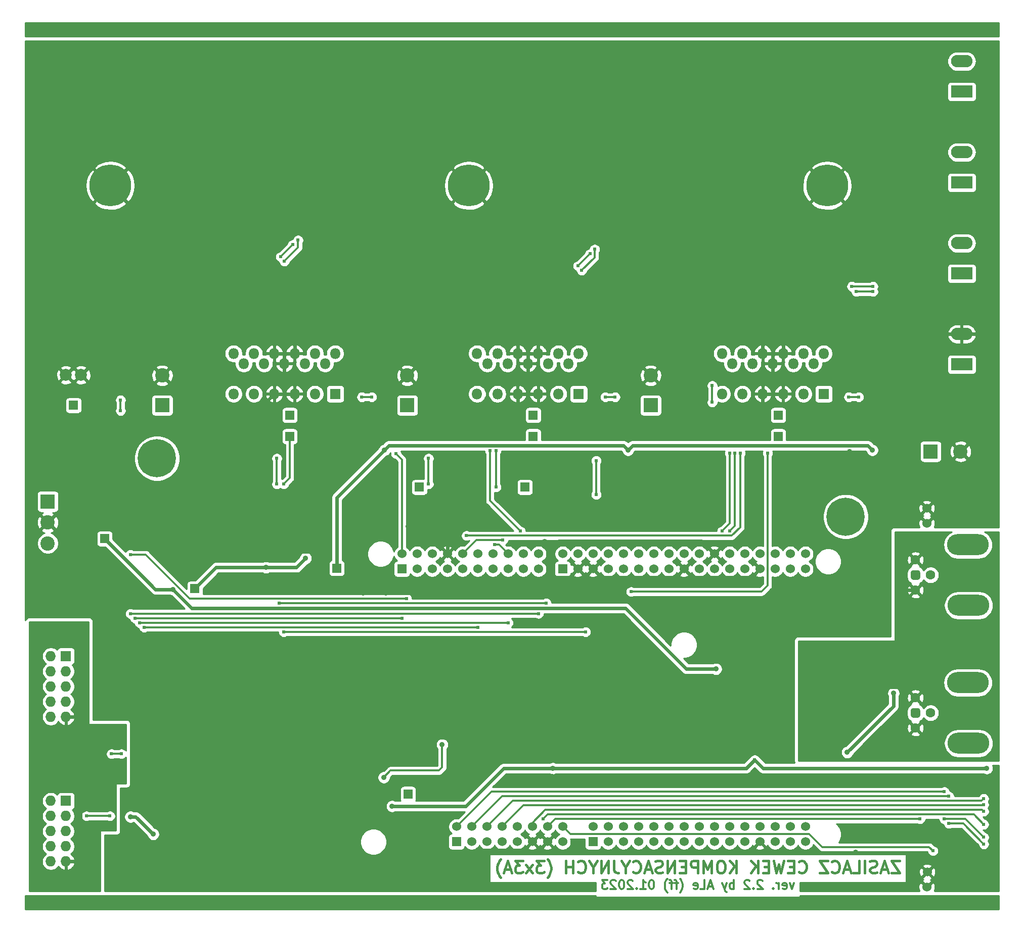
<source format=gbr>
%TF.GenerationSoftware,KiCad,Pcbnew,(5.1.12)-1*%
%TF.CreationDate,2023-01-04T10:21:47+01:00*%
%TF.ProjectId,current3Av2,63757272-656e-4743-9341-76322e6b6963,1.0*%
%TF.SameCoordinates,Original*%
%TF.FileFunction,Copper,L2,Bot*%
%TF.FilePolarity,Positive*%
%FSLAX46Y46*%
G04 Gerber Fmt 4.6, Leading zero omitted, Abs format (unit mm)*
G04 Created by KiCad (PCBNEW (5.1.12)-1) date 2023-01-04 10:21:47*
%MOMM*%
%LPD*%
G01*
G04 APERTURE LIST*
%TA.AperFunction,NonConductor*%
%ADD10C,0.300000*%
%TD*%
%TA.AperFunction,NonConductor*%
%ADD11C,0.381000*%
%TD*%
%TA.AperFunction,ComponentPad*%
%ADD12C,7.000000*%
%TD*%
%TA.AperFunction,ComponentPad*%
%ADD13R,1.500000X1.500000*%
%TD*%
%TA.AperFunction,ComponentPad*%
%ADD14C,2.400000*%
%TD*%
%TA.AperFunction,ComponentPad*%
%ADD15R,2.400000X2.400000*%
%TD*%
%TA.AperFunction,ComponentPad*%
%ADD16C,1.600000*%
%TD*%
%TA.AperFunction,ComponentPad*%
%ADD17O,7.000000X3.500000*%
%TD*%
%TA.AperFunction,ComponentPad*%
%ADD18C,1.530000*%
%TD*%
%TA.AperFunction,ComponentPad*%
%ADD19R,1.530000X1.530000*%
%TD*%
%TA.AperFunction,ComponentPad*%
%ADD20C,1.524000*%
%TD*%
%TA.AperFunction,ComponentPad*%
%ADD21C,2.000000*%
%TD*%
%TA.AperFunction,ComponentPad*%
%ADD22C,6.400000*%
%TD*%
%TA.AperFunction,ComponentPad*%
%ADD23C,0.800000*%
%TD*%
%TA.AperFunction,ComponentPad*%
%ADD24R,3.600000X2.080000*%
%TD*%
%TA.AperFunction,ComponentPad*%
%ADD25O,3.600000X2.080000*%
%TD*%
%TA.AperFunction,ComponentPad*%
%ADD26O,1.727200X1.727200*%
%TD*%
%TA.AperFunction,ComponentPad*%
%ADD27R,1.727200X1.727200*%
%TD*%
%TA.AperFunction,ComponentPad*%
%ADD28R,1.800000X1.800000*%
%TD*%
%TA.AperFunction,ComponentPad*%
%ADD29O,1.800000X1.800000*%
%TD*%
%TA.AperFunction,ViaPad*%
%ADD30C,0.889000*%
%TD*%
%TA.AperFunction,ViaPad*%
%ADD31C,0.609600*%
%TD*%
%TA.AperFunction,Conductor*%
%ADD32C,0.609600*%
%TD*%
%TA.AperFunction,Conductor*%
%ADD33C,0.304800*%
%TD*%
%TA.AperFunction,Conductor*%
%ADD34C,0.254000*%
%TD*%
%TA.AperFunction,Conductor*%
%ADD35C,0.100000*%
%TD*%
%TA.AperFunction,NonConductor*%
%ADD36C,0.254000*%
%TD*%
%TA.AperFunction,NonConductor*%
%ADD37C,0.100000*%
%TD*%
G04 APERTURE END LIST*
D10*
X129391142Y-144839571D02*
X129034000Y-145839571D01*
X128676857Y-144839571D01*
X127534000Y-145768142D02*
X127676857Y-145839571D01*
X127962571Y-145839571D01*
X128105428Y-145768142D01*
X128176857Y-145625285D01*
X128176857Y-145053857D01*
X128105428Y-144911000D01*
X127962571Y-144839571D01*
X127676857Y-144839571D01*
X127534000Y-144911000D01*
X127462571Y-145053857D01*
X127462571Y-145196714D01*
X128176857Y-145339571D01*
X126819714Y-145839571D02*
X126819714Y-144839571D01*
X126819714Y-145125285D02*
X126748285Y-144982428D01*
X126676857Y-144911000D01*
X126534000Y-144839571D01*
X126391142Y-144839571D01*
X125891142Y-145696714D02*
X125819714Y-145768142D01*
X125891142Y-145839571D01*
X125962571Y-145768142D01*
X125891142Y-145696714D01*
X125891142Y-145839571D01*
X124105428Y-144482428D02*
X124034000Y-144411000D01*
X123891142Y-144339571D01*
X123534000Y-144339571D01*
X123391142Y-144411000D01*
X123319714Y-144482428D01*
X123248285Y-144625285D01*
X123248285Y-144768142D01*
X123319714Y-144982428D01*
X124176857Y-145839571D01*
X123248285Y-145839571D01*
X122605428Y-145696714D02*
X122534000Y-145768142D01*
X122605428Y-145839571D01*
X122676857Y-145768142D01*
X122605428Y-145696714D01*
X122605428Y-145839571D01*
X121962571Y-144482428D02*
X121891142Y-144411000D01*
X121748285Y-144339571D01*
X121391142Y-144339571D01*
X121248285Y-144411000D01*
X121176857Y-144482428D01*
X121105428Y-144625285D01*
X121105428Y-144768142D01*
X121176857Y-144982428D01*
X122034000Y-145839571D01*
X121105428Y-145839571D01*
X119319714Y-145839571D02*
X119319714Y-144339571D01*
X119319714Y-144911000D02*
X119176857Y-144839571D01*
X118891142Y-144839571D01*
X118748285Y-144911000D01*
X118676857Y-144982428D01*
X118605428Y-145125285D01*
X118605428Y-145553857D01*
X118676857Y-145696714D01*
X118748285Y-145768142D01*
X118891142Y-145839571D01*
X119176857Y-145839571D01*
X119319714Y-145768142D01*
X118105428Y-144839571D02*
X117748285Y-145839571D01*
X117391142Y-144839571D02*
X117748285Y-145839571D01*
X117891142Y-146196714D01*
X117962571Y-146268142D01*
X118105428Y-146339571D01*
X115748285Y-145411000D02*
X115034000Y-145411000D01*
X115891142Y-145839571D02*
X115391142Y-144339571D01*
X114891142Y-145839571D01*
X113676857Y-145839571D02*
X114391142Y-145839571D01*
X114391142Y-144339571D01*
X112605428Y-145768142D02*
X112748285Y-145839571D01*
X113034000Y-145839571D01*
X113176857Y-145768142D01*
X113248285Y-145625285D01*
X113248285Y-145053857D01*
X113176857Y-144911000D01*
X113034000Y-144839571D01*
X112748285Y-144839571D01*
X112605428Y-144911000D01*
X112534000Y-145053857D01*
X112534000Y-145196714D01*
X113248285Y-145339571D01*
X110319714Y-146411000D02*
X110391142Y-146339571D01*
X110534000Y-146125285D01*
X110605428Y-145982428D01*
X110676857Y-145768142D01*
X110748285Y-145411000D01*
X110748285Y-145125285D01*
X110676857Y-144768142D01*
X110605428Y-144553857D01*
X110534000Y-144411000D01*
X110391142Y-144196714D01*
X110319714Y-144125285D01*
X109962571Y-144839571D02*
X109391142Y-144839571D01*
X109748285Y-145839571D02*
X109748285Y-144553857D01*
X109676857Y-144411000D01*
X109534000Y-144339571D01*
X109391142Y-144339571D01*
X109105428Y-144839571D02*
X108534000Y-144839571D01*
X108891142Y-145839571D02*
X108891142Y-144553857D01*
X108819714Y-144411000D01*
X108676857Y-144339571D01*
X108534000Y-144339571D01*
X108176857Y-146411000D02*
X108105428Y-146339571D01*
X107962571Y-146125285D01*
X107891142Y-145982428D01*
X107819714Y-145768142D01*
X107748285Y-145411000D01*
X107748285Y-145125285D01*
X107819714Y-144768142D01*
X107891142Y-144553857D01*
X107962571Y-144411000D01*
X108105428Y-144196714D01*
X108176857Y-144125285D01*
X105605428Y-144339571D02*
X105462571Y-144339571D01*
X105319714Y-144411000D01*
X105248285Y-144482428D01*
X105176857Y-144625285D01*
X105105428Y-144911000D01*
X105105428Y-145268142D01*
X105176857Y-145553857D01*
X105248285Y-145696714D01*
X105319714Y-145768142D01*
X105462571Y-145839571D01*
X105605428Y-145839571D01*
X105748285Y-145768142D01*
X105819714Y-145696714D01*
X105891142Y-145553857D01*
X105962571Y-145268142D01*
X105962571Y-144911000D01*
X105891142Y-144625285D01*
X105819714Y-144482428D01*
X105748285Y-144411000D01*
X105605428Y-144339571D01*
X103676857Y-145839571D02*
X104534000Y-145839571D01*
X104105428Y-145839571D02*
X104105428Y-144339571D01*
X104248285Y-144553857D01*
X104391142Y-144696714D01*
X104534000Y-144768142D01*
X103034000Y-145696714D02*
X102962571Y-145768142D01*
X103034000Y-145839571D01*
X103105428Y-145768142D01*
X103034000Y-145696714D01*
X103034000Y-145839571D01*
X102391142Y-144482428D02*
X102319714Y-144411000D01*
X102176857Y-144339571D01*
X101819714Y-144339571D01*
X101676857Y-144411000D01*
X101605428Y-144482428D01*
X101534000Y-144625285D01*
X101534000Y-144768142D01*
X101605428Y-144982428D01*
X102462571Y-145839571D01*
X101534000Y-145839571D01*
X100605428Y-144339571D02*
X100462571Y-144339571D01*
X100319714Y-144411000D01*
X100248285Y-144482428D01*
X100176857Y-144625285D01*
X100105428Y-144911000D01*
X100105428Y-145268142D01*
X100176857Y-145553857D01*
X100248285Y-145696714D01*
X100319714Y-145768142D01*
X100462571Y-145839571D01*
X100605428Y-145839571D01*
X100748285Y-145768142D01*
X100819714Y-145696714D01*
X100891142Y-145553857D01*
X100962571Y-145268142D01*
X100962571Y-144911000D01*
X100891142Y-144625285D01*
X100819714Y-144482428D01*
X100748285Y-144411000D01*
X100605428Y-144339571D01*
X99534000Y-144482428D02*
X99462571Y-144411000D01*
X99319714Y-144339571D01*
X98962571Y-144339571D01*
X98819714Y-144411000D01*
X98748285Y-144482428D01*
X98676857Y-144625285D01*
X98676857Y-144768142D01*
X98748285Y-144982428D01*
X99605428Y-145839571D01*
X98676857Y-145839571D01*
X98176857Y-144339571D02*
X97248285Y-144339571D01*
X97748285Y-144911000D01*
X97534000Y-144911000D01*
X97391142Y-144982428D01*
X97319714Y-145053857D01*
X97248285Y-145196714D01*
X97248285Y-145553857D01*
X97319714Y-145696714D01*
X97391142Y-145768142D01*
X97534000Y-145839571D01*
X97962571Y-145839571D01*
X98105428Y-145768142D01*
X98176857Y-145696714D01*
D11*
X147053904Y-141127238D02*
X145699238Y-141127238D01*
X147053904Y-143159238D01*
X145699238Y-143159238D01*
X145021904Y-142578666D02*
X144054285Y-142578666D01*
X145215428Y-143159238D02*
X144538095Y-141127238D01*
X143860761Y-143159238D01*
X143280190Y-143062476D02*
X142989904Y-143159238D01*
X142506095Y-143159238D01*
X142312571Y-143062476D01*
X142215809Y-142965714D01*
X142119047Y-142772190D01*
X142119047Y-142578666D01*
X142215809Y-142385142D01*
X142312571Y-142288380D01*
X142506095Y-142191619D01*
X142893142Y-142094857D01*
X143086666Y-141998095D01*
X143183428Y-141901333D01*
X143280190Y-141707809D01*
X143280190Y-141514285D01*
X143183428Y-141320761D01*
X143086666Y-141224000D01*
X142893142Y-141127238D01*
X142409333Y-141127238D01*
X142119047Y-141224000D01*
X141248190Y-143159238D02*
X141248190Y-141127238D01*
X139312952Y-143159238D02*
X140280571Y-143159238D01*
X140280571Y-141127238D01*
X138732380Y-142578666D02*
X137764761Y-142578666D01*
X138925904Y-143159238D02*
X138248571Y-141127238D01*
X137571238Y-143159238D01*
X135732761Y-142965714D02*
X135829523Y-143062476D01*
X136119809Y-143159238D01*
X136313333Y-143159238D01*
X136603619Y-143062476D01*
X136797142Y-142868952D01*
X136893904Y-142675428D01*
X136990666Y-142288380D01*
X136990666Y-141998095D01*
X136893904Y-141611047D01*
X136797142Y-141417523D01*
X136603619Y-141224000D01*
X136313333Y-141127238D01*
X136119809Y-141127238D01*
X135829523Y-141224000D01*
X135732761Y-141320761D01*
X135055428Y-141127238D02*
X133700761Y-141127238D01*
X135055428Y-143159238D01*
X133700761Y-143159238D01*
X130217333Y-142965714D02*
X130314095Y-143062476D01*
X130604380Y-143159238D01*
X130797904Y-143159238D01*
X131088190Y-143062476D01*
X131281714Y-142868952D01*
X131378476Y-142675428D01*
X131475238Y-142288380D01*
X131475238Y-141998095D01*
X131378476Y-141611047D01*
X131281714Y-141417523D01*
X131088190Y-141224000D01*
X130797904Y-141127238D01*
X130604380Y-141127238D01*
X130314095Y-141224000D01*
X130217333Y-141320761D01*
X129346476Y-142094857D02*
X128669142Y-142094857D01*
X128378857Y-143159238D02*
X129346476Y-143159238D01*
X129346476Y-141127238D01*
X128378857Y-141127238D01*
X127701523Y-141127238D02*
X127217714Y-143159238D01*
X126830666Y-141707809D01*
X126443619Y-143159238D01*
X125959809Y-141127238D01*
X125185714Y-142094857D02*
X124508380Y-142094857D01*
X124218095Y-143159238D02*
X125185714Y-143159238D01*
X125185714Y-141127238D01*
X124218095Y-141127238D01*
X123347238Y-143159238D02*
X123347238Y-141127238D01*
X122186095Y-143159238D02*
X123056952Y-141998095D01*
X122186095Y-141127238D02*
X123347238Y-142288380D01*
X119767047Y-143159238D02*
X119767047Y-141127238D01*
X118605904Y-143159238D02*
X119476761Y-141998095D01*
X118605904Y-141127238D02*
X119767047Y-142288380D01*
X117347999Y-141127238D02*
X116960952Y-141127238D01*
X116767428Y-141224000D01*
X116573904Y-141417523D01*
X116477142Y-141804571D01*
X116477142Y-142481904D01*
X116573904Y-142868952D01*
X116767428Y-143062476D01*
X116960952Y-143159238D01*
X117347999Y-143159238D01*
X117541523Y-143062476D01*
X117735047Y-142868952D01*
X117831809Y-142481904D01*
X117831809Y-141804571D01*
X117735047Y-141417523D01*
X117541523Y-141224000D01*
X117347999Y-141127238D01*
X115606285Y-143159238D02*
X115606285Y-141127238D01*
X114928952Y-142578666D01*
X114251619Y-141127238D01*
X114251619Y-143159238D01*
X113283999Y-143159238D02*
X113283999Y-141127238D01*
X112509904Y-141127238D01*
X112316380Y-141224000D01*
X112219619Y-141320761D01*
X112122857Y-141514285D01*
X112122857Y-141804571D01*
X112219619Y-141998095D01*
X112316380Y-142094857D01*
X112509904Y-142191619D01*
X113283999Y-142191619D01*
X111251999Y-142094857D02*
X110574666Y-142094857D01*
X110284380Y-143159238D02*
X111251999Y-143159238D01*
X111251999Y-141127238D01*
X110284380Y-141127238D01*
X109413523Y-143159238D02*
X109413523Y-141127238D01*
X108252380Y-143159238D01*
X108252380Y-141127238D01*
X107381523Y-143062476D02*
X107091238Y-143159238D01*
X106607428Y-143159238D01*
X106413904Y-143062476D01*
X106317142Y-142965714D01*
X106220380Y-142772190D01*
X106220380Y-142578666D01*
X106317142Y-142385142D01*
X106413904Y-142288380D01*
X106607428Y-142191619D01*
X106994476Y-142094857D01*
X107187999Y-141998095D01*
X107284761Y-141901333D01*
X107381523Y-141707809D01*
X107381523Y-141514285D01*
X107284761Y-141320761D01*
X107187999Y-141224000D01*
X106994476Y-141127238D01*
X106510666Y-141127238D01*
X106220380Y-141224000D01*
X105446285Y-142578666D02*
X104478666Y-142578666D01*
X105639809Y-143159238D02*
X104962476Y-141127238D01*
X104285142Y-143159238D01*
X102446666Y-142965714D02*
X102543428Y-143062476D01*
X102833714Y-143159238D01*
X103027238Y-143159238D01*
X103317523Y-143062476D01*
X103511047Y-142868952D01*
X103607809Y-142675428D01*
X103704571Y-142288380D01*
X103704571Y-141998095D01*
X103607809Y-141611047D01*
X103511047Y-141417523D01*
X103317523Y-141224000D01*
X103027238Y-141127238D01*
X102833714Y-141127238D01*
X102543428Y-141224000D01*
X102446666Y-141320761D01*
X101188761Y-142191619D02*
X101188761Y-143159238D01*
X101866095Y-141127238D02*
X101188761Y-142191619D01*
X100511428Y-141127238D01*
X99253523Y-141127238D02*
X99253523Y-142578666D01*
X99350285Y-142868952D01*
X99543809Y-143062476D01*
X99834095Y-143159238D01*
X100027619Y-143159238D01*
X98285904Y-143159238D02*
X98285904Y-141127238D01*
X97124761Y-143159238D01*
X97124761Y-141127238D01*
X95770095Y-142191619D02*
X95770095Y-143159238D01*
X96447428Y-141127238D02*
X95770095Y-142191619D01*
X95092761Y-141127238D01*
X93254285Y-142965714D02*
X93351047Y-143062476D01*
X93641333Y-143159238D01*
X93834857Y-143159238D01*
X94125142Y-143062476D01*
X94318666Y-142868952D01*
X94415428Y-142675428D01*
X94512190Y-142288380D01*
X94512190Y-141998095D01*
X94415428Y-141611047D01*
X94318666Y-141417523D01*
X94125142Y-141224000D01*
X93834857Y-141127238D01*
X93641333Y-141127238D01*
X93351047Y-141224000D01*
X93254285Y-141320761D01*
X92383428Y-143159238D02*
X92383428Y-141127238D01*
X92383428Y-142094857D02*
X91222285Y-142094857D01*
X91222285Y-143159238D02*
X91222285Y-141127238D01*
X88125904Y-143933333D02*
X88222666Y-143836571D01*
X88416190Y-143546285D01*
X88512952Y-143352761D01*
X88609714Y-143062476D01*
X88706476Y-142578666D01*
X88706476Y-142191619D01*
X88609714Y-141707809D01*
X88512952Y-141417523D01*
X88416190Y-141224000D01*
X88222666Y-140933714D01*
X88125904Y-140836952D01*
X87545333Y-141127238D02*
X86287428Y-141127238D01*
X86964761Y-141901333D01*
X86674476Y-141901333D01*
X86480952Y-141998095D01*
X86384190Y-142094857D01*
X86287428Y-142288380D01*
X86287428Y-142772190D01*
X86384190Y-142965714D01*
X86480952Y-143062476D01*
X86674476Y-143159238D01*
X87255047Y-143159238D01*
X87448571Y-143062476D01*
X87545333Y-142965714D01*
X85610095Y-143159238D02*
X84545714Y-141804571D01*
X85610095Y-141804571D02*
X84545714Y-143159238D01*
X83965142Y-141127238D02*
X82707238Y-141127238D01*
X83384571Y-141901333D01*
X83094285Y-141901333D01*
X82900761Y-141998095D01*
X82803999Y-142094857D01*
X82707238Y-142288380D01*
X82707238Y-142772190D01*
X82803999Y-142965714D01*
X82900761Y-143062476D01*
X83094285Y-143159238D01*
X83674857Y-143159238D01*
X83868380Y-143062476D01*
X83965142Y-142965714D01*
X81933142Y-142578666D02*
X80965523Y-142578666D01*
X82126666Y-143159238D02*
X81449333Y-141127238D01*
X80771999Y-143159238D01*
X80288190Y-143933333D02*
X80191428Y-143836571D01*
X79997904Y-143546285D01*
X79901142Y-143352761D01*
X79804380Y-143062476D01*
X79707619Y-142578666D01*
X79707619Y-142191619D01*
X79804380Y-141707809D01*
X79901142Y-141417523D01*
X79997904Y-141224000D01*
X80191428Y-140933714D01*
X80288190Y-140836952D01*
D12*
X14930000Y-27940000D03*
X134930000Y-27940000D03*
X74930000Y-27940000D03*
D13*
X29083000Y-95504000D03*
D14*
X105410000Y-59770000D03*
D15*
X105410000Y-64770000D03*
X23622000Y-64770000D03*
D14*
X23622000Y-59770000D03*
D15*
X64643000Y-64770000D03*
D14*
X64643000Y-59770000D03*
D13*
X44958000Y-66421000D03*
X126746000Y-66421000D03*
D15*
X4445000Y-80899000D03*
D14*
X4445000Y-84399000D03*
X4445000Y-87899000D03*
D16*
X149733000Y-113792000D03*
X152273000Y-116332000D03*
X149733000Y-118872000D03*
%TA.AperFunction,ComponentPad*%
G36*
G01*
X150133000Y-117132000D02*
X149333000Y-117132000D01*
G75*
G02*
X148933000Y-116732000I0J400000D01*
G01*
X148933000Y-115932000D01*
G75*
G02*
X149333000Y-115532000I400000J0D01*
G01*
X150133000Y-115532000D01*
G75*
G02*
X150533000Y-115932000I0J-400000D01*
G01*
X150533000Y-116732000D01*
G75*
G02*
X150133000Y-117132000I-400000J0D01*
G01*
G37*
%TD.AperFunction*%
D17*
X158523000Y-111252000D03*
X158623000Y-121412000D03*
X158623000Y-98298000D03*
X158523000Y-88138000D03*
%TA.AperFunction,ComponentPad*%
G36*
G01*
X150133000Y-94018000D02*
X149333000Y-94018000D01*
G75*
G02*
X148933000Y-93618000I0J400000D01*
G01*
X148933000Y-92818000D01*
G75*
G02*
X149333000Y-92418000I400000J0D01*
G01*
X150133000Y-92418000D01*
G75*
G02*
X150533000Y-92818000I0J-400000D01*
G01*
X150533000Y-93618000D01*
G75*
G02*
X150133000Y-94018000I-400000J0D01*
G01*
G37*
%TD.AperFunction*%
D16*
X149733000Y-95758000D03*
X152273000Y-93218000D03*
X149733000Y-90678000D03*
D18*
X131313000Y-89662000D03*
X131313000Y-92202000D03*
X131313000Y-135382000D03*
X131313000Y-137922000D03*
X86609000Y-89662000D03*
X86609000Y-92202000D03*
X84069000Y-89662000D03*
X84069000Y-92202000D03*
X81529000Y-89662000D03*
X81529000Y-92202000D03*
X78989000Y-89662000D03*
X78989000Y-92202000D03*
X76449000Y-89662000D03*
X76449000Y-92202000D03*
X73909000Y-89662000D03*
X73909000Y-92202000D03*
X71369000Y-89662000D03*
X71369000Y-92202000D03*
X68829000Y-89662000D03*
X68829000Y-92202000D03*
X66289000Y-89662000D03*
X66289000Y-92202000D03*
X128773000Y-89662000D03*
X128773000Y-92202000D03*
X126233000Y-89662000D03*
X126233000Y-92202000D03*
X123693000Y-89662000D03*
X123693000Y-92202000D03*
X121153000Y-89662000D03*
X121153000Y-92202000D03*
X118613000Y-89662000D03*
X118613000Y-92202000D03*
X116073000Y-89662000D03*
X116073000Y-92202000D03*
X113533000Y-89662000D03*
X113533000Y-92202000D03*
X110993000Y-89662000D03*
X110993000Y-92202000D03*
X108453000Y-89662000D03*
X108453000Y-92202000D03*
X105913000Y-89662000D03*
X105913000Y-92202000D03*
X103373000Y-89662000D03*
X103373000Y-92202000D03*
X100833000Y-89662000D03*
X100833000Y-92202000D03*
X98293000Y-89662000D03*
X98293000Y-92202000D03*
X95753000Y-89662000D03*
X95753000Y-92202000D03*
X93213000Y-89662000D03*
X93213000Y-92202000D03*
X90673000Y-89662000D03*
D19*
X90673000Y-92202000D03*
D18*
X63749000Y-89662000D03*
D19*
X63749000Y-92202000D03*
D18*
X128773000Y-135382000D03*
X128773000Y-137922000D03*
X126233000Y-135382000D03*
X126233000Y-137922000D03*
X123693000Y-135382000D03*
X123693000Y-137922000D03*
X121153000Y-135382000D03*
X121153000Y-137922000D03*
X118613000Y-135382000D03*
X118613000Y-137922000D03*
X116073000Y-135382000D03*
X116073000Y-137922000D03*
X113533000Y-135382000D03*
X113533000Y-137922000D03*
X110993000Y-135382000D03*
X110993000Y-137922000D03*
X108453000Y-135382000D03*
X108453000Y-137922000D03*
X105913000Y-135382000D03*
X105913000Y-137922000D03*
X103373000Y-135382000D03*
X103373000Y-137922000D03*
X100833000Y-135382000D03*
X100833000Y-137922000D03*
X98293000Y-135382000D03*
X98293000Y-137922000D03*
X95753000Y-135382000D03*
D19*
X95753000Y-137922000D03*
D18*
X90673000Y-135382000D03*
X90673000Y-137922000D03*
X88133000Y-135382000D03*
X88133000Y-137922000D03*
X85593000Y-135382000D03*
X85593000Y-137922000D03*
X83053000Y-135382000D03*
X83053000Y-137922000D03*
X80513000Y-135382000D03*
X80513000Y-137922000D03*
X77973000Y-135382000D03*
X77973000Y-137922000D03*
X75433000Y-135382000D03*
X75433000Y-137922000D03*
X72893000Y-135382000D03*
D19*
X72893000Y-137922000D03*
D20*
X151632920Y-145542000D03*
X151709120Y-143002000D03*
X151632920Y-84582000D03*
X151632920Y-82042000D03*
D13*
X64770000Y-129921000D03*
X13970000Y-87122000D03*
X8763000Y-64770000D03*
X52832000Y-92075000D03*
D15*
X152273000Y-72517000D03*
D14*
X157273000Y-72517000D03*
D13*
X44958000Y-69977000D03*
X85725000Y-69977000D03*
X126746000Y-69977000D03*
X85725000Y-66421000D03*
D21*
X7493000Y-59690000D03*
X10033000Y-59690000D03*
D22*
X22733000Y-73660000D03*
D23*
X25133000Y-73660000D03*
X24430056Y-75357056D03*
X22733000Y-76060000D03*
X21035944Y-75357056D03*
X20333000Y-73660000D03*
X21035944Y-71962944D03*
X22733000Y-71260000D03*
X24430056Y-71962944D03*
X139746056Y-81741944D03*
X138049000Y-81039000D03*
X136351944Y-81741944D03*
X135649000Y-83439000D03*
X136351944Y-85136056D03*
X138049000Y-85839000D03*
X139746056Y-85136056D03*
X140449000Y-83439000D03*
D22*
X138049000Y-83439000D03*
D13*
X66675000Y-78486000D03*
D24*
X157480000Y-12192000D03*
D25*
X157480000Y-7112000D03*
X157480000Y-22352000D03*
D24*
X157480000Y-27432000D03*
X157480000Y-42672000D03*
D25*
X157480000Y-37592000D03*
X157480000Y-52832000D03*
D24*
X157480000Y-57912000D03*
D26*
X4953000Y-141224000D03*
X7493000Y-141224000D03*
X4953000Y-138684000D03*
X7493000Y-138684000D03*
X4953000Y-136144000D03*
X7493000Y-136144000D03*
X4953000Y-133604000D03*
X7493000Y-133604000D03*
X4953000Y-131064000D03*
D27*
X7493000Y-131064000D03*
X7493000Y-106807000D03*
D26*
X4953000Y-106807000D03*
X7493000Y-109347000D03*
X4953000Y-109347000D03*
X7493000Y-111887000D03*
X4953000Y-111887000D03*
X7493000Y-114427000D03*
X4953000Y-114427000D03*
X7493000Y-116967000D03*
X4953000Y-116967000D03*
D28*
X52578000Y-62865000D03*
D29*
X50876200Y-57785000D03*
X49174400Y-62865000D03*
X47472600Y-57785000D03*
X45770800Y-62865000D03*
X44069000Y-57785000D03*
X42367200Y-62865000D03*
X40665400Y-57785000D03*
X38963600Y-62865000D03*
X37261800Y-57785000D03*
X35560000Y-62865000D03*
X52578000Y-56083200D03*
X49174400Y-56083200D03*
X45770800Y-56083200D03*
X42367200Y-56083200D03*
X38963600Y-56083200D03*
X35560000Y-56083200D03*
X76327000Y-56083200D03*
X79730600Y-56083200D03*
X83134200Y-56083200D03*
X86537800Y-56083200D03*
X89941400Y-56083200D03*
X93345000Y-56083200D03*
X76327000Y-62865000D03*
X78028800Y-57785000D03*
X79730600Y-62865000D03*
X81432400Y-57785000D03*
X83134200Y-62865000D03*
X84836000Y-57785000D03*
X86537800Y-62865000D03*
X88239600Y-57785000D03*
X89941400Y-62865000D03*
X91643200Y-57785000D03*
D28*
X93345000Y-62865000D03*
X134366000Y-62865000D03*
D29*
X132664200Y-57785000D03*
X130962400Y-62865000D03*
X129260600Y-57785000D03*
X127558800Y-62865000D03*
X125857000Y-57785000D03*
X124155200Y-62865000D03*
X122453400Y-57785000D03*
X120751600Y-62865000D03*
X119049800Y-57785000D03*
X117348000Y-62865000D03*
X134366000Y-56083200D03*
X130962400Y-56083200D03*
X127558800Y-56083200D03*
X124155200Y-56083200D03*
X120751600Y-56083200D03*
X117348000Y-56083200D03*
D13*
X84328000Y-78486000D03*
D30*
X25400000Y-95631000D03*
X116332000Y-108966000D03*
D31*
X58674000Y-63373000D03*
X57023000Y-63373000D03*
X99441000Y-63373000D03*
X97790000Y-63373000D03*
X140208004Y-63373000D03*
X138557016Y-63373000D03*
D30*
X138303000Y-122936000D03*
X146050000Y-113030000D03*
X138176000Y-121412000D03*
X138176000Y-113792000D03*
D31*
X68199000Y-77978000D03*
X68199000Y-73660000D03*
X161163000Y-130683000D03*
X152654000Y-139446000D03*
X161163000Y-131699000D03*
X161163000Y-132842000D03*
X161163000Y-135001000D03*
X87376000Y-134112000D03*
X161163000Y-137160000D03*
X154559000Y-129540000D03*
X154559000Y-134112000D03*
X161163000Y-138303000D03*
X155321000Y-130302000D03*
X155321000Y-134874000D03*
X150495000Y-134112000D03*
X74549000Y-86614000D03*
X120396004Y-72771000D03*
X62738000Y-72898000D03*
X96266000Y-74041000D03*
X96266000Y-79756000D03*
X18288000Y-89789000D03*
X16637000Y-65659000D03*
X16637000Y-63881000D03*
X64516000Y-97155000D03*
X43942000Y-77978000D03*
X43942000Y-102743000D03*
X94488000Y-102743000D03*
X79502000Y-78486000D03*
X79502000Y-72390002D03*
X115697000Y-61468000D03*
X115697000Y-64262000D03*
X118618000Y-72771000D03*
X117348000Y-85852000D03*
X45466000Y-37846000D03*
X43434000Y-39878000D03*
X96012000Y-38608000D03*
X93853000Y-42164000D03*
X14859000Y-133604000D03*
X10922000Y-133604000D03*
X86609000Y-99690000D03*
X18288000Y-99695002D03*
X19812000Y-101219000D03*
X81529000Y-101214000D03*
D30*
X22098000Y-136652000D03*
X18288000Y-133731000D03*
X161671000Y-125603000D03*
D31*
X122809000Y-124206000D03*
D30*
X62103000Y-131953000D03*
X89027000Y-125603000D03*
D31*
X102108000Y-96012000D03*
X124968001Y-72771000D03*
X46355000Y-37084000D03*
X44069000Y-40640000D03*
X95250000Y-39370000D03*
X93218000Y-41402000D03*
X142621000Y-45720000D03*
X139827000Y-45720000D03*
X142621000Y-44831000D03*
X139065000Y-44831000D03*
D30*
X11176000Y-137160000D03*
X9906000Y-130302000D03*
X11557000Y-119380000D03*
D31*
X15113000Y-123190000D03*
X16764000Y-123190000D03*
D30*
X47625000Y-90424000D03*
X41021008Y-91948000D03*
X101600000Y-72263000D03*
X60833000Y-72262996D03*
X142494001Y-72263001D03*
D31*
X76454000Y-101980998D03*
X20574000Y-101981000D03*
X63754000Y-100457000D03*
X19050000Y-100457000D03*
D30*
X126111000Y-38862000D03*
X126111000Y-46736000D03*
X138430000Y-61468000D03*
X138684000Y-72517000D03*
X97663000Y-61468000D03*
X145034000Y-43688000D03*
X146304000Y-43688000D03*
X147574000Y-43688000D03*
X148590000Y-44831000D03*
X149733000Y-45593000D03*
X153289000Y-45593000D03*
X151511000Y-43688000D03*
X145034000Y-26924000D03*
X146304000Y-26924000D03*
X147574000Y-26924000D03*
X151511000Y-26924000D03*
X149733000Y-28829000D03*
X153289000Y-28829000D03*
X148590000Y-28067000D03*
X96266000Y-34290000D03*
X96266000Y-33020000D03*
X96266000Y-31750000D03*
X97409000Y-30734000D03*
X98171000Y-29591000D03*
X96266000Y-27813000D03*
X98171000Y-26035000D03*
X79502000Y-34290000D03*
X79502000Y-33020000D03*
X79502000Y-31750000D03*
X80645000Y-30734000D03*
X81407000Y-29591000D03*
X81407000Y-26035000D03*
X71374000Y-49149000D03*
X71374000Y-41275000D03*
X98933000Y-73279000D03*
X56896000Y-61468000D03*
X45847000Y-34544000D03*
X45847000Y-33274000D03*
X45847000Y-32004000D03*
X46990000Y-30988000D03*
X47752000Y-29845000D03*
X45847000Y-28067000D03*
X47752000Y-26289000D03*
X29210000Y-34544000D03*
X29210000Y-33274000D03*
X29210000Y-32004000D03*
X30353000Y-30988000D03*
X31115000Y-29845000D03*
X29210000Y-28067000D03*
X21209000Y-41529000D03*
X21209000Y-49657000D03*
X17653000Y-136652000D03*
X87630000Y-85344000D03*
X156083000Y-127762000D03*
X161417000Y-128143000D03*
X66421000Y-124079000D03*
X66421000Y-121920000D03*
X60706000Y-124079000D03*
X60706000Y-121793000D03*
X33274000Y-87503000D03*
X27559000Y-87376000D03*
X33274000Y-89662000D03*
X27559000Y-89662000D03*
X50165000Y-87503000D03*
X50165000Y-89154000D03*
X59182000Y-94234000D03*
X47625000Y-78740000D03*
X52705000Y-78740000D03*
X22098000Y-88773000D03*
X22225000Y-83185000D03*
X19812000Y-88773000D03*
X19939000Y-81280000D03*
X10541000Y-83820000D03*
X68961000Y-79375000D03*
X68961000Y-84201000D03*
X59690000Y-85598000D03*
X58547000Y-84328000D03*
X121666000Y-121412000D03*
X115697000Y-99314000D03*
X41910000Y-89281002D03*
X57277000Y-96265990D03*
X61087000Y-96266000D03*
X38608000Y-67691000D03*
X79501000Y-67563000D03*
X123698000Y-113792000D03*
X122682000Y-108839000D03*
X124587000Y-106807000D03*
X122682000Y-104775000D03*
X120650000Y-67691000D03*
X24257000Y-98425000D03*
X64770000Y-85090000D03*
X87630000Y-87630000D03*
X12700000Y-12700000D03*
X25400000Y-12700000D03*
X38100000Y-12700000D03*
X63500000Y-12700000D03*
X76200000Y-12700000D03*
X88900000Y-12700000D03*
X101600000Y-12700000D03*
X114300000Y-12700000D03*
X127000000Y-12700000D03*
X139700000Y-12700000D03*
X152400000Y-12700000D03*
X127000000Y-25400000D03*
X114300000Y-25400000D03*
X101600000Y-25400000D03*
X63500000Y-25400000D03*
X50800000Y-25400000D03*
X25400000Y-25400000D03*
X12700000Y-38100000D03*
X38100000Y-38100000D03*
X63500000Y-38100000D03*
X88900000Y-38100000D03*
X101600000Y-38100000D03*
X114300000Y-38100000D03*
X139700000Y-38100000D03*
X114300000Y-50800000D03*
X101600000Y-50800000D03*
X76200000Y-50800000D03*
X38100000Y-50800000D03*
X25400000Y-50800000D03*
X12700000Y-50800000D03*
X12700000Y-63500000D03*
X152400000Y-76200000D03*
X12700000Y-76200000D03*
X25400000Y-88900000D03*
X139700000Y-88900000D03*
X139700000Y-101600000D03*
X114300000Y-101600000D03*
X12700000Y-101600000D03*
X12700000Y-114300000D03*
X25400000Y-114300000D03*
X38100000Y-114300000D03*
X50800000Y-114300000D03*
X76200000Y-114300000D03*
X114300000Y-114300000D03*
X127000000Y-114300000D03*
X127000000Y-127000000D03*
X139700000Y-127000000D03*
X152400000Y-127000000D03*
X139700000Y-139700000D03*
X127000000Y-139700000D03*
X114300000Y-139700000D03*
X101600000Y-139700000D03*
X88900000Y-139700000D03*
X63500000Y-139700000D03*
X50800000Y-139700000D03*
X38100000Y-139700000D03*
X25400000Y-139700000D03*
X72059796Y-143637000D03*
X57023000Y-72262996D03*
X29464000Y-76200000D03*
X64643000Y-68834000D03*
X73025000Y-68834000D03*
X112903000Y-68834000D03*
X117856000Y-68834000D03*
X99822000Y-41783000D03*
X139700000Y-34671000D03*
X92837000Y-83185000D03*
X54737000Y-41275000D03*
X25400000Y-127000000D03*
X38100000Y-127000000D03*
X50800000Y-127000000D03*
X76200000Y-127000000D03*
X88900000Y-127000000D03*
X114300000Y-127000000D03*
X60706000Y-127127000D03*
X70485000Y-121666000D03*
D31*
X79248000Y-88138000D03*
X80645000Y-87376000D03*
X42799000Y-73660000D03*
X42799000Y-77978000D03*
X43180000Y-97917000D03*
X87884000Y-97917000D03*
X83566000Y-85852000D03*
X78486000Y-72390000D03*
X119507000Y-72771000D03*
X118618000Y-85852000D03*
D32*
X22479000Y-95631000D02*
X25400000Y-95631000D01*
X13970000Y-87122000D02*
X22479000Y-95631000D01*
X111379000Y-108966000D02*
X116332000Y-108966000D01*
X101219000Y-98806000D02*
X111379000Y-108966000D01*
X28575000Y-98806000D02*
X101219000Y-98806000D01*
X25400000Y-95631000D02*
X28575000Y-98806000D01*
D33*
X58674000Y-63373000D02*
X57023000Y-63373000D01*
X99441000Y-63373000D02*
X97790000Y-63373000D01*
X140208004Y-63373000D02*
X138557016Y-63373000D01*
D32*
X146050000Y-115189000D02*
X146050000Y-113030000D01*
X138303000Y-122936000D02*
X146050000Y-115189000D01*
X138176000Y-121412000D02*
X138176000Y-113792000D01*
X149733000Y-90678000D02*
X147955000Y-92456000D01*
X147955000Y-92456000D02*
X147955000Y-95758000D01*
X147955000Y-95758000D02*
X149733000Y-95758000D01*
X147955000Y-112014000D02*
X149733000Y-113792000D01*
X147955000Y-95758000D02*
X147955000Y-112014000D01*
X149733000Y-113792000D02*
X147955000Y-115570000D01*
X147955000Y-117094000D02*
X149733000Y-118872000D01*
X147955000Y-115570000D02*
X147955000Y-117094000D01*
X139954000Y-112014000D02*
X138176000Y-113792000D01*
X147955000Y-112014000D02*
X139954000Y-112014000D01*
D33*
X68199000Y-77978000D02*
X68199000Y-73660000D01*
X82291000Y-131064000D02*
X77973000Y-135382000D01*
X160782000Y-131064000D02*
X82291000Y-131064000D01*
X161163000Y-130683000D02*
X160782000Y-131064000D01*
X152654000Y-139446000D02*
X152019000Y-138811000D01*
X152019000Y-138811000D02*
X134112000Y-138811000D01*
X134112000Y-138811000D02*
X131953000Y-136652000D01*
X91943000Y-136652000D02*
X90673000Y-135382000D01*
X131953000Y-136652000D02*
X91943000Y-136652000D01*
X84069000Y-131826000D02*
X80513000Y-135382000D01*
X161036000Y-131826000D02*
X84069000Y-131826000D01*
X161163000Y-131699000D02*
X161036000Y-131826000D01*
X85593000Y-134752000D02*
X85593000Y-135382000D01*
X87757000Y-132588000D02*
X85593000Y-134752000D01*
X160909000Y-132588000D02*
X87757000Y-132588000D01*
X161163000Y-132842000D02*
X160909000Y-132588000D01*
X88138000Y-133350000D02*
X87376000Y-134112000D01*
X159512000Y-133350000D02*
X88138000Y-133350000D01*
X161163000Y-135001000D02*
X159512000Y-133350000D01*
X161163000Y-137160000D02*
X158115000Y-134112000D01*
X158115000Y-134112000D02*
X154559000Y-134112000D01*
X78735000Y-129540000D02*
X154559000Y-129540000D01*
X72893000Y-135382000D02*
X78735000Y-129540000D01*
X161163000Y-138303000D02*
X157734000Y-134874000D01*
X157734000Y-134874000D02*
X155321000Y-134874000D01*
X80513000Y-130302000D02*
X155321000Y-130302000D01*
X75433000Y-135382000D02*
X80513000Y-130302000D01*
X88133000Y-135382000D02*
X89403000Y-134112000D01*
X89403000Y-134112000D02*
X150495000Y-134112000D01*
X120396004Y-85216996D02*
X120396004Y-72771000D01*
X118999000Y-86614000D02*
X120396004Y-85216996D01*
X74549000Y-86614000D02*
X118999000Y-86614000D01*
X63749000Y-73909000D02*
X62738000Y-72898000D01*
X63749000Y-89662000D02*
X63749000Y-73909000D01*
X96266000Y-74041000D02*
X96266000Y-79756000D01*
X16637000Y-65659000D02*
X16637000Y-63881000D01*
X28194000Y-97155000D02*
X64516000Y-97155000D01*
X18288000Y-89789000D02*
X20828000Y-89789000D01*
X20828000Y-89789000D02*
X28194000Y-97155000D01*
X44958000Y-76962000D02*
X43942000Y-77978000D01*
X44958000Y-69977000D02*
X44958000Y-76962000D01*
X43942000Y-102743000D02*
X94488000Y-102743000D01*
X79502000Y-78486000D02*
X79502000Y-72390002D01*
X115697000Y-61468000D02*
X115697000Y-64262000D01*
X118618000Y-72771000D02*
X118618000Y-84582000D01*
X118618000Y-84582000D02*
X117348000Y-85852000D01*
X45466000Y-37846000D02*
X43434000Y-39878000D01*
X96012000Y-38608000D02*
X96012000Y-39751000D01*
X96012000Y-40005000D02*
X93853000Y-42164000D01*
X96012000Y-39751000D02*
X96012000Y-40005000D01*
X14859000Y-133604000D02*
X10922000Y-133604000D01*
X86609000Y-99690000D02*
X18293002Y-99690000D01*
X18293002Y-99690000D02*
X18288000Y-99695002D01*
X19812000Y-101219000D02*
X81524000Y-101219000D01*
X81524000Y-101219000D02*
X81529000Y-101214000D01*
D32*
X124206000Y-125603000D02*
X122809000Y-124206000D01*
X161671000Y-125603000D02*
X124206000Y-125603000D01*
X122809000Y-124206000D02*
X121412000Y-125603000D01*
X19177000Y-133731000D02*
X22098000Y-136652000D01*
X18288000Y-133731000D02*
X19177000Y-133731000D01*
X121412000Y-125603000D02*
X89027000Y-125603000D01*
X80772000Y-125603000D02*
X74422000Y-131953000D01*
X74422000Y-131953000D02*
X62103000Y-131953000D01*
X89027000Y-125603000D02*
X80772000Y-125603000D01*
D33*
X123952000Y-96012000D02*
X124968001Y-94995999D01*
X102108000Y-96012000D02*
X123952000Y-96012000D01*
X124968001Y-94995999D02*
X124968001Y-72771000D01*
X46355000Y-38354000D02*
X44069000Y-40640000D01*
X46355000Y-37084000D02*
X46355000Y-38354000D01*
X95250000Y-39370000D02*
X93218000Y-41402000D01*
X142621000Y-45720000D02*
X139827000Y-45720000D01*
X142621000Y-44831000D02*
X139065000Y-44831000D01*
D32*
X11176000Y-137160000D02*
X9906000Y-135890000D01*
X9906000Y-135890000D02*
X9906000Y-130302000D01*
X9906000Y-121031000D02*
X11557000Y-119380000D01*
X9906000Y-130302000D02*
X9906000Y-121031000D01*
X9144000Y-116967000D02*
X11557000Y-119380000D01*
X7493000Y-116967000D02*
X9144000Y-116967000D01*
X10033000Y-141224000D02*
X7493000Y-141224000D01*
X11176000Y-140081000D02*
X10033000Y-141224000D01*
X11176000Y-137160000D02*
X11176000Y-140081000D01*
D33*
X15113000Y-123190000D02*
X16764000Y-123190000D01*
D32*
X32639000Y-91948000D02*
X41021008Y-91948000D01*
X29083000Y-95504000D02*
X32639000Y-91948000D01*
X46101000Y-91948000D02*
X41021008Y-91948000D01*
X47625000Y-90424000D02*
X46101000Y-91948000D01*
X52832000Y-92075000D02*
X52832000Y-80263996D01*
X52832000Y-80263996D02*
X60833000Y-72262996D01*
X61594996Y-71501000D02*
X60833000Y-72262996D01*
X100838000Y-71501000D02*
X61594996Y-71501000D01*
X101600000Y-72263000D02*
X100838000Y-71501000D01*
X101600000Y-72263000D02*
X102362000Y-71501000D01*
X102362000Y-71501000D02*
X141732000Y-71501000D01*
X141732000Y-71501000D02*
X142494001Y-72263001D01*
D33*
X20574002Y-101980998D02*
X20574000Y-101981000D01*
X76454000Y-101980998D02*
X20574002Y-101980998D01*
X63754000Y-100457000D02*
X19050000Y-100457000D01*
D32*
X103712000Y-61468000D02*
X105410000Y-59770000D01*
X97663000Y-61468000D02*
X103712000Y-61468000D01*
X145034000Y-43688000D02*
X146304000Y-43688000D01*
X146304000Y-43688000D02*
X147574000Y-43688000D01*
X148590000Y-44831000D02*
X148590000Y-43688000D01*
X148590000Y-43688000D02*
X151511000Y-43688000D01*
X147574000Y-43688000D02*
X148590000Y-43688000D01*
X148971000Y-44831000D02*
X149733000Y-45593000D01*
X148590000Y-44831000D02*
X148971000Y-44831000D01*
X151511000Y-43815000D02*
X153289000Y-45593000D01*
X151511000Y-43688000D02*
X151511000Y-43815000D01*
X153289000Y-45593000D02*
X153289000Y-49657000D01*
X153289000Y-28829000D02*
X149733000Y-28829000D01*
X149352000Y-28829000D02*
X148590000Y-28067000D01*
X149733000Y-28829000D02*
X149352000Y-28829000D01*
X148590000Y-27940000D02*
X147574000Y-26924000D01*
X148590000Y-28067000D02*
X148590000Y-27940000D01*
X147574000Y-26924000D02*
X146304000Y-26924000D01*
X146304000Y-26924000D02*
X145034000Y-26924000D01*
X134930000Y-27940000D02*
X141407000Y-34417000D01*
X141407000Y-34417000D02*
X151511000Y-34417000D01*
X151511000Y-34417000D02*
X151511000Y-26924000D01*
X151511000Y-43688000D02*
X151511000Y-34417000D01*
X126111000Y-46736000D02*
X126111000Y-38862000D01*
X126111000Y-36759000D02*
X134930000Y-27940000D01*
X126111000Y-38862000D02*
X126111000Y-36759000D01*
X134930000Y-27940000D02*
X126294000Y-19304000D01*
X83566000Y-19304000D02*
X74930000Y-27940000D01*
X126294000Y-19304000D02*
X83566000Y-19304000D01*
X74930000Y-27940000D02*
X66294000Y-19304000D01*
X23566000Y-19304000D02*
X14930000Y-27940000D01*
X66294000Y-19304000D02*
X23566000Y-19304000D01*
X71374000Y-49149000D02*
X71374000Y-41275000D01*
X79502000Y-34290000D02*
X79502000Y-33020000D01*
X79502000Y-33020000D02*
X79502000Y-31750000D01*
X78740000Y-31750000D02*
X79502000Y-31750000D01*
X74930000Y-27940000D02*
X78740000Y-31750000D01*
X79629000Y-31750000D02*
X80645000Y-30734000D01*
X79502000Y-31750000D02*
X79629000Y-31750000D01*
X80645000Y-30353000D02*
X81407000Y-29591000D01*
X80645000Y-30734000D02*
X80645000Y-30353000D01*
X81407000Y-29591000D02*
X81407000Y-26035000D01*
X96266000Y-27813000D02*
X96266000Y-26035000D01*
X96266000Y-26035000D02*
X98171000Y-26035000D01*
X81407000Y-26035000D02*
X96266000Y-26035000D01*
X96266000Y-31750000D02*
X96266000Y-33020000D01*
X96266000Y-33020000D02*
X96266000Y-34290000D01*
X97409000Y-30734000D02*
X96266000Y-30734000D01*
X96266000Y-30734000D02*
X96266000Y-31750000D01*
X96266000Y-27813000D02*
X96266000Y-30734000D01*
X98171000Y-29591000D02*
X98171000Y-26035000D01*
X45847000Y-34544000D02*
X45847000Y-33274000D01*
X45847000Y-33274000D02*
X45847000Y-32004000D01*
X45974000Y-32004000D02*
X46990000Y-30988000D01*
X45847000Y-32004000D02*
X45974000Y-32004000D01*
X47752000Y-30226000D02*
X46990000Y-30988000D01*
X47752000Y-29845000D02*
X47752000Y-30226000D01*
X45847000Y-28067000D02*
X47752000Y-28067000D01*
X47752000Y-28067000D02*
X47752000Y-29845000D01*
X47752000Y-28067000D02*
X47752000Y-26289000D01*
X30988000Y-26289000D02*
X29210000Y-28067000D01*
X47752000Y-26289000D02*
X30988000Y-26289000D01*
X31115000Y-29845000D02*
X29210000Y-29845000D01*
X29210000Y-29845000D02*
X29210000Y-28067000D01*
X29210000Y-34544000D02*
X29210000Y-33274000D01*
X29210000Y-33274000D02*
X29210000Y-32004000D01*
X30353000Y-30988000D02*
X29210000Y-30988000D01*
X29210000Y-30988000D02*
X29210000Y-29845000D01*
X29210000Y-32004000D02*
X29210000Y-30988000D01*
X21209000Y-34219000D02*
X21209000Y-41529000D01*
X14930000Y-27940000D02*
X21209000Y-34219000D01*
X21209000Y-41529000D02*
X21209000Y-49657000D01*
X21209000Y-57357000D02*
X23622000Y-59770000D01*
X21209000Y-49657000D02*
X21209000Y-57357000D01*
X12366000Y-57357000D02*
X10033000Y-59690000D01*
X21209000Y-57357000D02*
X12366000Y-57357000D01*
X8763000Y-58420000D02*
X7493000Y-59690000D01*
X10033000Y-59690000D02*
X8763000Y-58420000D01*
X152902920Y-83312000D02*
X151632920Y-82042000D01*
X151632920Y-84582000D02*
X152902920Y-83312000D01*
X151632920Y-82042000D02*
X154559000Y-79115920D01*
X154559000Y-75231000D02*
X157273000Y-72517000D01*
X154559000Y-79115920D02*
X154559000Y-75231000D01*
X25146000Y-144145000D02*
X17653000Y-136652000D01*
X66421000Y-124079000D02*
X66421000Y-121920000D01*
X60833000Y-121920000D02*
X60706000Y-121793000D01*
X66421000Y-121920000D02*
X60833000Y-121920000D01*
X60706000Y-121793000D02*
X60706000Y-124206000D01*
X60706000Y-124206000D02*
X60706000Y-124079000D01*
X60706000Y-124079000D02*
X50927000Y-133858000D01*
X50927000Y-144145000D02*
X25146000Y-144145000D01*
X50927000Y-133858000D02*
X50927000Y-144145000D01*
X27559000Y-89662000D02*
X33274000Y-89662000D01*
X33274000Y-89662000D02*
X33274000Y-87503000D01*
X27686000Y-87503000D02*
X27559000Y-87376000D01*
X33274000Y-87503000D02*
X27686000Y-87503000D01*
X23495000Y-87376000D02*
X22098000Y-88773000D01*
X27559000Y-87376000D02*
X23495000Y-87376000D01*
X22098000Y-88773000D02*
X19812000Y-88773000D01*
X14859000Y-83820000D02*
X10541000Y-83820000D01*
X19812000Y-88773000D02*
X14859000Y-83820000D01*
X21844000Y-83185000D02*
X19939000Y-81280000D01*
X22225000Y-83185000D02*
X21844000Y-83185000D01*
X22225000Y-88646000D02*
X22098000Y-88773000D01*
X22225000Y-83185000D02*
X22225000Y-88646000D01*
X13462000Y-63119000D02*
X10033000Y-59690000D01*
X13462000Y-75382000D02*
X13462000Y-63119000D01*
X4445000Y-84399000D02*
X13462000Y-75382000D01*
X64643000Y-59770000D02*
X71374000Y-53039000D01*
X71374000Y-53039000D02*
X71374000Y-49149000D01*
X38608000Y-66624200D02*
X42367200Y-62865000D01*
X38608000Y-67691000D02*
X38608000Y-66624200D01*
X31543000Y-67691000D02*
X23622000Y-59770000D01*
X38608000Y-67691000D02*
X31543000Y-67691000D01*
X62945000Y-61468000D02*
X56896000Y-61468000D01*
X64643000Y-59770000D02*
X62945000Y-61468000D01*
X21534000Y-34544000D02*
X21209000Y-34219000D01*
X29210000Y-34544000D02*
X21534000Y-34544000D01*
X50165000Y-78740000D02*
X47625000Y-78740000D01*
X50165000Y-78740000D02*
X52705000Y-78740000D01*
X50165000Y-78740000D02*
X50165000Y-87503000D01*
X50165000Y-87503000D02*
X50165000Y-89408000D01*
X41529002Y-89662000D02*
X41910000Y-89281002D01*
X33274000Y-89662000D02*
X41529002Y-89662000D01*
X50165000Y-89408000D02*
X50165000Y-92710000D01*
X53720990Y-96265990D02*
X57277000Y-96265990D01*
X50165000Y-92710000D02*
X53720990Y-96265990D01*
X61086990Y-96265990D02*
X61087000Y-96266000D01*
X59182000Y-96265980D02*
X59181990Y-96265990D01*
X59182000Y-94234000D02*
X59182000Y-96265980D01*
X59181990Y-96265990D02*
X61086990Y-96265990D01*
X57277000Y-96265990D02*
X59181990Y-96265990D01*
X57277000Y-88011000D02*
X59690000Y-85598000D01*
X57277000Y-96265990D02*
X57277000Y-88011000D01*
X58547000Y-84455000D02*
X59690000Y-85598000D01*
X58547000Y-84328000D02*
X58547000Y-84455000D01*
X71369000Y-86609000D02*
X68961000Y-84201000D01*
X71369000Y-89662000D02*
X71369000Y-86609000D01*
X68961000Y-84201000D02*
X68961000Y-79375000D01*
X65659000Y-84201000D02*
X64770000Y-85090000D01*
X68961000Y-84201000D02*
X65659000Y-84201000D01*
X94483000Y-93472000D02*
X95753000Y-92202000D01*
X93213000Y-92202000D02*
X94483000Y-93472000D01*
X95753000Y-92202000D02*
X97150000Y-93599000D01*
X109596000Y-93599000D02*
X110993000Y-92202000D01*
X97150000Y-93599000D02*
X109596000Y-93599000D01*
X122809000Y-106807000D02*
X122682000Y-106680000D01*
X124587000Y-106807000D02*
X122809000Y-106807000D01*
X122682000Y-106680000D02*
X122682000Y-108839000D01*
X122682000Y-104775000D02*
X122682000Y-106680000D01*
X121666000Y-115824000D02*
X123698000Y-113792000D01*
X121666000Y-121412000D02*
X121666000Y-115824000D01*
X122682000Y-112776000D02*
X123698000Y-113792000D01*
X122682000Y-108839000D02*
X122682000Y-112776000D01*
X110993000Y-92202000D02*
X112390000Y-93599000D01*
X122296000Y-93599000D02*
X123693000Y-92202000D01*
X112390000Y-93599000D02*
X122296000Y-93599000D01*
X93213000Y-92202000D02*
X91816000Y-93599000D01*
X91816000Y-93599000D02*
X89408000Y-93599000D01*
X89408000Y-93599000D02*
X88773000Y-92964000D01*
X88773000Y-92964000D02*
X88773000Y-88773000D01*
X88773000Y-88773000D02*
X90043000Y-87503000D01*
X113914000Y-87503000D02*
X116073000Y-89662000D01*
X90043000Y-87503000D02*
X113914000Y-87503000D01*
X88773000Y-88773000D02*
X87630000Y-87630000D01*
X85471000Y-96266000D02*
X88773000Y-92964000D01*
X61087000Y-96266000D02*
X85471000Y-96266000D01*
X157273000Y-72517000D02*
X154225000Y-69469000D01*
X154225000Y-69469000D02*
X150749000Y-69469000D01*
X142748000Y-61468000D02*
X150749000Y-69469000D01*
X138430000Y-61468000D02*
X142748000Y-61468000D01*
X161417000Y-128143000D02*
X162941000Y-129667000D01*
X162941000Y-129667000D02*
X162941000Y-140462000D01*
X162941000Y-140462000D02*
X160655000Y-142748000D01*
X154426920Y-142748000D02*
X151632920Y-145542000D01*
X160655000Y-142748000D02*
X154426920Y-142748000D01*
X153289000Y-52832000D02*
X157480000Y-52832000D01*
X153289000Y-49657000D02*
X153289000Y-52832000D01*
X162179000Y-52832000D02*
X157480000Y-52832000D01*
X162179000Y-67611000D02*
X162179000Y-52832000D01*
X157273000Y-72517000D02*
X162179000Y-67611000D01*
X125857000Y-56083200D02*
X125857000Y-57785000D01*
X124155200Y-56083200D02*
X125857000Y-56083200D01*
X127558800Y-56083200D02*
X125857000Y-56083200D01*
X131699000Y-49657000D02*
X153289000Y-49657000D01*
X127558800Y-53797200D02*
X131699000Y-49657000D01*
X127558800Y-56083200D02*
X127558800Y-53797200D01*
X115523000Y-49657000D02*
X105410000Y-59770000D01*
X120015000Y-49657000D02*
X115523000Y-49657000D01*
X124155200Y-53797200D02*
X120015000Y-49657000D01*
X124155200Y-56083200D02*
X124155200Y-53797200D01*
X125857000Y-62865000D02*
X124155200Y-62865000D01*
X125857000Y-62865000D02*
X127558800Y-62865000D01*
X125857000Y-57785000D02*
X125857000Y-62865000D01*
X124155200Y-65582800D02*
X124155200Y-62865000D01*
X122047000Y-67691000D02*
X124155200Y-65582800D01*
X120650000Y-67691000D02*
X122047000Y-67691000D01*
X90678000Y-49530000D02*
X86537800Y-53670200D01*
X86537800Y-53670200D02*
X86537800Y-56083200D01*
X95170000Y-49530000D02*
X90678000Y-49530000D01*
X105410000Y-59770000D02*
X95170000Y-49530000D01*
X78486000Y-49149000D02*
X71374000Y-49149000D01*
X83134200Y-53797200D02*
X78486000Y-49149000D01*
X83134200Y-56083200D02*
X83134200Y-53797200D01*
X84836000Y-56083200D02*
X84836000Y-57785000D01*
X86537800Y-56083200D02*
X84836000Y-56083200D01*
X83134200Y-56083200D02*
X84836000Y-56083200D01*
X84836000Y-62865000D02*
X83134200Y-62865000D01*
X84836000Y-62865000D02*
X86537800Y-62865000D01*
X84836000Y-57785000D02*
X84836000Y-62865000D01*
X83134200Y-65304800D02*
X83134200Y-62865000D01*
X80876000Y-67563000D02*
X83134200Y-65304800D01*
X79501000Y-67563000D02*
X80876000Y-67563000D01*
X49911000Y-49149000D02*
X71374000Y-49149000D01*
X45770800Y-53289200D02*
X49911000Y-49149000D01*
X45770800Y-56083200D02*
X45770800Y-53289200D01*
X44069000Y-56083200D02*
X44069000Y-57785000D01*
X42367200Y-56083200D02*
X44069000Y-56083200D01*
X45770800Y-56083200D02*
X44069000Y-56083200D01*
X44069000Y-62865000D02*
X45770800Y-62865000D01*
X44069000Y-62865000D02*
X42367200Y-62865000D01*
X44069000Y-57785000D02*
X44069000Y-62865000D01*
X47625000Y-78740000D02*
X45974000Y-80391000D01*
X45974000Y-80391000D02*
X43053000Y-80391000D01*
X38608000Y-75946000D02*
X38608000Y-67691000D01*
X43053000Y-80391000D02*
X38608000Y-75946000D01*
X85593000Y-137922000D02*
X84196000Y-139319000D01*
X84196000Y-139319000D02*
X76377796Y-139319000D01*
X76377796Y-139319000D02*
X72059796Y-143637000D01*
X71551796Y-144145000D02*
X72059796Y-143637000D01*
X50927000Y-144145000D02*
X71551796Y-144145000D01*
X53467004Y-72262996D02*
X57023000Y-72262996D01*
X50165000Y-75565000D02*
X53467004Y-72262996D01*
X50165000Y-78740000D02*
X50165000Y-75565000D01*
X140970000Y-74803000D02*
X138684000Y-72517000D01*
X145415000Y-74803000D02*
X140970000Y-74803000D01*
X150749000Y-69469000D02*
X145415000Y-74803000D01*
X41910002Y-89281000D02*
X41910000Y-89281002D01*
X50038000Y-89281000D02*
X41910002Y-89281000D01*
X50165000Y-89154000D02*
X50038000Y-89281000D01*
X117221000Y-99314000D02*
X122682000Y-104775000D01*
X115697000Y-99314000D02*
X117221000Y-99314000D01*
D33*
X60706000Y-127127000D02*
X61849000Y-125984000D01*
X61849000Y-125984000D02*
X69977000Y-125984000D01*
X70485000Y-125476000D02*
X70485000Y-121666000D01*
X69977000Y-125984000D02*
X70485000Y-125476000D01*
X80010000Y-88138000D02*
X79248000Y-88138000D01*
X81529000Y-89657000D02*
X80010000Y-88138000D01*
X81529000Y-89662000D02*
X81529000Y-89657000D01*
X73909000Y-89662000D02*
X76195000Y-87376000D01*
X76195000Y-87376000D02*
X80645000Y-87376000D01*
X42799000Y-73660000D02*
X42799000Y-77978000D01*
X43180000Y-97917000D02*
X87884000Y-97917000D01*
X78486000Y-80772000D02*
X78486000Y-72390000D01*
X83566000Y-85852000D02*
X78486000Y-80772000D01*
X119507000Y-84963000D02*
X118618000Y-85852000D01*
X119507000Y-72771000D02*
X119507000Y-84963000D01*
D34*
X155441554Y-86145351D02*
X155078391Y-86443391D01*
X154780351Y-86806554D01*
X154558887Y-87220884D01*
X154422510Y-87670458D01*
X154376461Y-88138000D01*
X154422510Y-88605542D01*
X154558887Y-89055116D01*
X154780351Y-89469446D01*
X155078391Y-89832609D01*
X155441554Y-90130649D01*
X155855884Y-90352113D01*
X156305458Y-90488490D01*
X156655843Y-90523000D01*
X160390157Y-90523000D01*
X160740542Y-90488490D01*
X161190116Y-90352113D01*
X161604446Y-90130649D01*
X161967609Y-89832609D01*
X162265649Y-89469446D01*
X162487113Y-89055116D01*
X162623490Y-88605542D01*
X162669539Y-88138000D01*
X162623490Y-87670458D01*
X162487113Y-87220884D01*
X162265649Y-86806554D01*
X161967609Y-86443391D01*
X161604446Y-86145351D01*
X161293225Y-85979000D01*
X163678001Y-85979000D01*
X163678001Y-124333000D01*
X130175000Y-124333000D01*
X130175000Y-122829679D01*
X137223500Y-122829679D01*
X137223500Y-123042321D01*
X137264985Y-123250878D01*
X137346360Y-123447335D01*
X137464498Y-123624141D01*
X137614859Y-123774502D01*
X137791665Y-123892640D01*
X137988122Y-123974015D01*
X138196679Y-124015500D01*
X138409321Y-124015500D01*
X138617878Y-123974015D01*
X138814335Y-123892640D01*
X138991141Y-123774502D01*
X139141502Y-123624141D01*
X139259640Y-123447335D01*
X139341015Y-123250878D01*
X139346929Y-123221147D01*
X141156076Y-121412000D01*
X154476461Y-121412000D01*
X154522510Y-121879542D01*
X154658887Y-122329116D01*
X154880351Y-122743446D01*
X155178391Y-123106609D01*
X155541554Y-123404649D01*
X155955884Y-123626113D01*
X156405458Y-123762490D01*
X156755843Y-123797000D01*
X160490157Y-123797000D01*
X160840542Y-123762490D01*
X161290116Y-123626113D01*
X161704446Y-123404649D01*
X162067609Y-123106609D01*
X162365649Y-122743446D01*
X162587113Y-122329116D01*
X162723490Y-121879542D01*
X162769539Y-121412000D01*
X162723490Y-120944458D01*
X162587113Y-120494884D01*
X162365649Y-120080554D01*
X162067609Y-119717391D01*
X161704446Y-119419351D01*
X161290116Y-119197887D01*
X160840542Y-119061510D01*
X160490157Y-119027000D01*
X156755843Y-119027000D01*
X156405458Y-119061510D01*
X155955884Y-119197887D01*
X155541554Y-119419351D01*
X155178391Y-119717391D01*
X154880351Y-120080554D01*
X154658887Y-120494884D01*
X154522510Y-120944458D01*
X154476461Y-121412000D01*
X141156076Y-121412000D01*
X142703374Y-119864702D01*
X148919903Y-119864702D01*
X148991486Y-120108671D01*
X149246996Y-120229571D01*
X149521184Y-120298300D01*
X149803512Y-120312217D01*
X150083130Y-120270787D01*
X150349292Y-120175603D01*
X150474514Y-120108671D01*
X150546097Y-119864702D01*
X149733000Y-119051605D01*
X148919903Y-119864702D01*
X142703374Y-119864702D01*
X143625565Y-118942512D01*
X148292783Y-118942512D01*
X148334213Y-119222130D01*
X148429397Y-119488292D01*
X148496329Y-119613514D01*
X148740298Y-119685097D01*
X149553395Y-118872000D01*
X149912605Y-118872000D01*
X150725702Y-119685097D01*
X150969671Y-119613514D01*
X151090571Y-119358004D01*
X151159300Y-119083816D01*
X151173217Y-118801488D01*
X151131787Y-118521870D01*
X151036603Y-118255708D01*
X150969671Y-118130486D01*
X150725702Y-118058903D01*
X149912605Y-118872000D01*
X149553395Y-118872000D01*
X148740298Y-118058903D01*
X148496329Y-118130486D01*
X148375429Y-118385996D01*
X148306700Y-118660184D01*
X148292783Y-118942512D01*
X143625565Y-118942512D01*
X146636077Y-115932000D01*
X148294928Y-115932000D01*
X148294928Y-116732000D01*
X148314874Y-116934518D01*
X148373947Y-117129253D01*
X148469875Y-117308722D01*
X148598972Y-117466028D01*
X148756278Y-117595125D01*
X148935747Y-117691053D01*
X148971917Y-117702025D01*
X148919903Y-117879298D01*
X149733000Y-118692395D01*
X150546097Y-117879298D01*
X150494083Y-117702025D01*
X150530253Y-117691053D01*
X150709722Y-117595125D01*
X150867028Y-117466028D01*
X150996125Y-117308722D01*
X151086629Y-117139401D01*
X151158363Y-117246759D01*
X151358241Y-117446637D01*
X151593273Y-117603680D01*
X151854426Y-117711853D01*
X152131665Y-117767000D01*
X152414335Y-117767000D01*
X152691574Y-117711853D01*
X152952727Y-117603680D01*
X153187759Y-117446637D01*
X153387637Y-117246759D01*
X153544680Y-117011727D01*
X153652853Y-116750574D01*
X153708000Y-116473335D01*
X153708000Y-116190665D01*
X153652853Y-115913426D01*
X153544680Y-115652273D01*
X153387637Y-115417241D01*
X153187759Y-115217363D01*
X152952727Y-115060320D01*
X152691574Y-114952147D01*
X152414335Y-114897000D01*
X152131665Y-114897000D01*
X151854426Y-114952147D01*
X151593273Y-115060320D01*
X151358241Y-115217363D01*
X151158363Y-115417241D01*
X151086629Y-115524599D01*
X150996125Y-115355278D01*
X150867028Y-115197972D01*
X150709722Y-115068875D01*
X150530253Y-114972947D01*
X150494083Y-114961975D01*
X150546097Y-114784702D01*
X149733000Y-113971605D01*
X148919903Y-114784702D01*
X148971917Y-114961975D01*
X148935747Y-114972947D01*
X148756278Y-115068875D01*
X148598972Y-115197972D01*
X148469875Y-115355278D01*
X148373947Y-115534747D01*
X148314874Y-115729482D01*
X148294928Y-115932000D01*
X146636077Y-115932000D01*
X146681896Y-115886182D01*
X146717754Y-115856754D01*
X146835196Y-115713651D01*
X146922463Y-115550386D01*
X146976202Y-115373233D01*
X146989800Y-115235167D01*
X146989800Y-115235158D01*
X146994346Y-115189001D01*
X146989800Y-115142844D01*
X146989800Y-113862512D01*
X148292783Y-113862512D01*
X148334213Y-114142130D01*
X148429397Y-114408292D01*
X148496329Y-114533514D01*
X148740298Y-114605097D01*
X149553395Y-113792000D01*
X149912605Y-113792000D01*
X150725702Y-114605097D01*
X150969671Y-114533514D01*
X151090571Y-114278004D01*
X151159300Y-114003816D01*
X151173217Y-113721488D01*
X151131787Y-113441870D01*
X151036603Y-113175708D01*
X150969671Y-113050486D01*
X150725702Y-112978903D01*
X149912605Y-113792000D01*
X149553395Y-113792000D01*
X148740298Y-112978903D01*
X148496329Y-113050486D01*
X148375429Y-113305996D01*
X148306700Y-113580184D01*
X148292783Y-113862512D01*
X146989800Y-113862512D01*
X146989800Y-113566538D01*
X147006640Y-113541335D01*
X147088015Y-113344878D01*
X147129500Y-113136321D01*
X147129500Y-112923679D01*
X147104759Y-112799298D01*
X148919903Y-112799298D01*
X149733000Y-113612395D01*
X150546097Y-112799298D01*
X150474514Y-112555329D01*
X150219004Y-112434429D01*
X149944816Y-112365700D01*
X149662488Y-112351783D01*
X149382870Y-112393213D01*
X149116708Y-112488397D01*
X148991486Y-112555329D01*
X148919903Y-112799298D01*
X147104759Y-112799298D01*
X147088015Y-112715122D01*
X147006640Y-112518665D01*
X146888502Y-112341859D01*
X146738141Y-112191498D01*
X146561335Y-112073360D01*
X146364878Y-111991985D01*
X146156321Y-111950500D01*
X145943679Y-111950500D01*
X145735122Y-111991985D01*
X145538665Y-112073360D01*
X145361859Y-112191498D01*
X145211498Y-112341859D01*
X145093360Y-112518665D01*
X145011985Y-112715122D01*
X144970500Y-112923679D01*
X144970500Y-113136321D01*
X145011985Y-113344878D01*
X145093360Y-113541335D01*
X145110201Y-113566539D01*
X145110200Y-114799722D01*
X138017853Y-121892071D01*
X137988122Y-121897985D01*
X137791665Y-121979360D01*
X137614859Y-122097498D01*
X137464498Y-122247859D01*
X137346360Y-122424665D01*
X137264985Y-122621122D01*
X137223500Y-122829679D01*
X130175000Y-122829679D01*
X130175000Y-111252000D01*
X154376461Y-111252000D01*
X154422510Y-111719542D01*
X154558887Y-112169116D01*
X154780351Y-112583446D01*
X155078391Y-112946609D01*
X155441554Y-113244649D01*
X155855884Y-113466113D01*
X156305458Y-113602490D01*
X156655843Y-113637000D01*
X160390157Y-113637000D01*
X160740542Y-113602490D01*
X161190116Y-113466113D01*
X161604446Y-113244649D01*
X161967609Y-112946609D01*
X162265649Y-112583446D01*
X162487113Y-112169116D01*
X162623490Y-111719542D01*
X162669539Y-111252000D01*
X162623490Y-110784458D01*
X162487113Y-110334884D01*
X162265649Y-109920554D01*
X161967609Y-109557391D01*
X161604446Y-109259351D01*
X161190116Y-109037887D01*
X160740542Y-108901510D01*
X160390157Y-108867000D01*
X156655843Y-108867000D01*
X156305458Y-108901510D01*
X155855884Y-109037887D01*
X155441554Y-109259351D01*
X155078391Y-109557391D01*
X154780351Y-109920554D01*
X154558887Y-110334884D01*
X154422510Y-110784458D01*
X154376461Y-111252000D01*
X130175000Y-111252000D01*
X130175000Y-104267000D01*
X146177000Y-104267000D01*
X146201776Y-104264560D01*
X146225601Y-104257333D01*
X146247557Y-104245597D01*
X146266803Y-104229803D01*
X146282597Y-104210557D01*
X146294333Y-104188601D01*
X146301560Y-104164776D01*
X146304000Y-104140000D01*
X146304000Y-98298000D01*
X154476461Y-98298000D01*
X154522510Y-98765542D01*
X154658887Y-99215116D01*
X154880351Y-99629446D01*
X155178391Y-99992609D01*
X155541554Y-100290649D01*
X155955884Y-100512113D01*
X156405458Y-100648490D01*
X156755843Y-100683000D01*
X160490157Y-100683000D01*
X160840542Y-100648490D01*
X161290116Y-100512113D01*
X161704446Y-100290649D01*
X162067609Y-99992609D01*
X162365649Y-99629446D01*
X162587113Y-99215116D01*
X162723490Y-98765542D01*
X162769539Y-98298000D01*
X162723490Y-97830458D01*
X162587113Y-97380884D01*
X162365649Y-96966554D01*
X162067609Y-96603391D01*
X161704446Y-96305351D01*
X161290116Y-96083887D01*
X160840542Y-95947510D01*
X160490157Y-95913000D01*
X156755843Y-95913000D01*
X156405458Y-95947510D01*
X155955884Y-96083887D01*
X155541554Y-96305351D01*
X155178391Y-96603391D01*
X154880351Y-96966554D01*
X154658887Y-97380884D01*
X154522510Y-97830458D01*
X154476461Y-98298000D01*
X146304000Y-98298000D01*
X146304000Y-96750702D01*
X148919903Y-96750702D01*
X148991486Y-96994671D01*
X149246996Y-97115571D01*
X149521184Y-97184300D01*
X149803512Y-97198217D01*
X150083130Y-97156787D01*
X150349292Y-97061603D01*
X150474514Y-96994671D01*
X150546097Y-96750702D01*
X149733000Y-95937605D01*
X148919903Y-96750702D01*
X146304000Y-96750702D01*
X146304000Y-95828512D01*
X148292783Y-95828512D01*
X148334213Y-96108130D01*
X148429397Y-96374292D01*
X148496329Y-96499514D01*
X148740298Y-96571097D01*
X149553395Y-95758000D01*
X149912605Y-95758000D01*
X150725702Y-96571097D01*
X150969671Y-96499514D01*
X151090571Y-96244004D01*
X151159300Y-95969816D01*
X151173217Y-95687488D01*
X151131787Y-95407870D01*
X151036603Y-95141708D01*
X150969671Y-95016486D01*
X150725702Y-94944903D01*
X149912605Y-95758000D01*
X149553395Y-95758000D01*
X148740298Y-94944903D01*
X148496329Y-95016486D01*
X148375429Y-95271996D01*
X148306700Y-95546184D01*
X148292783Y-95828512D01*
X146304000Y-95828512D01*
X146304000Y-92818000D01*
X148294928Y-92818000D01*
X148294928Y-93618000D01*
X148314874Y-93820518D01*
X148373947Y-94015253D01*
X148469875Y-94194722D01*
X148598972Y-94352028D01*
X148756278Y-94481125D01*
X148935747Y-94577053D01*
X148971917Y-94588025D01*
X148919903Y-94765298D01*
X149733000Y-95578395D01*
X150546097Y-94765298D01*
X150494083Y-94588025D01*
X150530253Y-94577053D01*
X150709722Y-94481125D01*
X150867028Y-94352028D01*
X150996125Y-94194722D01*
X151086629Y-94025401D01*
X151158363Y-94132759D01*
X151358241Y-94332637D01*
X151593273Y-94489680D01*
X151854426Y-94597853D01*
X152131665Y-94653000D01*
X152414335Y-94653000D01*
X152691574Y-94597853D01*
X152952727Y-94489680D01*
X153187759Y-94332637D01*
X153387637Y-94132759D01*
X153544680Y-93897727D01*
X153652853Y-93636574D01*
X153708000Y-93359335D01*
X153708000Y-93076665D01*
X153652853Y-92799426D01*
X153544680Y-92538273D01*
X153387637Y-92303241D01*
X153187759Y-92103363D01*
X152952727Y-91946320D01*
X152691574Y-91838147D01*
X152414335Y-91783000D01*
X152131665Y-91783000D01*
X151854426Y-91838147D01*
X151593273Y-91946320D01*
X151358241Y-92103363D01*
X151158363Y-92303241D01*
X151086629Y-92410599D01*
X150996125Y-92241278D01*
X150867028Y-92083972D01*
X150709722Y-91954875D01*
X150530253Y-91858947D01*
X150494083Y-91847975D01*
X150546097Y-91670702D01*
X149733000Y-90857605D01*
X148919903Y-91670702D01*
X148971917Y-91847975D01*
X148935747Y-91858947D01*
X148756278Y-91954875D01*
X148598972Y-92083972D01*
X148469875Y-92241278D01*
X148373947Y-92420747D01*
X148314874Y-92615482D01*
X148294928Y-92818000D01*
X146304000Y-92818000D01*
X146304000Y-90748512D01*
X148292783Y-90748512D01*
X148334213Y-91028130D01*
X148429397Y-91294292D01*
X148496329Y-91419514D01*
X148740298Y-91491097D01*
X149553395Y-90678000D01*
X149912605Y-90678000D01*
X150725702Y-91491097D01*
X150969671Y-91419514D01*
X151090571Y-91164004D01*
X151159300Y-90889816D01*
X151173217Y-90607488D01*
X151131787Y-90327870D01*
X151036603Y-90061708D01*
X150969671Y-89936486D01*
X150725702Y-89864903D01*
X149912605Y-90678000D01*
X149553395Y-90678000D01*
X148740298Y-89864903D01*
X148496329Y-89936486D01*
X148375429Y-90191996D01*
X148306700Y-90466184D01*
X148292783Y-90748512D01*
X146304000Y-90748512D01*
X146304000Y-89685298D01*
X148919903Y-89685298D01*
X149733000Y-90498395D01*
X150546097Y-89685298D01*
X150474514Y-89441329D01*
X150219004Y-89320429D01*
X149944816Y-89251700D01*
X149662488Y-89237783D01*
X149382870Y-89279213D01*
X149116708Y-89374397D01*
X148991486Y-89441329D01*
X148919903Y-89685298D01*
X146304000Y-89685298D01*
X146304000Y-85979000D01*
X155752775Y-85979000D01*
X155441554Y-86145351D01*
%TA.AperFunction,Conductor*%
D35*
G36*
X155441554Y-86145351D02*
G01*
X155078391Y-86443391D01*
X154780351Y-86806554D01*
X154558887Y-87220884D01*
X154422510Y-87670458D01*
X154376461Y-88138000D01*
X154422510Y-88605542D01*
X154558887Y-89055116D01*
X154780351Y-89469446D01*
X155078391Y-89832609D01*
X155441554Y-90130649D01*
X155855884Y-90352113D01*
X156305458Y-90488490D01*
X156655843Y-90523000D01*
X160390157Y-90523000D01*
X160740542Y-90488490D01*
X161190116Y-90352113D01*
X161604446Y-90130649D01*
X161967609Y-89832609D01*
X162265649Y-89469446D01*
X162487113Y-89055116D01*
X162623490Y-88605542D01*
X162669539Y-88138000D01*
X162623490Y-87670458D01*
X162487113Y-87220884D01*
X162265649Y-86806554D01*
X161967609Y-86443391D01*
X161604446Y-86145351D01*
X161293225Y-85979000D01*
X163678001Y-85979000D01*
X163678001Y-124333000D01*
X130175000Y-124333000D01*
X130175000Y-122829679D01*
X137223500Y-122829679D01*
X137223500Y-123042321D01*
X137264985Y-123250878D01*
X137346360Y-123447335D01*
X137464498Y-123624141D01*
X137614859Y-123774502D01*
X137791665Y-123892640D01*
X137988122Y-123974015D01*
X138196679Y-124015500D01*
X138409321Y-124015500D01*
X138617878Y-123974015D01*
X138814335Y-123892640D01*
X138991141Y-123774502D01*
X139141502Y-123624141D01*
X139259640Y-123447335D01*
X139341015Y-123250878D01*
X139346929Y-123221147D01*
X141156076Y-121412000D01*
X154476461Y-121412000D01*
X154522510Y-121879542D01*
X154658887Y-122329116D01*
X154880351Y-122743446D01*
X155178391Y-123106609D01*
X155541554Y-123404649D01*
X155955884Y-123626113D01*
X156405458Y-123762490D01*
X156755843Y-123797000D01*
X160490157Y-123797000D01*
X160840542Y-123762490D01*
X161290116Y-123626113D01*
X161704446Y-123404649D01*
X162067609Y-123106609D01*
X162365649Y-122743446D01*
X162587113Y-122329116D01*
X162723490Y-121879542D01*
X162769539Y-121412000D01*
X162723490Y-120944458D01*
X162587113Y-120494884D01*
X162365649Y-120080554D01*
X162067609Y-119717391D01*
X161704446Y-119419351D01*
X161290116Y-119197887D01*
X160840542Y-119061510D01*
X160490157Y-119027000D01*
X156755843Y-119027000D01*
X156405458Y-119061510D01*
X155955884Y-119197887D01*
X155541554Y-119419351D01*
X155178391Y-119717391D01*
X154880351Y-120080554D01*
X154658887Y-120494884D01*
X154522510Y-120944458D01*
X154476461Y-121412000D01*
X141156076Y-121412000D01*
X142703374Y-119864702D01*
X148919903Y-119864702D01*
X148991486Y-120108671D01*
X149246996Y-120229571D01*
X149521184Y-120298300D01*
X149803512Y-120312217D01*
X150083130Y-120270787D01*
X150349292Y-120175603D01*
X150474514Y-120108671D01*
X150546097Y-119864702D01*
X149733000Y-119051605D01*
X148919903Y-119864702D01*
X142703374Y-119864702D01*
X143625565Y-118942512D01*
X148292783Y-118942512D01*
X148334213Y-119222130D01*
X148429397Y-119488292D01*
X148496329Y-119613514D01*
X148740298Y-119685097D01*
X149553395Y-118872000D01*
X149912605Y-118872000D01*
X150725702Y-119685097D01*
X150969671Y-119613514D01*
X151090571Y-119358004D01*
X151159300Y-119083816D01*
X151173217Y-118801488D01*
X151131787Y-118521870D01*
X151036603Y-118255708D01*
X150969671Y-118130486D01*
X150725702Y-118058903D01*
X149912605Y-118872000D01*
X149553395Y-118872000D01*
X148740298Y-118058903D01*
X148496329Y-118130486D01*
X148375429Y-118385996D01*
X148306700Y-118660184D01*
X148292783Y-118942512D01*
X143625565Y-118942512D01*
X146636077Y-115932000D01*
X148294928Y-115932000D01*
X148294928Y-116732000D01*
X148314874Y-116934518D01*
X148373947Y-117129253D01*
X148469875Y-117308722D01*
X148598972Y-117466028D01*
X148756278Y-117595125D01*
X148935747Y-117691053D01*
X148971917Y-117702025D01*
X148919903Y-117879298D01*
X149733000Y-118692395D01*
X150546097Y-117879298D01*
X150494083Y-117702025D01*
X150530253Y-117691053D01*
X150709722Y-117595125D01*
X150867028Y-117466028D01*
X150996125Y-117308722D01*
X151086629Y-117139401D01*
X151158363Y-117246759D01*
X151358241Y-117446637D01*
X151593273Y-117603680D01*
X151854426Y-117711853D01*
X152131665Y-117767000D01*
X152414335Y-117767000D01*
X152691574Y-117711853D01*
X152952727Y-117603680D01*
X153187759Y-117446637D01*
X153387637Y-117246759D01*
X153544680Y-117011727D01*
X153652853Y-116750574D01*
X153708000Y-116473335D01*
X153708000Y-116190665D01*
X153652853Y-115913426D01*
X153544680Y-115652273D01*
X153387637Y-115417241D01*
X153187759Y-115217363D01*
X152952727Y-115060320D01*
X152691574Y-114952147D01*
X152414335Y-114897000D01*
X152131665Y-114897000D01*
X151854426Y-114952147D01*
X151593273Y-115060320D01*
X151358241Y-115217363D01*
X151158363Y-115417241D01*
X151086629Y-115524599D01*
X150996125Y-115355278D01*
X150867028Y-115197972D01*
X150709722Y-115068875D01*
X150530253Y-114972947D01*
X150494083Y-114961975D01*
X150546097Y-114784702D01*
X149733000Y-113971605D01*
X148919903Y-114784702D01*
X148971917Y-114961975D01*
X148935747Y-114972947D01*
X148756278Y-115068875D01*
X148598972Y-115197972D01*
X148469875Y-115355278D01*
X148373947Y-115534747D01*
X148314874Y-115729482D01*
X148294928Y-115932000D01*
X146636077Y-115932000D01*
X146681896Y-115886182D01*
X146717754Y-115856754D01*
X146835196Y-115713651D01*
X146922463Y-115550386D01*
X146976202Y-115373233D01*
X146989800Y-115235167D01*
X146989800Y-115235158D01*
X146994346Y-115189001D01*
X146989800Y-115142844D01*
X146989800Y-113862512D01*
X148292783Y-113862512D01*
X148334213Y-114142130D01*
X148429397Y-114408292D01*
X148496329Y-114533514D01*
X148740298Y-114605097D01*
X149553395Y-113792000D01*
X149912605Y-113792000D01*
X150725702Y-114605097D01*
X150969671Y-114533514D01*
X151090571Y-114278004D01*
X151159300Y-114003816D01*
X151173217Y-113721488D01*
X151131787Y-113441870D01*
X151036603Y-113175708D01*
X150969671Y-113050486D01*
X150725702Y-112978903D01*
X149912605Y-113792000D01*
X149553395Y-113792000D01*
X148740298Y-112978903D01*
X148496329Y-113050486D01*
X148375429Y-113305996D01*
X148306700Y-113580184D01*
X148292783Y-113862512D01*
X146989800Y-113862512D01*
X146989800Y-113566538D01*
X147006640Y-113541335D01*
X147088015Y-113344878D01*
X147129500Y-113136321D01*
X147129500Y-112923679D01*
X147104759Y-112799298D01*
X148919903Y-112799298D01*
X149733000Y-113612395D01*
X150546097Y-112799298D01*
X150474514Y-112555329D01*
X150219004Y-112434429D01*
X149944816Y-112365700D01*
X149662488Y-112351783D01*
X149382870Y-112393213D01*
X149116708Y-112488397D01*
X148991486Y-112555329D01*
X148919903Y-112799298D01*
X147104759Y-112799298D01*
X147088015Y-112715122D01*
X147006640Y-112518665D01*
X146888502Y-112341859D01*
X146738141Y-112191498D01*
X146561335Y-112073360D01*
X146364878Y-111991985D01*
X146156321Y-111950500D01*
X145943679Y-111950500D01*
X145735122Y-111991985D01*
X145538665Y-112073360D01*
X145361859Y-112191498D01*
X145211498Y-112341859D01*
X145093360Y-112518665D01*
X145011985Y-112715122D01*
X144970500Y-112923679D01*
X144970500Y-113136321D01*
X145011985Y-113344878D01*
X145093360Y-113541335D01*
X145110201Y-113566539D01*
X145110200Y-114799722D01*
X138017853Y-121892071D01*
X137988122Y-121897985D01*
X137791665Y-121979360D01*
X137614859Y-122097498D01*
X137464498Y-122247859D01*
X137346360Y-122424665D01*
X137264985Y-122621122D01*
X137223500Y-122829679D01*
X130175000Y-122829679D01*
X130175000Y-111252000D01*
X154376461Y-111252000D01*
X154422510Y-111719542D01*
X154558887Y-112169116D01*
X154780351Y-112583446D01*
X155078391Y-112946609D01*
X155441554Y-113244649D01*
X155855884Y-113466113D01*
X156305458Y-113602490D01*
X156655843Y-113637000D01*
X160390157Y-113637000D01*
X160740542Y-113602490D01*
X161190116Y-113466113D01*
X161604446Y-113244649D01*
X161967609Y-112946609D01*
X162265649Y-112583446D01*
X162487113Y-112169116D01*
X162623490Y-111719542D01*
X162669539Y-111252000D01*
X162623490Y-110784458D01*
X162487113Y-110334884D01*
X162265649Y-109920554D01*
X161967609Y-109557391D01*
X161604446Y-109259351D01*
X161190116Y-109037887D01*
X160740542Y-108901510D01*
X160390157Y-108867000D01*
X156655843Y-108867000D01*
X156305458Y-108901510D01*
X155855884Y-109037887D01*
X155441554Y-109259351D01*
X155078391Y-109557391D01*
X154780351Y-109920554D01*
X154558887Y-110334884D01*
X154422510Y-110784458D01*
X154376461Y-111252000D01*
X130175000Y-111252000D01*
X130175000Y-104267000D01*
X146177000Y-104267000D01*
X146201776Y-104264560D01*
X146225601Y-104257333D01*
X146247557Y-104245597D01*
X146266803Y-104229803D01*
X146282597Y-104210557D01*
X146294333Y-104188601D01*
X146301560Y-104164776D01*
X146304000Y-104140000D01*
X146304000Y-98298000D01*
X154476461Y-98298000D01*
X154522510Y-98765542D01*
X154658887Y-99215116D01*
X154880351Y-99629446D01*
X155178391Y-99992609D01*
X155541554Y-100290649D01*
X155955884Y-100512113D01*
X156405458Y-100648490D01*
X156755843Y-100683000D01*
X160490157Y-100683000D01*
X160840542Y-100648490D01*
X161290116Y-100512113D01*
X161704446Y-100290649D01*
X162067609Y-99992609D01*
X162365649Y-99629446D01*
X162587113Y-99215116D01*
X162723490Y-98765542D01*
X162769539Y-98298000D01*
X162723490Y-97830458D01*
X162587113Y-97380884D01*
X162365649Y-96966554D01*
X162067609Y-96603391D01*
X161704446Y-96305351D01*
X161290116Y-96083887D01*
X160840542Y-95947510D01*
X160490157Y-95913000D01*
X156755843Y-95913000D01*
X156405458Y-95947510D01*
X155955884Y-96083887D01*
X155541554Y-96305351D01*
X155178391Y-96603391D01*
X154880351Y-96966554D01*
X154658887Y-97380884D01*
X154522510Y-97830458D01*
X154476461Y-98298000D01*
X146304000Y-98298000D01*
X146304000Y-96750702D01*
X148919903Y-96750702D01*
X148991486Y-96994671D01*
X149246996Y-97115571D01*
X149521184Y-97184300D01*
X149803512Y-97198217D01*
X150083130Y-97156787D01*
X150349292Y-97061603D01*
X150474514Y-96994671D01*
X150546097Y-96750702D01*
X149733000Y-95937605D01*
X148919903Y-96750702D01*
X146304000Y-96750702D01*
X146304000Y-95828512D01*
X148292783Y-95828512D01*
X148334213Y-96108130D01*
X148429397Y-96374292D01*
X148496329Y-96499514D01*
X148740298Y-96571097D01*
X149553395Y-95758000D01*
X149912605Y-95758000D01*
X150725702Y-96571097D01*
X150969671Y-96499514D01*
X151090571Y-96244004D01*
X151159300Y-95969816D01*
X151173217Y-95687488D01*
X151131787Y-95407870D01*
X151036603Y-95141708D01*
X150969671Y-95016486D01*
X150725702Y-94944903D01*
X149912605Y-95758000D01*
X149553395Y-95758000D01*
X148740298Y-94944903D01*
X148496329Y-95016486D01*
X148375429Y-95271996D01*
X148306700Y-95546184D01*
X148292783Y-95828512D01*
X146304000Y-95828512D01*
X146304000Y-92818000D01*
X148294928Y-92818000D01*
X148294928Y-93618000D01*
X148314874Y-93820518D01*
X148373947Y-94015253D01*
X148469875Y-94194722D01*
X148598972Y-94352028D01*
X148756278Y-94481125D01*
X148935747Y-94577053D01*
X148971917Y-94588025D01*
X148919903Y-94765298D01*
X149733000Y-95578395D01*
X150546097Y-94765298D01*
X150494083Y-94588025D01*
X150530253Y-94577053D01*
X150709722Y-94481125D01*
X150867028Y-94352028D01*
X150996125Y-94194722D01*
X151086629Y-94025401D01*
X151158363Y-94132759D01*
X151358241Y-94332637D01*
X151593273Y-94489680D01*
X151854426Y-94597853D01*
X152131665Y-94653000D01*
X152414335Y-94653000D01*
X152691574Y-94597853D01*
X152952727Y-94489680D01*
X153187759Y-94332637D01*
X153387637Y-94132759D01*
X153544680Y-93897727D01*
X153652853Y-93636574D01*
X153708000Y-93359335D01*
X153708000Y-93076665D01*
X153652853Y-92799426D01*
X153544680Y-92538273D01*
X153387637Y-92303241D01*
X153187759Y-92103363D01*
X152952727Y-91946320D01*
X152691574Y-91838147D01*
X152414335Y-91783000D01*
X152131665Y-91783000D01*
X151854426Y-91838147D01*
X151593273Y-91946320D01*
X151358241Y-92103363D01*
X151158363Y-92303241D01*
X151086629Y-92410599D01*
X150996125Y-92241278D01*
X150867028Y-92083972D01*
X150709722Y-91954875D01*
X150530253Y-91858947D01*
X150494083Y-91847975D01*
X150546097Y-91670702D01*
X149733000Y-90857605D01*
X148919903Y-91670702D01*
X148971917Y-91847975D01*
X148935747Y-91858947D01*
X148756278Y-91954875D01*
X148598972Y-92083972D01*
X148469875Y-92241278D01*
X148373947Y-92420747D01*
X148314874Y-92615482D01*
X148294928Y-92818000D01*
X146304000Y-92818000D01*
X146304000Y-90748512D01*
X148292783Y-90748512D01*
X148334213Y-91028130D01*
X148429397Y-91294292D01*
X148496329Y-91419514D01*
X148740298Y-91491097D01*
X149553395Y-90678000D01*
X149912605Y-90678000D01*
X150725702Y-91491097D01*
X150969671Y-91419514D01*
X151090571Y-91164004D01*
X151159300Y-90889816D01*
X151173217Y-90607488D01*
X151131787Y-90327870D01*
X151036603Y-90061708D01*
X150969671Y-89936486D01*
X150725702Y-89864903D01*
X149912605Y-90678000D01*
X149553395Y-90678000D01*
X148740298Y-89864903D01*
X148496329Y-89936486D01*
X148375429Y-90191996D01*
X148306700Y-90466184D01*
X148292783Y-90748512D01*
X146304000Y-90748512D01*
X146304000Y-89685298D01*
X148919903Y-89685298D01*
X149733000Y-90498395D01*
X150546097Y-89685298D01*
X150474514Y-89441329D01*
X150219004Y-89320429D01*
X149944816Y-89251700D01*
X149662488Y-89237783D01*
X149382870Y-89279213D01*
X149116708Y-89374397D01*
X148991486Y-89441329D01*
X148919903Y-89685298D01*
X146304000Y-89685298D01*
X146304000Y-85979000D01*
X155752775Y-85979000D01*
X155441554Y-86145351D01*
G37*
%TD.AperFunction*%
D34*
X11303000Y-118110000D02*
X11305440Y-118134776D01*
X11312667Y-118158601D01*
X11324403Y-118180557D01*
X11340197Y-118199803D01*
X11359443Y-118215597D01*
X11381399Y-118227333D01*
X11405224Y-118234560D01*
X11430000Y-118237000D01*
X17526000Y-118237000D01*
X17526000Y-122638819D01*
X17493990Y-122590913D01*
X17363087Y-122460010D01*
X17209162Y-122357160D01*
X17038129Y-122286316D01*
X16856562Y-122250200D01*
X16671438Y-122250200D01*
X16489871Y-122286316D01*
X16318838Y-122357160D01*
X16250833Y-122402600D01*
X15626167Y-122402600D01*
X15558162Y-122357160D01*
X15387129Y-122286316D01*
X15205562Y-122250200D01*
X15020438Y-122250200D01*
X14838871Y-122286316D01*
X14667838Y-122357160D01*
X14513913Y-122460010D01*
X14383010Y-122590913D01*
X14280160Y-122744838D01*
X14209316Y-122915871D01*
X14173200Y-123097438D01*
X14173200Y-123282562D01*
X14209316Y-123464129D01*
X14280160Y-123635162D01*
X14383010Y-123789087D01*
X14513913Y-123919990D01*
X14667838Y-124022840D01*
X14838871Y-124093684D01*
X15020438Y-124129800D01*
X15205562Y-124129800D01*
X15387129Y-124093684D01*
X15558162Y-124022840D01*
X15626167Y-123977400D01*
X16250833Y-123977400D01*
X16318838Y-124022840D01*
X16489871Y-124093684D01*
X16671438Y-124129800D01*
X16856562Y-124129800D01*
X17038129Y-124093684D01*
X17209162Y-124022840D01*
X17363087Y-123919990D01*
X17493990Y-123789087D01*
X17526000Y-123741181D01*
X17526000Y-128143000D01*
X16002000Y-128143000D01*
X15977224Y-128145440D01*
X15953399Y-128152667D01*
X15931443Y-128164403D01*
X15912197Y-128180197D01*
X15896403Y-128199443D01*
X15884667Y-128221399D01*
X15877440Y-128245224D01*
X15875000Y-128270000D01*
X15875000Y-136017000D01*
X13335000Y-136017000D01*
X13310224Y-136019440D01*
X13286399Y-136026667D01*
X13264443Y-136038403D01*
X13245197Y-136054197D01*
X13229403Y-136073443D01*
X13217667Y-136095399D01*
X13210440Y-136119224D01*
X13208000Y-136144000D01*
X13208000Y-146177000D01*
X1397000Y-146177000D01*
X1397000Y-130916401D01*
X3454400Y-130916401D01*
X3454400Y-131211599D01*
X3511990Y-131501125D01*
X3624958Y-131773853D01*
X3788961Y-132019302D01*
X3997698Y-132228039D01*
X4156281Y-132334000D01*
X3997698Y-132439961D01*
X3788961Y-132648698D01*
X3624958Y-132894147D01*
X3511990Y-133166875D01*
X3454400Y-133456401D01*
X3454400Y-133751599D01*
X3511990Y-134041125D01*
X3624958Y-134313853D01*
X3788961Y-134559302D01*
X3997698Y-134768039D01*
X4156281Y-134874000D01*
X3997698Y-134979961D01*
X3788961Y-135188698D01*
X3624958Y-135434147D01*
X3511990Y-135706875D01*
X3454400Y-135996401D01*
X3454400Y-136291599D01*
X3511990Y-136581125D01*
X3624958Y-136853853D01*
X3788961Y-137099302D01*
X3997698Y-137308039D01*
X4156281Y-137414000D01*
X3997698Y-137519961D01*
X3788961Y-137728698D01*
X3624958Y-137974147D01*
X3511990Y-138246875D01*
X3454400Y-138536401D01*
X3454400Y-138831599D01*
X3511990Y-139121125D01*
X3624958Y-139393853D01*
X3788961Y-139639302D01*
X3997698Y-139848039D01*
X4156281Y-139954000D01*
X3997698Y-140059961D01*
X3788961Y-140268698D01*
X3624958Y-140514147D01*
X3511990Y-140786875D01*
X3454400Y-141076401D01*
X3454400Y-141371599D01*
X3511990Y-141661125D01*
X3624958Y-141933853D01*
X3788961Y-142179302D01*
X3997698Y-142388039D01*
X4243147Y-142552042D01*
X4515875Y-142665010D01*
X4805401Y-142722600D01*
X5100599Y-142722600D01*
X5390125Y-142665010D01*
X5662853Y-142552042D01*
X5908302Y-142388039D01*
X6117039Y-142179302D01*
X6224692Y-142018187D01*
X6386146Y-142234293D01*
X6604512Y-142430817D01*
X6857022Y-142580964D01*
X7133973Y-142678963D01*
X7366000Y-142558464D01*
X7366000Y-141351000D01*
X7620000Y-141351000D01*
X7620000Y-142558464D01*
X7852027Y-142678963D01*
X8128978Y-142580964D01*
X8381488Y-142430817D01*
X8599854Y-142234293D01*
X8775684Y-141998944D01*
X8902222Y-141733814D01*
X8947958Y-141583026D01*
X8826817Y-141351000D01*
X7620000Y-141351000D01*
X7366000Y-141351000D01*
X7346000Y-141351000D01*
X7346000Y-141097000D01*
X7366000Y-141097000D01*
X7366000Y-141077000D01*
X7620000Y-141077000D01*
X7620000Y-141097000D01*
X8826817Y-141097000D01*
X8947958Y-140864974D01*
X8902222Y-140714186D01*
X8775684Y-140449056D01*
X8599854Y-140213707D01*
X8381488Y-140017183D01*
X8282897Y-139958559D01*
X8448302Y-139848039D01*
X8657039Y-139639302D01*
X8821042Y-139393853D01*
X8934010Y-139121125D01*
X8991600Y-138831599D01*
X8991600Y-138536401D01*
X8934010Y-138246875D01*
X8821042Y-137974147D01*
X8657039Y-137728698D01*
X8448302Y-137519961D01*
X8289719Y-137414000D01*
X8448302Y-137308039D01*
X8657039Y-137099302D01*
X8821042Y-136853853D01*
X8934010Y-136581125D01*
X8991600Y-136291599D01*
X8991600Y-135996401D01*
X8934010Y-135706875D01*
X8821042Y-135434147D01*
X8657039Y-135188698D01*
X8448302Y-134979961D01*
X8289719Y-134874000D01*
X8448302Y-134768039D01*
X8657039Y-134559302D01*
X8821042Y-134313853D01*
X8934010Y-134041125D01*
X8991600Y-133751599D01*
X8991600Y-133511438D01*
X9982200Y-133511438D01*
X9982200Y-133696562D01*
X10018316Y-133878129D01*
X10089160Y-134049162D01*
X10192010Y-134203087D01*
X10322913Y-134333990D01*
X10476838Y-134436840D01*
X10647871Y-134507684D01*
X10829438Y-134543800D01*
X11014562Y-134543800D01*
X11196129Y-134507684D01*
X11367162Y-134436840D01*
X11435167Y-134391400D01*
X14345833Y-134391400D01*
X14413838Y-134436840D01*
X14584871Y-134507684D01*
X14766438Y-134543800D01*
X14951562Y-134543800D01*
X15133129Y-134507684D01*
X15304162Y-134436840D01*
X15458087Y-134333990D01*
X15588990Y-134203087D01*
X15691840Y-134049162D01*
X15762684Y-133878129D01*
X15798800Y-133696562D01*
X15798800Y-133511438D01*
X15762684Y-133329871D01*
X15691840Y-133158838D01*
X15588990Y-133004913D01*
X15458087Y-132874010D01*
X15304162Y-132771160D01*
X15133129Y-132700316D01*
X14951562Y-132664200D01*
X14766438Y-132664200D01*
X14584871Y-132700316D01*
X14413838Y-132771160D01*
X14345833Y-132816600D01*
X11435167Y-132816600D01*
X11367162Y-132771160D01*
X11196129Y-132700316D01*
X11014562Y-132664200D01*
X10829438Y-132664200D01*
X10647871Y-132700316D01*
X10476838Y-132771160D01*
X10322913Y-132874010D01*
X10192010Y-133004913D01*
X10089160Y-133158838D01*
X10018316Y-133329871D01*
X9982200Y-133511438D01*
X8991600Y-133511438D01*
X8991600Y-133456401D01*
X8934010Y-133166875D01*
X8821042Y-132894147D01*
X8657039Y-132648698D01*
X8542977Y-132534636D01*
X8600780Y-132517102D01*
X8711094Y-132458137D01*
X8807785Y-132378785D01*
X8887137Y-132282094D01*
X8946102Y-132171780D01*
X8982412Y-132052082D01*
X8994672Y-131927600D01*
X8994672Y-130200400D01*
X8982412Y-130075918D01*
X8946102Y-129956220D01*
X8887137Y-129845906D01*
X8807785Y-129749215D01*
X8711094Y-129669863D01*
X8600780Y-129610898D01*
X8481082Y-129574588D01*
X8356600Y-129562328D01*
X6629400Y-129562328D01*
X6504918Y-129574588D01*
X6385220Y-129610898D01*
X6274906Y-129669863D01*
X6178215Y-129749215D01*
X6098863Y-129845906D01*
X6039898Y-129956220D01*
X6022364Y-130014023D01*
X5908302Y-129899961D01*
X5662853Y-129735958D01*
X5390125Y-129622990D01*
X5100599Y-129565400D01*
X4805401Y-129565400D01*
X4515875Y-129622990D01*
X4243147Y-129735958D01*
X3997698Y-129899961D01*
X3788961Y-130108698D01*
X3624958Y-130354147D01*
X3511990Y-130626875D01*
X3454400Y-130916401D01*
X1397000Y-130916401D01*
X1397000Y-106659401D01*
X3454400Y-106659401D01*
X3454400Y-106954599D01*
X3511990Y-107244125D01*
X3624958Y-107516853D01*
X3788961Y-107762302D01*
X3997698Y-107971039D01*
X4156281Y-108077000D01*
X3997698Y-108182961D01*
X3788961Y-108391698D01*
X3624958Y-108637147D01*
X3511990Y-108909875D01*
X3454400Y-109199401D01*
X3454400Y-109494599D01*
X3511990Y-109784125D01*
X3624958Y-110056853D01*
X3788961Y-110302302D01*
X3997698Y-110511039D01*
X4156281Y-110617000D01*
X3997698Y-110722961D01*
X3788961Y-110931698D01*
X3624958Y-111177147D01*
X3511990Y-111449875D01*
X3454400Y-111739401D01*
X3454400Y-112034599D01*
X3511990Y-112324125D01*
X3624958Y-112596853D01*
X3788961Y-112842302D01*
X3997698Y-113051039D01*
X4156281Y-113157000D01*
X3997698Y-113262961D01*
X3788961Y-113471698D01*
X3624958Y-113717147D01*
X3511990Y-113989875D01*
X3454400Y-114279401D01*
X3454400Y-114574599D01*
X3511990Y-114864125D01*
X3624958Y-115136853D01*
X3788961Y-115382302D01*
X3997698Y-115591039D01*
X4156281Y-115697000D01*
X3997698Y-115802961D01*
X3788961Y-116011698D01*
X3624958Y-116257147D01*
X3511990Y-116529875D01*
X3454400Y-116819401D01*
X3454400Y-117114599D01*
X3511990Y-117404125D01*
X3624958Y-117676853D01*
X3788961Y-117922302D01*
X3997698Y-118131039D01*
X4243147Y-118295042D01*
X4515875Y-118408010D01*
X4805401Y-118465600D01*
X5100599Y-118465600D01*
X5390125Y-118408010D01*
X5662853Y-118295042D01*
X5908302Y-118131039D01*
X6117039Y-117922302D01*
X6224692Y-117761187D01*
X6386146Y-117977293D01*
X6604512Y-118173817D01*
X6857022Y-118323964D01*
X7133973Y-118421963D01*
X7366000Y-118301464D01*
X7366000Y-117094000D01*
X7620000Y-117094000D01*
X7620000Y-118301464D01*
X7852027Y-118421963D01*
X8128978Y-118323964D01*
X8381488Y-118173817D01*
X8599854Y-117977293D01*
X8775684Y-117741944D01*
X8902222Y-117476814D01*
X8947958Y-117326026D01*
X8826817Y-117094000D01*
X7620000Y-117094000D01*
X7366000Y-117094000D01*
X7346000Y-117094000D01*
X7346000Y-116840000D01*
X7366000Y-116840000D01*
X7366000Y-116820000D01*
X7620000Y-116820000D01*
X7620000Y-116840000D01*
X8826817Y-116840000D01*
X8947958Y-116607974D01*
X8902222Y-116457186D01*
X8775684Y-116192056D01*
X8599854Y-115956707D01*
X8381488Y-115760183D01*
X8282897Y-115701559D01*
X8448302Y-115591039D01*
X8657039Y-115382302D01*
X8821042Y-115136853D01*
X8934010Y-114864125D01*
X8991600Y-114574599D01*
X8991600Y-114279401D01*
X8934010Y-113989875D01*
X8821042Y-113717147D01*
X8657039Y-113471698D01*
X8448302Y-113262961D01*
X8289719Y-113157000D01*
X8448302Y-113051039D01*
X8657039Y-112842302D01*
X8821042Y-112596853D01*
X8934010Y-112324125D01*
X8991600Y-112034599D01*
X8991600Y-111739401D01*
X8934010Y-111449875D01*
X8821042Y-111177147D01*
X8657039Y-110931698D01*
X8448302Y-110722961D01*
X8289719Y-110617000D01*
X8448302Y-110511039D01*
X8657039Y-110302302D01*
X8821042Y-110056853D01*
X8934010Y-109784125D01*
X8991600Y-109494599D01*
X8991600Y-109199401D01*
X8934010Y-108909875D01*
X8821042Y-108637147D01*
X8657039Y-108391698D01*
X8542977Y-108277636D01*
X8600780Y-108260102D01*
X8711094Y-108201137D01*
X8807785Y-108121785D01*
X8887137Y-108025094D01*
X8946102Y-107914780D01*
X8982412Y-107795082D01*
X8994672Y-107670600D01*
X8994672Y-105943400D01*
X8982412Y-105818918D01*
X8946102Y-105699220D01*
X8887137Y-105588906D01*
X8807785Y-105492215D01*
X8711094Y-105412863D01*
X8600780Y-105353898D01*
X8481082Y-105317588D01*
X8356600Y-105305328D01*
X6629400Y-105305328D01*
X6504918Y-105317588D01*
X6385220Y-105353898D01*
X6274906Y-105412863D01*
X6178215Y-105492215D01*
X6098863Y-105588906D01*
X6039898Y-105699220D01*
X6022364Y-105757023D01*
X5908302Y-105642961D01*
X5662853Y-105478958D01*
X5390125Y-105365990D01*
X5100599Y-105308400D01*
X4805401Y-105308400D01*
X4515875Y-105365990D01*
X4243147Y-105478958D01*
X3997698Y-105642961D01*
X3788961Y-105851698D01*
X3624958Y-106097147D01*
X3511990Y-106369875D01*
X3454400Y-106659401D01*
X1397000Y-106659401D01*
X1397000Y-101092000D01*
X11303000Y-101092000D01*
X11303000Y-118110000D01*
%TA.AperFunction,Conductor*%
D35*
G36*
X11303000Y-118110000D02*
G01*
X11305440Y-118134776D01*
X11312667Y-118158601D01*
X11324403Y-118180557D01*
X11340197Y-118199803D01*
X11359443Y-118215597D01*
X11381399Y-118227333D01*
X11405224Y-118234560D01*
X11430000Y-118237000D01*
X17526000Y-118237000D01*
X17526000Y-122638819D01*
X17493990Y-122590913D01*
X17363087Y-122460010D01*
X17209162Y-122357160D01*
X17038129Y-122286316D01*
X16856562Y-122250200D01*
X16671438Y-122250200D01*
X16489871Y-122286316D01*
X16318838Y-122357160D01*
X16250833Y-122402600D01*
X15626167Y-122402600D01*
X15558162Y-122357160D01*
X15387129Y-122286316D01*
X15205562Y-122250200D01*
X15020438Y-122250200D01*
X14838871Y-122286316D01*
X14667838Y-122357160D01*
X14513913Y-122460010D01*
X14383010Y-122590913D01*
X14280160Y-122744838D01*
X14209316Y-122915871D01*
X14173200Y-123097438D01*
X14173200Y-123282562D01*
X14209316Y-123464129D01*
X14280160Y-123635162D01*
X14383010Y-123789087D01*
X14513913Y-123919990D01*
X14667838Y-124022840D01*
X14838871Y-124093684D01*
X15020438Y-124129800D01*
X15205562Y-124129800D01*
X15387129Y-124093684D01*
X15558162Y-124022840D01*
X15626167Y-123977400D01*
X16250833Y-123977400D01*
X16318838Y-124022840D01*
X16489871Y-124093684D01*
X16671438Y-124129800D01*
X16856562Y-124129800D01*
X17038129Y-124093684D01*
X17209162Y-124022840D01*
X17363087Y-123919990D01*
X17493990Y-123789087D01*
X17526000Y-123741181D01*
X17526000Y-128143000D01*
X16002000Y-128143000D01*
X15977224Y-128145440D01*
X15953399Y-128152667D01*
X15931443Y-128164403D01*
X15912197Y-128180197D01*
X15896403Y-128199443D01*
X15884667Y-128221399D01*
X15877440Y-128245224D01*
X15875000Y-128270000D01*
X15875000Y-136017000D01*
X13335000Y-136017000D01*
X13310224Y-136019440D01*
X13286399Y-136026667D01*
X13264443Y-136038403D01*
X13245197Y-136054197D01*
X13229403Y-136073443D01*
X13217667Y-136095399D01*
X13210440Y-136119224D01*
X13208000Y-136144000D01*
X13208000Y-146177000D01*
X1397000Y-146177000D01*
X1397000Y-130916401D01*
X3454400Y-130916401D01*
X3454400Y-131211599D01*
X3511990Y-131501125D01*
X3624958Y-131773853D01*
X3788961Y-132019302D01*
X3997698Y-132228039D01*
X4156281Y-132334000D01*
X3997698Y-132439961D01*
X3788961Y-132648698D01*
X3624958Y-132894147D01*
X3511990Y-133166875D01*
X3454400Y-133456401D01*
X3454400Y-133751599D01*
X3511990Y-134041125D01*
X3624958Y-134313853D01*
X3788961Y-134559302D01*
X3997698Y-134768039D01*
X4156281Y-134874000D01*
X3997698Y-134979961D01*
X3788961Y-135188698D01*
X3624958Y-135434147D01*
X3511990Y-135706875D01*
X3454400Y-135996401D01*
X3454400Y-136291599D01*
X3511990Y-136581125D01*
X3624958Y-136853853D01*
X3788961Y-137099302D01*
X3997698Y-137308039D01*
X4156281Y-137414000D01*
X3997698Y-137519961D01*
X3788961Y-137728698D01*
X3624958Y-137974147D01*
X3511990Y-138246875D01*
X3454400Y-138536401D01*
X3454400Y-138831599D01*
X3511990Y-139121125D01*
X3624958Y-139393853D01*
X3788961Y-139639302D01*
X3997698Y-139848039D01*
X4156281Y-139954000D01*
X3997698Y-140059961D01*
X3788961Y-140268698D01*
X3624958Y-140514147D01*
X3511990Y-140786875D01*
X3454400Y-141076401D01*
X3454400Y-141371599D01*
X3511990Y-141661125D01*
X3624958Y-141933853D01*
X3788961Y-142179302D01*
X3997698Y-142388039D01*
X4243147Y-142552042D01*
X4515875Y-142665010D01*
X4805401Y-142722600D01*
X5100599Y-142722600D01*
X5390125Y-142665010D01*
X5662853Y-142552042D01*
X5908302Y-142388039D01*
X6117039Y-142179302D01*
X6224692Y-142018187D01*
X6386146Y-142234293D01*
X6604512Y-142430817D01*
X6857022Y-142580964D01*
X7133973Y-142678963D01*
X7366000Y-142558464D01*
X7366000Y-141351000D01*
X7620000Y-141351000D01*
X7620000Y-142558464D01*
X7852027Y-142678963D01*
X8128978Y-142580964D01*
X8381488Y-142430817D01*
X8599854Y-142234293D01*
X8775684Y-141998944D01*
X8902222Y-141733814D01*
X8947958Y-141583026D01*
X8826817Y-141351000D01*
X7620000Y-141351000D01*
X7366000Y-141351000D01*
X7346000Y-141351000D01*
X7346000Y-141097000D01*
X7366000Y-141097000D01*
X7366000Y-141077000D01*
X7620000Y-141077000D01*
X7620000Y-141097000D01*
X8826817Y-141097000D01*
X8947958Y-140864974D01*
X8902222Y-140714186D01*
X8775684Y-140449056D01*
X8599854Y-140213707D01*
X8381488Y-140017183D01*
X8282897Y-139958559D01*
X8448302Y-139848039D01*
X8657039Y-139639302D01*
X8821042Y-139393853D01*
X8934010Y-139121125D01*
X8991600Y-138831599D01*
X8991600Y-138536401D01*
X8934010Y-138246875D01*
X8821042Y-137974147D01*
X8657039Y-137728698D01*
X8448302Y-137519961D01*
X8289719Y-137414000D01*
X8448302Y-137308039D01*
X8657039Y-137099302D01*
X8821042Y-136853853D01*
X8934010Y-136581125D01*
X8991600Y-136291599D01*
X8991600Y-135996401D01*
X8934010Y-135706875D01*
X8821042Y-135434147D01*
X8657039Y-135188698D01*
X8448302Y-134979961D01*
X8289719Y-134874000D01*
X8448302Y-134768039D01*
X8657039Y-134559302D01*
X8821042Y-134313853D01*
X8934010Y-134041125D01*
X8991600Y-133751599D01*
X8991600Y-133511438D01*
X9982200Y-133511438D01*
X9982200Y-133696562D01*
X10018316Y-133878129D01*
X10089160Y-134049162D01*
X10192010Y-134203087D01*
X10322913Y-134333990D01*
X10476838Y-134436840D01*
X10647871Y-134507684D01*
X10829438Y-134543800D01*
X11014562Y-134543800D01*
X11196129Y-134507684D01*
X11367162Y-134436840D01*
X11435167Y-134391400D01*
X14345833Y-134391400D01*
X14413838Y-134436840D01*
X14584871Y-134507684D01*
X14766438Y-134543800D01*
X14951562Y-134543800D01*
X15133129Y-134507684D01*
X15304162Y-134436840D01*
X15458087Y-134333990D01*
X15588990Y-134203087D01*
X15691840Y-134049162D01*
X15762684Y-133878129D01*
X15798800Y-133696562D01*
X15798800Y-133511438D01*
X15762684Y-133329871D01*
X15691840Y-133158838D01*
X15588990Y-133004913D01*
X15458087Y-132874010D01*
X15304162Y-132771160D01*
X15133129Y-132700316D01*
X14951562Y-132664200D01*
X14766438Y-132664200D01*
X14584871Y-132700316D01*
X14413838Y-132771160D01*
X14345833Y-132816600D01*
X11435167Y-132816600D01*
X11367162Y-132771160D01*
X11196129Y-132700316D01*
X11014562Y-132664200D01*
X10829438Y-132664200D01*
X10647871Y-132700316D01*
X10476838Y-132771160D01*
X10322913Y-132874010D01*
X10192010Y-133004913D01*
X10089160Y-133158838D01*
X10018316Y-133329871D01*
X9982200Y-133511438D01*
X8991600Y-133511438D01*
X8991600Y-133456401D01*
X8934010Y-133166875D01*
X8821042Y-132894147D01*
X8657039Y-132648698D01*
X8542977Y-132534636D01*
X8600780Y-132517102D01*
X8711094Y-132458137D01*
X8807785Y-132378785D01*
X8887137Y-132282094D01*
X8946102Y-132171780D01*
X8982412Y-132052082D01*
X8994672Y-131927600D01*
X8994672Y-130200400D01*
X8982412Y-130075918D01*
X8946102Y-129956220D01*
X8887137Y-129845906D01*
X8807785Y-129749215D01*
X8711094Y-129669863D01*
X8600780Y-129610898D01*
X8481082Y-129574588D01*
X8356600Y-129562328D01*
X6629400Y-129562328D01*
X6504918Y-129574588D01*
X6385220Y-129610898D01*
X6274906Y-129669863D01*
X6178215Y-129749215D01*
X6098863Y-129845906D01*
X6039898Y-129956220D01*
X6022364Y-130014023D01*
X5908302Y-129899961D01*
X5662853Y-129735958D01*
X5390125Y-129622990D01*
X5100599Y-129565400D01*
X4805401Y-129565400D01*
X4515875Y-129622990D01*
X4243147Y-129735958D01*
X3997698Y-129899961D01*
X3788961Y-130108698D01*
X3624958Y-130354147D01*
X3511990Y-130626875D01*
X3454400Y-130916401D01*
X1397000Y-130916401D01*
X1397000Y-106659401D01*
X3454400Y-106659401D01*
X3454400Y-106954599D01*
X3511990Y-107244125D01*
X3624958Y-107516853D01*
X3788961Y-107762302D01*
X3997698Y-107971039D01*
X4156281Y-108077000D01*
X3997698Y-108182961D01*
X3788961Y-108391698D01*
X3624958Y-108637147D01*
X3511990Y-108909875D01*
X3454400Y-109199401D01*
X3454400Y-109494599D01*
X3511990Y-109784125D01*
X3624958Y-110056853D01*
X3788961Y-110302302D01*
X3997698Y-110511039D01*
X4156281Y-110617000D01*
X3997698Y-110722961D01*
X3788961Y-110931698D01*
X3624958Y-111177147D01*
X3511990Y-111449875D01*
X3454400Y-111739401D01*
X3454400Y-112034599D01*
X3511990Y-112324125D01*
X3624958Y-112596853D01*
X3788961Y-112842302D01*
X3997698Y-113051039D01*
X4156281Y-113157000D01*
X3997698Y-113262961D01*
X3788961Y-113471698D01*
X3624958Y-113717147D01*
X3511990Y-113989875D01*
X3454400Y-114279401D01*
X3454400Y-114574599D01*
X3511990Y-114864125D01*
X3624958Y-115136853D01*
X3788961Y-115382302D01*
X3997698Y-115591039D01*
X4156281Y-115697000D01*
X3997698Y-115802961D01*
X3788961Y-116011698D01*
X3624958Y-116257147D01*
X3511990Y-116529875D01*
X3454400Y-116819401D01*
X3454400Y-117114599D01*
X3511990Y-117404125D01*
X3624958Y-117676853D01*
X3788961Y-117922302D01*
X3997698Y-118131039D01*
X4243147Y-118295042D01*
X4515875Y-118408010D01*
X4805401Y-118465600D01*
X5100599Y-118465600D01*
X5390125Y-118408010D01*
X5662853Y-118295042D01*
X5908302Y-118131039D01*
X6117039Y-117922302D01*
X6224692Y-117761187D01*
X6386146Y-117977293D01*
X6604512Y-118173817D01*
X6857022Y-118323964D01*
X7133973Y-118421963D01*
X7366000Y-118301464D01*
X7366000Y-117094000D01*
X7620000Y-117094000D01*
X7620000Y-118301464D01*
X7852027Y-118421963D01*
X8128978Y-118323964D01*
X8381488Y-118173817D01*
X8599854Y-117977293D01*
X8775684Y-117741944D01*
X8902222Y-117476814D01*
X8947958Y-117326026D01*
X8826817Y-117094000D01*
X7620000Y-117094000D01*
X7366000Y-117094000D01*
X7346000Y-117094000D01*
X7346000Y-116840000D01*
X7366000Y-116840000D01*
X7366000Y-116820000D01*
X7620000Y-116820000D01*
X7620000Y-116840000D01*
X8826817Y-116840000D01*
X8947958Y-116607974D01*
X8902222Y-116457186D01*
X8775684Y-116192056D01*
X8599854Y-115956707D01*
X8381488Y-115760183D01*
X8282897Y-115701559D01*
X8448302Y-115591039D01*
X8657039Y-115382302D01*
X8821042Y-115136853D01*
X8934010Y-114864125D01*
X8991600Y-114574599D01*
X8991600Y-114279401D01*
X8934010Y-113989875D01*
X8821042Y-113717147D01*
X8657039Y-113471698D01*
X8448302Y-113262961D01*
X8289719Y-113157000D01*
X8448302Y-113051039D01*
X8657039Y-112842302D01*
X8821042Y-112596853D01*
X8934010Y-112324125D01*
X8991600Y-112034599D01*
X8991600Y-111739401D01*
X8934010Y-111449875D01*
X8821042Y-111177147D01*
X8657039Y-110931698D01*
X8448302Y-110722961D01*
X8289719Y-110617000D01*
X8448302Y-110511039D01*
X8657039Y-110302302D01*
X8821042Y-110056853D01*
X8934010Y-109784125D01*
X8991600Y-109494599D01*
X8991600Y-109199401D01*
X8934010Y-108909875D01*
X8821042Y-108637147D01*
X8657039Y-108391698D01*
X8542977Y-108277636D01*
X8600780Y-108260102D01*
X8711094Y-108201137D01*
X8807785Y-108121785D01*
X8887137Y-108025094D01*
X8946102Y-107914780D01*
X8982412Y-107795082D01*
X8994672Y-107670600D01*
X8994672Y-105943400D01*
X8982412Y-105818918D01*
X8946102Y-105699220D01*
X8887137Y-105588906D01*
X8807785Y-105492215D01*
X8711094Y-105412863D01*
X8600780Y-105353898D01*
X8481082Y-105317588D01*
X8356600Y-105305328D01*
X6629400Y-105305328D01*
X6504918Y-105317588D01*
X6385220Y-105353898D01*
X6274906Y-105412863D01*
X6178215Y-105492215D01*
X6098863Y-105588906D01*
X6039898Y-105699220D01*
X6022364Y-105757023D01*
X5908302Y-105642961D01*
X5662853Y-105478958D01*
X5390125Y-105365990D01*
X5100599Y-105308400D01*
X4805401Y-105308400D01*
X4515875Y-105365990D01*
X4243147Y-105478958D01*
X3997698Y-105642961D01*
X3788961Y-105851698D01*
X3624958Y-106097147D01*
X3511990Y-106369875D01*
X3454400Y-106659401D01*
X1397000Y-106659401D01*
X1397000Y-101092000D01*
X11303000Y-101092000D01*
X11303000Y-118110000D01*
G37*
%TD.AperFunction*%
D34*
X163678001Y-85217000D02*
X152878066Y-85217000D01*
X152955676Y-85051952D01*
X153021943Y-84784865D01*
X153034830Y-84509983D01*
X152993842Y-84237867D01*
X152900556Y-83978977D01*
X152838576Y-83863020D01*
X152598485Y-83796040D01*
X151812525Y-84582000D01*
X151826668Y-84596143D01*
X151647063Y-84775748D01*
X151632920Y-84761605D01*
X151618778Y-84775748D01*
X151439173Y-84596143D01*
X151453315Y-84582000D01*
X150667355Y-83796040D01*
X150427264Y-83863020D01*
X150310164Y-84112048D01*
X150243897Y-84379135D01*
X150231010Y-84654017D01*
X150271998Y-84926133D01*
X150365284Y-85185023D01*
X150382376Y-85217000D01*
X146177000Y-85217000D01*
X146053118Y-85229201D01*
X145933996Y-85265336D01*
X145824213Y-85324017D01*
X145727987Y-85402987D01*
X145649017Y-85499213D01*
X145590336Y-85608996D01*
X145554201Y-85728118D01*
X145542000Y-85852000D01*
X145542000Y-103505000D01*
X130048000Y-103505000D01*
X129924118Y-103517201D01*
X129804996Y-103553336D01*
X129695213Y-103612017D01*
X129598987Y-103690987D01*
X129520017Y-103787213D01*
X129461336Y-103896996D01*
X129425201Y-104016118D01*
X129413000Y-104140000D01*
X129413000Y-124460000D01*
X129425201Y-124583882D01*
X129449262Y-124663200D01*
X124595278Y-124663200D01*
X123538992Y-123606916D01*
X123538990Y-123606913D01*
X123506178Y-123574101D01*
X123476753Y-123538247D01*
X123440899Y-123508822D01*
X123408087Y-123476010D01*
X123369511Y-123450234D01*
X123333651Y-123420804D01*
X123292738Y-123398936D01*
X123254162Y-123373160D01*
X123211294Y-123355404D01*
X123170386Y-123333538D01*
X123125999Y-123320073D01*
X123083129Y-123302316D01*
X123037620Y-123293264D01*
X122993233Y-123279799D01*
X122947073Y-123275253D01*
X122901562Y-123266200D01*
X122855157Y-123266200D01*
X122809000Y-123261654D01*
X122808999Y-123261654D01*
X122762842Y-123266200D01*
X122716438Y-123266200D01*
X122670928Y-123275253D01*
X122624766Y-123279799D01*
X122580377Y-123293264D01*
X122534871Y-123302316D01*
X122492004Y-123320072D01*
X122447613Y-123333538D01*
X122406704Y-123355405D01*
X122363838Y-123373160D01*
X122325262Y-123398936D01*
X122284349Y-123420804D01*
X122284347Y-123420805D01*
X122284348Y-123420805D01*
X122248486Y-123450236D01*
X122209913Y-123476010D01*
X122177110Y-123508813D01*
X122141246Y-123538246D01*
X122111818Y-123574105D01*
X121022724Y-124663200D01*
X89563538Y-124663200D01*
X89538335Y-124646360D01*
X89341878Y-124564985D01*
X89133321Y-124523500D01*
X88920679Y-124523500D01*
X88712122Y-124564985D01*
X88515665Y-124646360D01*
X88490462Y-124663200D01*
X80818156Y-124663200D01*
X80771999Y-124658654D01*
X80725842Y-124663200D01*
X80725833Y-124663200D01*
X80587767Y-124676798D01*
X80410614Y-124730537D01*
X80334615Y-124771159D01*
X80247348Y-124817804D01*
X80140105Y-124905817D01*
X80104246Y-124935246D01*
X80074818Y-124971104D01*
X74032724Y-131013200D01*
X66057108Y-131013200D01*
X66109502Y-130915180D01*
X66145812Y-130795482D01*
X66158072Y-130671000D01*
X66158072Y-129171000D01*
X66145812Y-129046518D01*
X66109502Y-128926820D01*
X66050537Y-128816506D01*
X65971185Y-128719815D01*
X65874494Y-128640463D01*
X65764180Y-128581498D01*
X65644482Y-128545188D01*
X65520000Y-128532928D01*
X64020000Y-128532928D01*
X63895518Y-128545188D01*
X63775820Y-128581498D01*
X63665506Y-128640463D01*
X63568815Y-128719815D01*
X63489463Y-128816506D01*
X63430498Y-128926820D01*
X63394188Y-129046518D01*
X63381928Y-129171000D01*
X63381928Y-130671000D01*
X63394188Y-130795482D01*
X63430498Y-130915180D01*
X63482892Y-131013200D01*
X62639538Y-131013200D01*
X62614335Y-130996360D01*
X62417878Y-130914985D01*
X62209321Y-130873500D01*
X61996679Y-130873500D01*
X61788122Y-130914985D01*
X61591665Y-130996360D01*
X61414859Y-131114498D01*
X61264498Y-131264859D01*
X61146360Y-131441665D01*
X61064985Y-131638122D01*
X61023500Y-131846679D01*
X61023500Y-132059321D01*
X61064985Y-132267878D01*
X61146360Y-132464335D01*
X61264498Y-132641141D01*
X61414859Y-132791502D01*
X61591665Y-132909640D01*
X61788122Y-132991015D01*
X61996679Y-133032500D01*
X62209321Y-133032500D01*
X62417878Y-132991015D01*
X62614335Y-132909640D01*
X62639538Y-132892800D01*
X74268649Y-132892800D01*
X73154802Y-134006648D01*
X73030888Y-133982000D01*
X72755112Y-133982000D01*
X72484635Y-134035801D01*
X72229851Y-134141336D01*
X72000552Y-134294549D01*
X71805549Y-134489552D01*
X71652336Y-134718851D01*
X71546801Y-134973635D01*
X71493000Y-135244112D01*
X71493000Y-135519888D01*
X71546801Y-135790365D01*
X71652336Y-136045149D01*
X71805549Y-136274448D01*
X72000552Y-136469451D01*
X72081459Y-136523512D01*
X72003518Y-136531188D01*
X71883820Y-136567498D01*
X71773506Y-136626463D01*
X71676815Y-136705815D01*
X71597463Y-136802506D01*
X71538498Y-136912820D01*
X71502188Y-137032518D01*
X71489928Y-137157000D01*
X71489928Y-138687000D01*
X71502188Y-138811482D01*
X71538498Y-138931180D01*
X71597463Y-139041494D01*
X71676815Y-139138185D01*
X71773506Y-139217537D01*
X71883820Y-139276502D01*
X72003518Y-139312812D01*
X72128000Y-139325072D01*
X73658000Y-139325072D01*
X73782482Y-139312812D01*
X73902180Y-139276502D01*
X74012494Y-139217537D01*
X74109185Y-139138185D01*
X74188537Y-139041494D01*
X74247502Y-138931180D01*
X74283812Y-138811482D01*
X74291488Y-138733541D01*
X74345549Y-138814448D01*
X74540552Y-139009451D01*
X74769851Y-139162664D01*
X75024635Y-139268199D01*
X75295112Y-139322000D01*
X75570888Y-139322000D01*
X75841365Y-139268199D01*
X76096149Y-139162664D01*
X76325448Y-139009451D01*
X76520451Y-138814448D01*
X76673664Y-138585149D01*
X76703000Y-138514326D01*
X76732336Y-138585149D01*
X76885549Y-138814448D01*
X77080552Y-139009451D01*
X77309851Y-139162664D01*
X77564635Y-139268199D01*
X77835112Y-139322000D01*
X78110888Y-139322000D01*
X78381365Y-139268199D01*
X78636149Y-139162664D01*
X78865448Y-139009451D01*
X79060451Y-138814448D01*
X79213664Y-138585149D01*
X79243000Y-138514326D01*
X79272336Y-138585149D01*
X79425549Y-138814448D01*
X79620552Y-139009451D01*
X79849851Y-139162664D01*
X80104635Y-139268199D01*
X80375112Y-139322000D01*
X80650888Y-139322000D01*
X80921365Y-139268199D01*
X81176149Y-139162664D01*
X81405448Y-139009451D01*
X81600451Y-138814448D01*
X81753664Y-138585149D01*
X81783000Y-138514326D01*
X81812336Y-138585149D01*
X81965549Y-138814448D01*
X82160552Y-139009451D01*
X82389851Y-139162664D01*
X82644635Y-139268199D01*
X82915112Y-139322000D01*
X83190888Y-139322000D01*
X83461365Y-139268199D01*
X83716149Y-139162664D01*
X83945448Y-139009451D01*
X84065192Y-138889707D01*
X84804898Y-138889707D01*
X84872240Y-139130106D01*
X85121780Y-139247506D01*
X85389427Y-139313967D01*
X85664899Y-139326936D01*
X85937607Y-139285914D01*
X86197072Y-139192478D01*
X86313760Y-139130106D01*
X86381102Y-138889707D01*
X87344898Y-138889707D01*
X87412240Y-139130106D01*
X87661780Y-139247506D01*
X87929427Y-139313967D01*
X88204899Y-139326936D01*
X88477607Y-139285914D01*
X88737072Y-139192478D01*
X88853760Y-139130106D01*
X88921102Y-138889707D01*
X88133000Y-138101605D01*
X87344898Y-138889707D01*
X86381102Y-138889707D01*
X85593000Y-138101605D01*
X84804898Y-138889707D01*
X84065192Y-138889707D01*
X84140451Y-138814448D01*
X84293664Y-138585149D01*
X84320482Y-138520406D01*
X84322522Y-138526072D01*
X84384894Y-138642760D01*
X84625293Y-138710102D01*
X85413395Y-137922000D01*
X85772605Y-137922000D01*
X86560707Y-138710102D01*
X86801106Y-138642760D01*
X86859696Y-138518224D01*
X86862522Y-138526072D01*
X86924894Y-138642760D01*
X87165293Y-138710102D01*
X87953395Y-137922000D01*
X87165293Y-137133898D01*
X86924894Y-137201240D01*
X86866304Y-137325776D01*
X86863478Y-137317928D01*
X86801106Y-137201240D01*
X86560707Y-137133898D01*
X85772605Y-137922000D01*
X85413395Y-137922000D01*
X84625293Y-137133898D01*
X84384894Y-137201240D01*
X84323688Y-137331336D01*
X84293664Y-137258851D01*
X84140451Y-137029552D01*
X83945448Y-136834549D01*
X83716149Y-136681336D01*
X83645326Y-136652000D01*
X83716149Y-136622664D01*
X83945448Y-136469451D01*
X84140451Y-136274448D01*
X84293664Y-136045149D01*
X84323000Y-135974326D01*
X84352336Y-136045149D01*
X84505549Y-136274448D01*
X84700552Y-136469451D01*
X84929851Y-136622664D01*
X84994594Y-136649482D01*
X84988928Y-136651522D01*
X84872240Y-136713894D01*
X84804898Y-136954293D01*
X85593000Y-137742395D01*
X86381102Y-136954293D01*
X86313760Y-136713894D01*
X86183664Y-136652688D01*
X86256149Y-136622664D01*
X86485448Y-136469451D01*
X86680451Y-136274448D01*
X86833664Y-136045149D01*
X86863000Y-135974326D01*
X86892336Y-136045149D01*
X87045549Y-136274448D01*
X87240552Y-136469451D01*
X87469851Y-136622664D01*
X87534594Y-136649482D01*
X87528928Y-136651522D01*
X87412240Y-136713894D01*
X87344898Y-136954293D01*
X88133000Y-137742395D01*
X88921102Y-136954293D01*
X88853760Y-136713894D01*
X88723664Y-136652688D01*
X88796149Y-136622664D01*
X89025448Y-136469451D01*
X89220451Y-136274448D01*
X89373664Y-136045149D01*
X89403000Y-135974326D01*
X89432336Y-136045149D01*
X89585549Y-136274448D01*
X89780552Y-136469451D01*
X90009851Y-136622664D01*
X90080674Y-136652000D01*
X90009851Y-136681336D01*
X89780552Y-136834549D01*
X89585549Y-137029552D01*
X89432336Y-137258851D01*
X89405518Y-137323594D01*
X89403478Y-137317928D01*
X89341106Y-137201240D01*
X89100707Y-137133898D01*
X88312605Y-137922000D01*
X89100707Y-138710102D01*
X89341106Y-138642760D01*
X89402312Y-138512664D01*
X89432336Y-138585149D01*
X89585549Y-138814448D01*
X89780552Y-139009451D01*
X90009851Y-139162664D01*
X90264635Y-139268199D01*
X90535112Y-139322000D01*
X90810888Y-139322000D01*
X91081365Y-139268199D01*
X91336149Y-139162664D01*
X91565448Y-139009451D01*
X91760451Y-138814448D01*
X91913664Y-138585149D01*
X92019199Y-138330365D01*
X92073000Y-138059888D01*
X92073000Y-137784112D01*
X92019199Y-137513635D01*
X91988450Y-137439400D01*
X94349928Y-137439400D01*
X94349928Y-138687000D01*
X94362188Y-138811482D01*
X94398498Y-138931180D01*
X94457463Y-139041494D01*
X94536815Y-139138185D01*
X94633506Y-139217537D01*
X94743820Y-139276502D01*
X94863518Y-139312812D01*
X94988000Y-139325072D01*
X96518000Y-139325072D01*
X96642482Y-139312812D01*
X96762180Y-139276502D01*
X96872494Y-139217537D01*
X96969185Y-139138185D01*
X97048537Y-139041494D01*
X97107502Y-138931180D01*
X97143812Y-138811482D01*
X97151488Y-138733541D01*
X97205549Y-138814448D01*
X97400552Y-139009451D01*
X97629851Y-139162664D01*
X97884635Y-139268199D01*
X98155112Y-139322000D01*
X98430888Y-139322000D01*
X98701365Y-139268199D01*
X98956149Y-139162664D01*
X99185448Y-139009451D01*
X99380451Y-138814448D01*
X99533664Y-138585149D01*
X99563000Y-138514326D01*
X99592336Y-138585149D01*
X99745549Y-138814448D01*
X99940552Y-139009451D01*
X100169851Y-139162664D01*
X100424635Y-139268199D01*
X100695112Y-139322000D01*
X100970888Y-139322000D01*
X101241365Y-139268199D01*
X101496149Y-139162664D01*
X101725448Y-139009451D01*
X101920451Y-138814448D01*
X102073664Y-138585149D01*
X102103000Y-138514326D01*
X102132336Y-138585149D01*
X102285549Y-138814448D01*
X102480552Y-139009451D01*
X102709851Y-139162664D01*
X102964635Y-139268199D01*
X103235112Y-139322000D01*
X103510888Y-139322000D01*
X103781365Y-139268199D01*
X104036149Y-139162664D01*
X104265448Y-139009451D01*
X104460451Y-138814448D01*
X104613664Y-138585149D01*
X104643000Y-138514326D01*
X104672336Y-138585149D01*
X104825549Y-138814448D01*
X105020552Y-139009451D01*
X105249851Y-139162664D01*
X105504635Y-139268199D01*
X105775112Y-139322000D01*
X106050888Y-139322000D01*
X106321365Y-139268199D01*
X106576149Y-139162664D01*
X106805448Y-139009451D01*
X107000451Y-138814448D01*
X107153664Y-138585149D01*
X107183000Y-138514326D01*
X107212336Y-138585149D01*
X107365549Y-138814448D01*
X107560552Y-139009451D01*
X107789851Y-139162664D01*
X108044635Y-139268199D01*
X108315112Y-139322000D01*
X108590888Y-139322000D01*
X108861365Y-139268199D01*
X109116149Y-139162664D01*
X109345448Y-139009451D01*
X109540451Y-138814448D01*
X109693664Y-138585149D01*
X109723000Y-138514326D01*
X109752336Y-138585149D01*
X109905549Y-138814448D01*
X110100552Y-139009451D01*
X110329851Y-139162664D01*
X110584635Y-139268199D01*
X110855112Y-139322000D01*
X111130888Y-139322000D01*
X111401365Y-139268199D01*
X111656149Y-139162664D01*
X111885448Y-139009451D01*
X112080451Y-138814448D01*
X112233664Y-138585149D01*
X112263000Y-138514326D01*
X112292336Y-138585149D01*
X112445549Y-138814448D01*
X112640552Y-139009451D01*
X112869851Y-139162664D01*
X113124635Y-139268199D01*
X113395112Y-139322000D01*
X113670888Y-139322000D01*
X113941365Y-139268199D01*
X114196149Y-139162664D01*
X114425448Y-139009451D01*
X114620451Y-138814448D01*
X114773664Y-138585149D01*
X114803000Y-138514326D01*
X114832336Y-138585149D01*
X114985549Y-138814448D01*
X115180552Y-139009451D01*
X115409851Y-139162664D01*
X115664635Y-139268199D01*
X115935112Y-139322000D01*
X116210888Y-139322000D01*
X116481365Y-139268199D01*
X116736149Y-139162664D01*
X116965448Y-139009451D01*
X117160451Y-138814448D01*
X117313664Y-138585149D01*
X117343000Y-138514326D01*
X117372336Y-138585149D01*
X117525549Y-138814448D01*
X117720552Y-139009451D01*
X117949851Y-139162664D01*
X118204635Y-139268199D01*
X118475112Y-139322000D01*
X118750888Y-139322000D01*
X119021365Y-139268199D01*
X119276149Y-139162664D01*
X119505448Y-139009451D01*
X119700451Y-138814448D01*
X119853664Y-138585149D01*
X119883000Y-138514326D01*
X119912336Y-138585149D01*
X120065549Y-138814448D01*
X120260552Y-139009451D01*
X120489851Y-139162664D01*
X120744635Y-139268199D01*
X121015112Y-139322000D01*
X121290888Y-139322000D01*
X121561365Y-139268199D01*
X121816149Y-139162664D01*
X122045448Y-139009451D01*
X122165192Y-138889707D01*
X122904898Y-138889707D01*
X122972240Y-139130106D01*
X123221780Y-139247506D01*
X123489427Y-139313967D01*
X123764899Y-139326936D01*
X124037607Y-139285914D01*
X124297072Y-139192478D01*
X124413760Y-139130106D01*
X124481102Y-138889707D01*
X123693000Y-138101605D01*
X122904898Y-138889707D01*
X122165192Y-138889707D01*
X122240451Y-138814448D01*
X122393664Y-138585149D01*
X122420482Y-138520406D01*
X122422522Y-138526072D01*
X122484894Y-138642760D01*
X122725293Y-138710102D01*
X123513395Y-137922000D01*
X123499253Y-137907858D01*
X123678858Y-137728253D01*
X123693000Y-137742395D01*
X123707143Y-137728253D01*
X123886748Y-137907858D01*
X123872605Y-137922000D01*
X124660707Y-138710102D01*
X124901106Y-138642760D01*
X124962312Y-138512664D01*
X124992336Y-138585149D01*
X125145549Y-138814448D01*
X125340552Y-139009451D01*
X125569851Y-139162664D01*
X125824635Y-139268199D01*
X126095112Y-139322000D01*
X126370888Y-139322000D01*
X126641365Y-139268199D01*
X126896149Y-139162664D01*
X127125448Y-139009451D01*
X127320451Y-138814448D01*
X127473664Y-138585149D01*
X127503000Y-138514326D01*
X127532336Y-138585149D01*
X127685549Y-138814448D01*
X127880552Y-139009451D01*
X128109851Y-139162664D01*
X128364635Y-139268199D01*
X128635112Y-139322000D01*
X128910888Y-139322000D01*
X129181365Y-139268199D01*
X129436149Y-139162664D01*
X129665448Y-139009451D01*
X129860451Y-138814448D01*
X130013664Y-138585149D01*
X130043000Y-138514326D01*
X130072336Y-138585149D01*
X130225549Y-138814448D01*
X130420552Y-139009451D01*
X130649851Y-139162664D01*
X130904635Y-139268199D01*
X131175112Y-139322000D01*
X131450888Y-139322000D01*
X131721365Y-139268199D01*
X131976149Y-139162664D01*
X132205448Y-139009451D01*
X132400451Y-138814448D01*
X132553664Y-138585149D01*
X132617788Y-138430339D01*
X133527877Y-139340428D01*
X133552531Y-139370469D01*
X133672428Y-139468866D01*
X133809217Y-139541982D01*
X133957643Y-139587006D01*
X134073327Y-139598400D01*
X134073336Y-139598400D01*
X134111999Y-139602208D01*
X134150662Y-139598400D01*
X151692849Y-139598400D01*
X151734359Y-139639910D01*
X151750316Y-139720129D01*
X151821160Y-139891162D01*
X151924010Y-140045087D01*
X152054913Y-140175990D01*
X152208838Y-140278840D01*
X152379871Y-140349684D01*
X152561438Y-140385800D01*
X152746562Y-140385800D01*
X152928129Y-140349684D01*
X153099162Y-140278840D01*
X153253087Y-140175990D01*
X153383990Y-140045087D01*
X153486840Y-139891162D01*
X153557684Y-139720129D01*
X153593800Y-139538562D01*
X153593800Y-139353438D01*
X153557684Y-139171871D01*
X153486840Y-139000838D01*
X153383990Y-138846913D01*
X153253087Y-138716010D01*
X153099162Y-138613160D01*
X152928129Y-138542316D01*
X152847910Y-138526359D01*
X152603127Y-138281577D01*
X152578469Y-138251531D01*
X152458572Y-138153134D01*
X152321783Y-138080018D01*
X152173357Y-138034994D01*
X152057673Y-138023600D01*
X152057663Y-138023600D01*
X152019000Y-138019792D01*
X151980337Y-138023600D01*
X136894538Y-138023600D01*
X137103631Y-137710669D01*
X137272110Y-137303925D01*
X137358000Y-136872128D01*
X137358000Y-136431872D01*
X137272110Y-136000075D01*
X137103631Y-135593331D01*
X136859038Y-135227271D01*
X136547729Y-134915962D01*
X136522942Y-134899400D01*
X149981833Y-134899400D01*
X150049838Y-134944840D01*
X150220871Y-135015684D01*
X150402438Y-135051800D01*
X150587562Y-135051800D01*
X150769129Y-135015684D01*
X150940162Y-134944840D01*
X151094087Y-134841990D01*
X151224990Y-134711087D01*
X151327840Y-134557162D01*
X151398684Y-134386129D01*
X151434800Y-134204562D01*
X151434800Y-134137400D01*
X153619200Y-134137400D01*
X153619200Y-134204562D01*
X153655316Y-134386129D01*
X153726160Y-134557162D01*
X153829010Y-134711087D01*
X153959913Y-134841990D01*
X154113838Y-134944840D01*
X154284871Y-135015684D01*
X154395342Y-135037658D01*
X154417316Y-135148129D01*
X154488160Y-135319162D01*
X154591010Y-135473087D01*
X154721913Y-135603990D01*
X154875838Y-135706840D01*
X155046871Y-135777684D01*
X155228438Y-135813800D01*
X155413562Y-135813800D01*
X155595129Y-135777684D01*
X155766162Y-135706840D01*
X155834167Y-135661400D01*
X157407850Y-135661400D01*
X160243360Y-138496911D01*
X160259316Y-138577129D01*
X160330160Y-138748162D01*
X160433010Y-138902087D01*
X160563913Y-139032990D01*
X160717838Y-139135840D01*
X160888871Y-139206684D01*
X161070438Y-139242800D01*
X161255562Y-139242800D01*
X161437129Y-139206684D01*
X161608162Y-139135840D01*
X161762087Y-139032990D01*
X161892990Y-138902087D01*
X161995840Y-138748162D01*
X162066684Y-138577129D01*
X162102800Y-138395562D01*
X162102800Y-138210438D01*
X162066684Y-138028871D01*
X161995840Y-137857838D01*
X161911423Y-137731500D01*
X161995840Y-137605162D01*
X162066684Y-137434129D01*
X162102800Y-137252562D01*
X162102800Y-137067438D01*
X162066684Y-136885871D01*
X161995840Y-136714838D01*
X161892990Y-136560913D01*
X161762087Y-136430010D01*
X161608162Y-136327160D01*
X161437129Y-136256316D01*
X161356910Y-136240359D01*
X161054101Y-135937550D01*
X161070438Y-135940800D01*
X161255562Y-135940800D01*
X161437129Y-135904684D01*
X161608162Y-135833840D01*
X161762087Y-135730990D01*
X161892990Y-135600087D01*
X161995840Y-135446162D01*
X162066684Y-135275129D01*
X162102800Y-135093562D01*
X162102800Y-134908438D01*
X162066684Y-134726871D01*
X161995840Y-134555838D01*
X161892990Y-134401913D01*
X161762087Y-134271010D01*
X161608162Y-134168160D01*
X161437129Y-134097316D01*
X161356911Y-134081360D01*
X161054102Y-133778550D01*
X161070438Y-133781800D01*
X161255562Y-133781800D01*
X161437129Y-133745684D01*
X161608162Y-133674840D01*
X161762087Y-133571990D01*
X161892990Y-133441087D01*
X161995840Y-133287162D01*
X162066684Y-133116129D01*
X162102800Y-132934562D01*
X162102800Y-132749438D01*
X162066684Y-132567871D01*
X161995840Y-132396838D01*
X161911423Y-132270500D01*
X161995840Y-132144162D01*
X162066684Y-131973129D01*
X162102800Y-131791562D01*
X162102800Y-131606438D01*
X162066684Y-131424871D01*
X161995840Y-131253838D01*
X161953853Y-131191000D01*
X161995840Y-131128162D01*
X162066684Y-130957129D01*
X162102800Y-130775562D01*
X162102800Y-130590438D01*
X162066684Y-130408871D01*
X161995840Y-130237838D01*
X161892990Y-130083913D01*
X161762087Y-129953010D01*
X161608162Y-129850160D01*
X161437129Y-129779316D01*
X161255562Y-129743200D01*
X161070438Y-129743200D01*
X160888871Y-129779316D01*
X160717838Y-129850160D01*
X160563913Y-129953010D01*
X160433010Y-130083913D01*
X160330160Y-130237838D01*
X160314104Y-130276600D01*
X156260800Y-130276600D01*
X156260800Y-130209438D01*
X156224684Y-130027871D01*
X156153840Y-129856838D01*
X156050990Y-129702913D01*
X155920087Y-129572010D01*
X155766162Y-129469160D01*
X155595129Y-129398316D01*
X155484658Y-129376342D01*
X155462684Y-129265871D01*
X155391840Y-129094838D01*
X155288990Y-128940913D01*
X155158087Y-128810010D01*
X155004162Y-128707160D01*
X154833129Y-128636316D01*
X154651562Y-128600200D01*
X154466438Y-128600200D01*
X154284871Y-128636316D01*
X154113838Y-128707160D01*
X154045833Y-128752600D01*
X78951477Y-128752600D01*
X81161278Y-126542800D01*
X88490462Y-126542800D01*
X88515665Y-126559640D01*
X88712122Y-126641015D01*
X88920679Y-126682500D01*
X89133321Y-126682500D01*
X89341878Y-126641015D01*
X89538335Y-126559640D01*
X89563538Y-126542800D01*
X121365843Y-126542800D01*
X121412000Y-126547346D01*
X121458157Y-126542800D01*
X121458167Y-126542800D01*
X121596233Y-126529202D01*
X121773386Y-126475463D01*
X121936651Y-126388196D01*
X122079754Y-126270754D01*
X122109191Y-126234885D01*
X122809000Y-125535077D01*
X123508818Y-126234895D01*
X123538246Y-126270754D01*
X123681349Y-126388196D01*
X123844614Y-126475463D01*
X124021767Y-126529202D01*
X124159833Y-126542800D01*
X124159842Y-126542800D01*
X124205999Y-126547346D01*
X124252156Y-126542800D01*
X161134462Y-126542800D01*
X161159665Y-126559640D01*
X161356122Y-126641015D01*
X161564679Y-126682500D01*
X161777321Y-126682500D01*
X161985878Y-126641015D01*
X162182335Y-126559640D01*
X162359141Y-126441502D01*
X162509502Y-126291141D01*
X162627640Y-126114335D01*
X162709015Y-125917878D01*
X162750500Y-125709321D01*
X162750500Y-125496679D01*
X162709015Y-125288122D01*
X162629021Y-125095000D01*
X163678001Y-125095000D01*
X163678001Y-146177000D01*
X152878066Y-146177000D01*
X152955676Y-146011952D01*
X153021943Y-145744865D01*
X153034830Y-145469983D01*
X152993842Y-145197867D01*
X152900556Y-144938977D01*
X152838576Y-144823020D01*
X152598485Y-144756040D01*
X151812525Y-145542000D01*
X151826668Y-145556143D01*
X151647063Y-145735748D01*
X151632920Y-145721605D01*
X151618778Y-145735748D01*
X151439173Y-145556143D01*
X151453315Y-145542000D01*
X150667355Y-144756040D01*
X150427264Y-144823020D01*
X150310164Y-145072048D01*
X150243897Y-145339135D01*
X150231010Y-145614017D01*
X150271998Y-145886133D01*
X150365284Y-146145023D01*
X150382376Y-146177000D01*
X130390429Y-146177000D01*
X130390429Y-144745710D01*
X148169691Y-144745710D01*
X148169691Y-144576435D01*
X150846960Y-144576435D01*
X151632920Y-145362395D01*
X152418880Y-144576435D01*
X152351900Y-144336344D01*
X152254335Y-144290466D01*
X152312143Y-144269636D01*
X152428100Y-144207656D01*
X152495080Y-143967565D01*
X151709120Y-143181605D01*
X150923160Y-143967565D01*
X150990140Y-144207656D01*
X151087705Y-144253534D01*
X151029897Y-144274364D01*
X150913940Y-144336344D01*
X150846960Y-144576435D01*
X148169691Y-144576435D01*
X148169691Y-143074017D01*
X150307210Y-143074017D01*
X150348198Y-143346133D01*
X150441484Y-143605023D01*
X150503464Y-143720980D01*
X150743555Y-143787960D01*
X151529515Y-143002000D01*
X151888725Y-143002000D01*
X152674685Y-143787960D01*
X152914776Y-143720980D01*
X153031876Y-143471952D01*
X153098143Y-143204865D01*
X153111030Y-142929983D01*
X153070042Y-142657867D01*
X152976756Y-142398977D01*
X152914776Y-142283020D01*
X152674685Y-142216040D01*
X151888725Y-143002000D01*
X151529515Y-143002000D01*
X150743555Y-142216040D01*
X150503464Y-142283020D01*
X150386364Y-142532048D01*
X150320097Y-142799135D01*
X150307210Y-143074017D01*
X148169691Y-143074017D01*
X148169691Y-142036435D01*
X150923160Y-142036435D01*
X151709120Y-142822395D01*
X152495080Y-142036435D01*
X152428100Y-141796344D01*
X152179072Y-141679244D01*
X151911985Y-141612977D01*
X151637103Y-141600090D01*
X151364987Y-141641078D01*
X151106097Y-141734364D01*
X150990140Y-141796344D01*
X150923160Y-142036435D01*
X148169691Y-142036435D01*
X148169691Y-140046710D01*
X78398310Y-140046710D01*
X78398310Y-144745710D01*
X96177572Y-144745710D01*
X96177572Y-146177000D01*
X13970000Y-146177000D01*
X13970000Y-136779000D01*
X16002000Y-136779000D01*
X16125882Y-136766799D01*
X16245004Y-136730664D01*
X16354787Y-136671983D01*
X16451013Y-136593013D01*
X16529983Y-136496787D01*
X16588664Y-136387004D01*
X16624799Y-136267882D01*
X16637000Y-136144000D01*
X16637000Y-133624679D01*
X17208500Y-133624679D01*
X17208500Y-133837321D01*
X17249985Y-134045878D01*
X17331360Y-134242335D01*
X17449498Y-134419141D01*
X17599859Y-134569502D01*
X17776665Y-134687640D01*
X17973122Y-134769015D01*
X18181679Y-134810500D01*
X18394321Y-134810500D01*
X18602878Y-134769015D01*
X18799335Y-134687640D01*
X18802469Y-134685546D01*
X21054072Y-136937149D01*
X21059985Y-136966878D01*
X21141360Y-137163335D01*
X21259498Y-137340141D01*
X21409859Y-137490502D01*
X21586665Y-137608640D01*
X21783122Y-137690015D01*
X21991679Y-137731500D01*
X22204321Y-137731500D01*
X22353269Y-137701872D01*
X56718000Y-137701872D01*
X56718000Y-138142128D01*
X56803890Y-138573925D01*
X56972369Y-138980669D01*
X57216962Y-139346729D01*
X57528271Y-139658038D01*
X57894331Y-139902631D01*
X58301075Y-140071110D01*
X58732872Y-140157000D01*
X59173128Y-140157000D01*
X59604925Y-140071110D01*
X60011669Y-139902631D01*
X60377729Y-139658038D01*
X60689038Y-139346729D01*
X60933631Y-138980669D01*
X61102110Y-138573925D01*
X61188000Y-138142128D01*
X61188000Y-137701872D01*
X61102110Y-137270075D01*
X60933631Y-136863331D01*
X60689038Y-136497271D01*
X60377729Y-136185962D01*
X60011669Y-135941369D01*
X59604925Y-135772890D01*
X59173128Y-135687000D01*
X58732872Y-135687000D01*
X58301075Y-135772890D01*
X57894331Y-135941369D01*
X57528271Y-136185962D01*
X57216962Y-136497271D01*
X56972369Y-136863331D01*
X56803890Y-137270075D01*
X56718000Y-137701872D01*
X22353269Y-137701872D01*
X22412878Y-137690015D01*
X22609335Y-137608640D01*
X22786141Y-137490502D01*
X22936502Y-137340141D01*
X23054640Y-137163335D01*
X23136015Y-136966878D01*
X23177500Y-136758321D01*
X23177500Y-136545679D01*
X23136015Y-136337122D01*
X23054640Y-136140665D01*
X22936502Y-135963859D01*
X22786141Y-135813498D01*
X22609335Y-135695360D01*
X22412878Y-135613985D01*
X22383149Y-135608072D01*
X19874191Y-133099115D01*
X19844754Y-133063246D01*
X19701651Y-132945804D01*
X19538386Y-132858537D01*
X19361233Y-132804798D01*
X19223167Y-132791200D01*
X19223157Y-132791200D01*
X19177000Y-132786654D01*
X19130843Y-132791200D01*
X18824538Y-132791200D01*
X18799335Y-132774360D01*
X18602878Y-132692985D01*
X18394321Y-132651500D01*
X18181679Y-132651500D01*
X17973122Y-132692985D01*
X17776665Y-132774360D01*
X17599859Y-132892498D01*
X17449498Y-133042859D01*
X17331360Y-133219665D01*
X17249985Y-133416122D01*
X17208500Y-133624679D01*
X16637000Y-133624679D01*
X16637000Y-128905000D01*
X17653000Y-128905000D01*
X17776882Y-128892799D01*
X17896004Y-128856664D01*
X18005787Y-128797983D01*
X18102013Y-128719013D01*
X18180983Y-128622787D01*
X18239664Y-128513004D01*
X18275799Y-128393882D01*
X18288000Y-128270000D01*
X18288000Y-127020679D01*
X59626500Y-127020679D01*
X59626500Y-127233321D01*
X59667985Y-127441878D01*
X59749360Y-127638335D01*
X59867498Y-127815141D01*
X60017859Y-127965502D01*
X60194665Y-128083640D01*
X60391122Y-128165015D01*
X60599679Y-128206500D01*
X60812321Y-128206500D01*
X61020878Y-128165015D01*
X61217335Y-128083640D01*
X61394141Y-127965502D01*
X61544502Y-127815141D01*
X61662640Y-127638335D01*
X61744015Y-127441878D01*
X61785500Y-127233321D01*
X61785500Y-127161051D01*
X62175152Y-126771400D01*
X69938337Y-126771400D01*
X69977000Y-126775208D01*
X70015663Y-126771400D01*
X70015673Y-126771400D01*
X70131357Y-126760006D01*
X70279783Y-126714982D01*
X70416572Y-126641866D01*
X70536469Y-126543469D01*
X70561127Y-126513423D01*
X71014428Y-126060122D01*
X71044469Y-126035469D01*
X71142866Y-125915572D01*
X71215982Y-125778783D01*
X71261006Y-125630357D01*
X71272400Y-125514673D01*
X71272400Y-125514664D01*
X71276208Y-125476001D01*
X71272400Y-125437338D01*
X71272400Y-122405243D01*
X71323502Y-122354141D01*
X71441640Y-122177335D01*
X71523015Y-121980878D01*
X71564500Y-121772321D01*
X71564500Y-121559679D01*
X71523015Y-121351122D01*
X71441640Y-121154665D01*
X71323502Y-120977859D01*
X71173141Y-120827498D01*
X70996335Y-120709360D01*
X70799878Y-120627985D01*
X70591321Y-120586500D01*
X70378679Y-120586500D01*
X70170122Y-120627985D01*
X69973665Y-120709360D01*
X69796859Y-120827498D01*
X69646498Y-120977859D01*
X69528360Y-121154665D01*
X69446985Y-121351122D01*
X69405500Y-121559679D01*
X69405500Y-121772321D01*
X69446985Y-121980878D01*
X69528360Y-122177335D01*
X69646498Y-122354141D01*
X69697601Y-122405244D01*
X69697600Y-125149849D01*
X69650850Y-125196600D01*
X61887662Y-125196600D01*
X61848999Y-125192792D01*
X61810336Y-125196600D01*
X61810327Y-125196600D01*
X61694643Y-125207994D01*
X61546217Y-125253018D01*
X61409428Y-125326134D01*
X61409426Y-125326135D01*
X61409427Y-125326135D01*
X61319569Y-125399879D01*
X61319567Y-125399881D01*
X61289531Y-125424531D01*
X61264881Y-125454567D01*
X60671949Y-126047500D01*
X60599679Y-126047500D01*
X60391122Y-126088985D01*
X60194665Y-126170360D01*
X60017859Y-126288498D01*
X59867498Y-126438859D01*
X59749360Y-126615665D01*
X59667985Y-126812122D01*
X59626500Y-127020679D01*
X18288000Y-127020679D01*
X18288000Y-118110000D01*
X18275799Y-117986118D01*
X18239664Y-117866996D01*
X18180983Y-117757213D01*
X18102013Y-117660987D01*
X18005787Y-117582017D01*
X17896004Y-117523336D01*
X17776882Y-117487201D01*
X17653000Y-117475000D01*
X12065000Y-117475000D01*
X12065000Y-100965000D01*
X12052799Y-100841118D01*
X12016664Y-100721996D01*
X11957983Y-100612213D01*
X11879013Y-100515987D01*
X11782787Y-100437017D01*
X11673004Y-100378336D01*
X11553882Y-100342201D01*
X11430000Y-100330000D01*
X1270000Y-100330000D01*
X1146118Y-100342201D01*
X1026996Y-100378336D01*
X917213Y-100437017D01*
X820987Y-100515987D01*
X742017Y-100612213D01*
X683336Y-100721996D01*
X660000Y-100798925D01*
X660000Y-87718268D01*
X2610000Y-87718268D01*
X2610000Y-88079732D01*
X2680518Y-88434250D01*
X2818844Y-88768199D01*
X3019662Y-89068744D01*
X3275256Y-89324338D01*
X3575801Y-89525156D01*
X3909750Y-89663482D01*
X4264268Y-89734000D01*
X4625732Y-89734000D01*
X4980250Y-89663482D01*
X5314199Y-89525156D01*
X5614744Y-89324338D01*
X5870338Y-89068744D01*
X6071156Y-88768199D01*
X6209482Y-88434250D01*
X6280000Y-88079732D01*
X6280000Y-87718268D01*
X6209482Y-87363750D01*
X6071156Y-87029801D01*
X5870338Y-86729256D01*
X5614744Y-86473662D01*
X5462597Y-86372000D01*
X12581928Y-86372000D01*
X12581928Y-87872000D01*
X12594188Y-87996482D01*
X12630498Y-88116180D01*
X12689463Y-88226494D01*
X12768815Y-88323185D01*
X12865506Y-88402537D01*
X12975820Y-88461502D01*
X13095518Y-88497812D01*
X13220000Y-88510072D01*
X14028996Y-88510072D01*
X21781818Y-96262896D01*
X21811246Y-96298754D01*
X21954349Y-96416196D01*
X22117614Y-96503463D01*
X22294767Y-96557202D01*
X22432833Y-96570800D01*
X22432842Y-96570800D01*
X22478999Y-96575346D01*
X22525156Y-96570800D01*
X24863462Y-96570800D01*
X24888665Y-96587640D01*
X25085122Y-96669015D01*
X25114853Y-96674929D01*
X27342523Y-98902600D01*
X18793681Y-98902600D01*
X18733162Y-98862162D01*
X18562129Y-98791318D01*
X18380562Y-98755202D01*
X18195438Y-98755202D01*
X18013871Y-98791318D01*
X17842838Y-98862162D01*
X17688913Y-98965012D01*
X17558010Y-99095915D01*
X17455160Y-99249840D01*
X17384316Y-99420873D01*
X17348200Y-99602440D01*
X17348200Y-99787564D01*
X17384316Y-99969131D01*
X17455160Y-100140164D01*
X17558010Y-100294089D01*
X17688913Y-100424992D01*
X17842838Y-100527842D01*
X18013871Y-100598686D01*
X18124342Y-100620660D01*
X18146316Y-100731129D01*
X18217160Y-100902162D01*
X18320010Y-101056087D01*
X18450913Y-101186990D01*
X18604838Y-101289840D01*
X18775871Y-101360684D01*
X18886342Y-101382658D01*
X18908316Y-101493129D01*
X18979160Y-101664162D01*
X19082010Y-101818087D01*
X19212913Y-101948990D01*
X19366838Y-102051840D01*
X19537871Y-102122684D01*
X19648342Y-102144658D01*
X19670316Y-102255129D01*
X19741160Y-102426162D01*
X19844010Y-102580087D01*
X19974913Y-102710990D01*
X20128838Y-102813840D01*
X20299871Y-102884684D01*
X20481438Y-102920800D01*
X20666562Y-102920800D01*
X20848129Y-102884684D01*
X21019162Y-102813840D01*
X21087170Y-102768398D01*
X43002200Y-102768398D01*
X43002200Y-102835562D01*
X43038316Y-103017129D01*
X43109160Y-103188162D01*
X43212010Y-103342087D01*
X43342913Y-103472990D01*
X43496838Y-103575840D01*
X43667871Y-103646684D01*
X43849438Y-103682800D01*
X44034562Y-103682800D01*
X44216129Y-103646684D01*
X44387162Y-103575840D01*
X44455167Y-103530400D01*
X93974833Y-103530400D01*
X94042838Y-103575840D01*
X94213871Y-103646684D01*
X94395438Y-103682800D01*
X94580562Y-103682800D01*
X94762129Y-103646684D01*
X94933162Y-103575840D01*
X95087087Y-103472990D01*
X95217990Y-103342087D01*
X95320840Y-103188162D01*
X95391684Y-103017129D01*
X95427800Y-102835562D01*
X95427800Y-102650438D01*
X95391684Y-102468871D01*
X95320840Y-102297838D01*
X95217990Y-102143913D01*
X95087087Y-102013010D01*
X94933162Y-101910160D01*
X94762129Y-101839316D01*
X94580562Y-101803200D01*
X94395438Y-101803200D01*
X94213871Y-101839316D01*
X94042838Y-101910160D01*
X93974833Y-101955600D01*
X82110712Y-101955600D01*
X82128087Y-101943990D01*
X82258990Y-101813087D01*
X82361840Y-101659162D01*
X82432684Y-101488129D01*
X82468800Y-101306562D01*
X82468800Y-101121438D01*
X82432684Y-100939871D01*
X82361840Y-100768838D01*
X82258990Y-100614913D01*
X82128087Y-100484010D01*
X82118194Y-100477400D01*
X86095833Y-100477400D01*
X86163838Y-100522840D01*
X86334871Y-100593684D01*
X86516438Y-100629800D01*
X86701562Y-100629800D01*
X86883129Y-100593684D01*
X87054162Y-100522840D01*
X87208087Y-100419990D01*
X87338990Y-100289087D01*
X87441840Y-100135162D01*
X87512684Y-99964129D01*
X87548800Y-99782562D01*
X87548800Y-99745800D01*
X100829724Y-99745800D01*
X110681818Y-109597896D01*
X110711246Y-109633754D01*
X110747104Y-109663182D01*
X110747106Y-109663184D01*
X110854348Y-109751196D01*
X110954077Y-109804502D01*
X111017614Y-109838463D01*
X111194767Y-109892202D01*
X111332833Y-109905800D01*
X111332843Y-109905800D01*
X111379000Y-109910346D01*
X111425157Y-109905800D01*
X115795462Y-109905800D01*
X115820665Y-109922640D01*
X116017122Y-110004015D01*
X116225679Y-110045500D01*
X116438321Y-110045500D01*
X116646878Y-110004015D01*
X116843335Y-109922640D01*
X117020141Y-109804502D01*
X117170502Y-109654141D01*
X117288640Y-109477335D01*
X117370015Y-109280878D01*
X117411500Y-109072321D01*
X117411500Y-108859679D01*
X117370015Y-108651122D01*
X117288640Y-108454665D01*
X117170502Y-108277859D01*
X117020141Y-108127498D01*
X116843335Y-108009360D01*
X116646878Y-107927985D01*
X116438321Y-107886500D01*
X116225679Y-107886500D01*
X116017122Y-107927985D01*
X115820665Y-108009360D01*
X115795462Y-108026200D01*
X111768278Y-108026200D01*
X110879078Y-107137000D01*
X111213128Y-107137000D01*
X111644925Y-107051110D01*
X112051669Y-106882631D01*
X112417729Y-106638038D01*
X112729038Y-106326729D01*
X112973631Y-105960669D01*
X113142110Y-105553925D01*
X113228000Y-105122128D01*
X113228000Y-104681872D01*
X113142110Y-104250075D01*
X112973631Y-103843331D01*
X112729038Y-103477271D01*
X112417729Y-103165962D01*
X112051669Y-102921369D01*
X111644925Y-102752890D01*
X111213128Y-102667000D01*
X110772872Y-102667000D01*
X110341075Y-102752890D01*
X109934331Y-102921369D01*
X109568271Y-103165962D01*
X109256962Y-103477271D01*
X109012369Y-103843331D01*
X108843890Y-104250075D01*
X108758000Y-104681872D01*
X108758000Y-105015923D01*
X101916191Y-98174115D01*
X101886754Y-98138246D01*
X101743651Y-98020804D01*
X101580386Y-97933537D01*
X101403233Y-97879798D01*
X101265167Y-97866200D01*
X101265157Y-97866200D01*
X101219000Y-97861654D01*
X101172843Y-97866200D01*
X88823800Y-97866200D01*
X88823800Y-97824438D01*
X88787684Y-97642871D01*
X88716840Y-97471838D01*
X88613990Y-97317913D01*
X88483087Y-97187010D01*
X88329162Y-97084160D01*
X88158129Y-97013316D01*
X87976562Y-96977200D01*
X87791438Y-96977200D01*
X87609871Y-97013316D01*
X87438838Y-97084160D01*
X87370833Y-97129600D01*
X65455800Y-97129600D01*
X65455800Y-97062438D01*
X65419684Y-96880871D01*
X65348840Y-96709838D01*
X65245990Y-96555913D01*
X65115087Y-96425010D01*
X64961162Y-96322160D01*
X64790129Y-96251316D01*
X64608562Y-96215200D01*
X64423438Y-96215200D01*
X64241871Y-96251316D01*
X64070838Y-96322160D01*
X64002833Y-96367600D01*
X30459884Y-96367600D01*
X30471072Y-96254000D01*
X30471072Y-95445004D01*
X33028278Y-92887800D01*
X40484470Y-92887800D01*
X40509673Y-92904640D01*
X40706130Y-92986015D01*
X40914687Y-93027500D01*
X41127329Y-93027500D01*
X41335886Y-92986015D01*
X41532343Y-92904640D01*
X41557546Y-92887800D01*
X46054843Y-92887800D01*
X46101000Y-92892346D01*
X46147157Y-92887800D01*
X46147167Y-92887800D01*
X46285233Y-92874202D01*
X46462386Y-92820463D01*
X46625651Y-92733196D01*
X46768754Y-92615754D01*
X46798191Y-92579885D01*
X47910149Y-91467929D01*
X47939878Y-91462015D01*
X48136335Y-91380640D01*
X48219606Y-91325000D01*
X51443928Y-91325000D01*
X51443928Y-92825000D01*
X51456188Y-92949482D01*
X51492498Y-93069180D01*
X51551463Y-93179494D01*
X51630815Y-93276185D01*
X51727506Y-93355537D01*
X51837820Y-93414502D01*
X51957518Y-93450812D01*
X52082000Y-93463072D01*
X53582000Y-93463072D01*
X53706482Y-93450812D01*
X53826180Y-93414502D01*
X53936494Y-93355537D01*
X54033185Y-93276185D01*
X54112537Y-93179494D01*
X54171502Y-93069180D01*
X54207812Y-92949482D01*
X54220072Y-92825000D01*
X54220072Y-91325000D01*
X54207812Y-91200518D01*
X54171502Y-91080820D01*
X54112537Y-90970506D01*
X54033185Y-90873815D01*
X53936494Y-90794463D01*
X53826180Y-90735498D01*
X53771800Y-90719002D01*
X53771800Y-80653272D01*
X61118149Y-73306924D01*
X61147878Y-73301011D01*
X61344335Y-73219636D01*
X61521141Y-73101498D01*
X61671502Y-72951137D01*
X61789640Y-72774331D01*
X61818013Y-72705833D01*
X61798200Y-72805438D01*
X61798200Y-72990562D01*
X61834316Y-73172129D01*
X61905160Y-73343162D01*
X62008010Y-73497087D01*
X62138913Y-73627990D01*
X62292838Y-73730840D01*
X62463871Y-73801684D01*
X62544090Y-73817641D01*
X62961601Y-74235152D01*
X62961600Y-88504358D01*
X62856552Y-88574549D01*
X62661549Y-88769552D01*
X62508336Y-88998851D01*
X62402801Y-89253635D01*
X62396679Y-89284412D01*
X62342110Y-89010075D01*
X62173631Y-88603331D01*
X61929038Y-88237271D01*
X61617729Y-87925962D01*
X61251669Y-87681369D01*
X60844925Y-87512890D01*
X60413128Y-87427000D01*
X59972872Y-87427000D01*
X59541075Y-87512890D01*
X59134331Y-87681369D01*
X58768271Y-87925962D01*
X58456962Y-88237271D01*
X58212369Y-88603331D01*
X58043890Y-89010075D01*
X57958000Y-89441872D01*
X57958000Y-89882128D01*
X58043890Y-90313925D01*
X58212369Y-90720669D01*
X58456962Y-91086729D01*
X58768271Y-91398038D01*
X59134331Y-91642631D01*
X59541075Y-91811110D01*
X59972872Y-91897000D01*
X60413128Y-91897000D01*
X60844925Y-91811110D01*
X61251669Y-91642631D01*
X61617729Y-91398038D01*
X61929038Y-91086729D01*
X62173631Y-90720669D01*
X62342110Y-90313925D01*
X62396679Y-90039588D01*
X62402801Y-90070365D01*
X62508336Y-90325149D01*
X62661549Y-90554448D01*
X62856552Y-90749451D01*
X62937459Y-90803512D01*
X62859518Y-90811188D01*
X62739820Y-90847498D01*
X62629506Y-90906463D01*
X62532815Y-90985815D01*
X62453463Y-91082506D01*
X62394498Y-91192820D01*
X62358188Y-91312518D01*
X62345928Y-91437000D01*
X62345928Y-92967000D01*
X62358188Y-93091482D01*
X62394498Y-93211180D01*
X62453463Y-93321494D01*
X62532815Y-93418185D01*
X62629506Y-93497537D01*
X62739820Y-93556502D01*
X62859518Y-93592812D01*
X62984000Y-93605072D01*
X64514000Y-93605072D01*
X64638482Y-93592812D01*
X64758180Y-93556502D01*
X64868494Y-93497537D01*
X64965185Y-93418185D01*
X65044537Y-93321494D01*
X65103502Y-93211180D01*
X65139812Y-93091482D01*
X65147488Y-93013541D01*
X65201549Y-93094448D01*
X65396552Y-93289451D01*
X65625851Y-93442664D01*
X65880635Y-93548199D01*
X66151112Y-93602000D01*
X66426888Y-93602000D01*
X66697365Y-93548199D01*
X66952149Y-93442664D01*
X67181448Y-93289451D01*
X67376451Y-93094448D01*
X67529664Y-92865149D01*
X67559000Y-92794326D01*
X67588336Y-92865149D01*
X67741549Y-93094448D01*
X67936552Y-93289451D01*
X68165851Y-93442664D01*
X68420635Y-93548199D01*
X68691112Y-93602000D01*
X68966888Y-93602000D01*
X69237365Y-93548199D01*
X69492149Y-93442664D01*
X69721448Y-93289451D01*
X69916451Y-93094448D01*
X70069664Y-92865149D01*
X70099000Y-92794326D01*
X70128336Y-92865149D01*
X70281549Y-93094448D01*
X70476552Y-93289451D01*
X70705851Y-93442664D01*
X70960635Y-93548199D01*
X71231112Y-93602000D01*
X71506888Y-93602000D01*
X71777365Y-93548199D01*
X72032149Y-93442664D01*
X72261448Y-93289451D01*
X72456451Y-93094448D01*
X72609664Y-92865149D01*
X72639000Y-92794326D01*
X72668336Y-92865149D01*
X72821549Y-93094448D01*
X73016552Y-93289451D01*
X73245851Y-93442664D01*
X73500635Y-93548199D01*
X73771112Y-93602000D01*
X74046888Y-93602000D01*
X74317365Y-93548199D01*
X74572149Y-93442664D01*
X74801448Y-93289451D01*
X74996451Y-93094448D01*
X75149664Y-92865149D01*
X75179000Y-92794326D01*
X75208336Y-92865149D01*
X75361549Y-93094448D01*
X75556552Y-93289451D01*
X75785851Y-93442664D01*
X76040635Y-93548199D01*
X76311112Y-93602000D01*
X76586888Y-93602000D01*
X76857365Y-93548199D01*
X77112149Y-93442664D01*
X77341448Y-93289451D01*
X77536451Y-93094448D01*
X77689664Y-92865149D01*
X77719000Y-92794326D01*
X77748336Y-92865149D01*
X77901549Y-93094448D01*
X78096552Y-93289451D01*
X78325851Y-93442664D01*
X78580635Y-93548199D01*
X78851112Y-93602000D01*
X79126888Y-93602000D01*
X79397365Y-93548199D01*
X79652149Y-93442664D01*
X79881448Y-93289451D01*
X80076451Y-93094448D01*
X80229664Y-92865149D01*
X80259000Y-92794326D01*
X80288336Y-92865149D01*
X80441549Y-93094448D01*
X80636552Y-93289451D01*
X80865851Y-93442664D01*
X81120635Y-93548199D01*
X81391112Y-93602000D01*
X81666888Y-93602000D01*
X81937365Y-93548199D01*
X82192149Y-93442664D01*
X82421448Y-93289451D01*
X82616451Y-93094448D01*
X82769664Y-92865149D01*
X82799000Y-92794326D01*
X82828336Y-92865149D01*
X82981549Y-93094448D01*
X83176552Y-93289451D01*
X83405851Y-93442664D01*
X83660635Y-93548199D01*
X83931112Y-93602000D01*
X84206888Y-93602000D01*
X84477365Y-93548199D01*
X84732149Y-93442664D01*
X84961448Y-93289451D01*
X85156451Y-93094448D01*
X85309664Y-92865149D01*
X85339000Y-92794326D01*
X85368336Y-92865149D01*
X85521549Y-93094448D01*
X85716552Y-93289451D01*
X85945851Y-93442664D01*
X86200635Y-93548199D01*
X86471112Y-93602000D01*
X86746888Y-93602000D01*
X87017365Y-93548199D01*
X87272149Y-93442664D01*
X87501448Y-93289451D01*
X87696451Y-93094448D01*
X87849664Y-92865149D01*
X87955199Y-92610365D01*
X88009000Y-92339888D01*
X88009000Y-92064112D01*
X87955199Y-91793635D01*
X87849664Y-91538851D01*
X87696451Y-91309552D01*
X87501448Y-91114549D01*
X87272149Y-90961336D01*
X87201326Y-90932000D01*
X87272149Y-90902664D01*
X87501448Y-90749451D01*
X87696451Y-90554448D01*
X87849664Y-90325149D01*
X87955199Y-90070365D01*
X88009000Y-89799888D01*
X88009000Y-89524112D01*
X87955199Y-89253635D01*
X87849664Y-88998851D01*
X87696451Y-88769552D01*
X87501448Y-88574549D01*
X87272149Y-88421336D01*
X87017365Y-88315801D01*
X86746888Y-88262000D01*
X86471112Y-88262000D01*
X86200635Y-88315801D01*
X85945851Y-88421336D01*
X85716552Y-88574549D01*
X85521549Y-88769552D01*
X85368336Y-88998851D01*
X85339000Y-89069674D01*
X85309664Y-88998851D01*
X85156451Y-88769552D01*
X84961448Y-88574549D01*
X84732149Y-88421336D01*
X84477365Y-88315801D01*
X84206888Y-88262000D01*
X83931112Y-88262000D01*
X83660635Y-88315801D01*
X83405851Y-88421336D01*
X83176552Y-88574549D01*
X82981549Y-88769552D01*
X82828336Y-88998851D01*
X82799000Y-89069674D01*
X82769664Y-88998851D01*
X82616451Y-88769552D01*
X82421448Y-88574549D01*
X82192149Y-88421336D01*
X81937365Y-88315801D01*
X81666888Y-88262000D01*
X81391112Y-88262000D01*
X81271369Y-88285818D01*
X81152642Y-88167092D01*
X81244087Y-88105990D01*
X81374990Y-87975087D01*
X81477840Y-87821162D01*
X81548684Y-87650129D01*
X81584800Y-87468562D01*
X81584800Y-87401400D01*
X118960337Y-87401400D01*
X118999000Y-87405208D01*
X119037663Y-87401400D01*
X119037673Y-87401400D01*
X119153357Y-87390006D01*
X119301783Y-87344982D01*
X119438572Y-87271866D01*
X119558469Y-87173469D01*
X119583128Y-87143422D01*
X120925433Y-85801118D01*
X120955473Y-85776465D01*
X121053870Y-85656568D01*
X121126986Y-85519779D01*
X121172010Y-85371353D01*
X121183404Y-85255669D01*
X121183404Y-85255660D01*
X121187212Y-85216997D01*
X121183404Y-85178334D01*
X121183404Y-73284167D01*
X121228844Y-73216162D01*
X121299688Y-73045129D01*
X121335804Y-72863562D01*
X121335804Y-72678438D01*
X121299688Y-72496871D01*
X121276463Y-72440800D01*
X124087542Y-72440800D01*
X124064317Y-72496871D01*
X124028201Y-72678438D01*
X124028201Y-72863562D01*
X124064317Y-73045129D01*
X124135161Y-73216162D01*
X124180602Y-73284169D01*
X124180601Y-88348622D01*
X124101365Y-88315801D01*
X123830888Y-88262000D01*
X123555112Y-88262000D01*
X123284635Y-88315801D01*
X123029851Y-88421336D01*
X122800552Y-88574549D01*
X122605549Y-88769552D01*
X122452336Y-88998851D01*
X122423000Y-89069674D01*
X122393664Y-88998851D01*
X122240451Y-88769552D01*
X122045448Y-88574549D01*
X121816149Y-88421336D01*
X121561365Y-88315801D01*
X121290888Y-88262000D01*
X121015112Y-88262000D01*
X120744635Y-88315801D01*
X120489851Y-88421336D01*
X120260552Y-88574549D01*
X120065549Y-88769552D01*
X119912336Y-88998851D01*
X119883000Y-89069674D01*
X119853664Y-88998851D01*
X119700451Y-88769552D01*
X119505448Y-88574549D01*
X119276149Y-88421336D01*
X119021365Y-88315801D01*
X118750888Y-88262000D01*
X118475112Y-88262000D01*
X118204635Y-88315801D01*
X117949851Y-88421336D01*
X117720552Y-88574549D01*
X117525549Y-88769552D01*
X117372336Y-88998851D01*
X117345518Y-89063594D01*
X117343478Y-89057928D01*
X117281106Y-88941240D01*
X117040707Y-88873898D01*
X116252605Y-89662000D01*
X117040707Y-90450102D01*
X117281106Y-90382760D01*
X117342312Y-90252664D01*
X117372336Y-90325149D01*
X117525549Y-90554448D01*
X117720552Y-90749451D01*
X117949851Y-90902664D01*
X118020674Y-90932000D01*
X117949851Y-90961336D01*
X117720552Y-91114549D01*
X117525549Y-91309552D01*
X117372336Y-91538851D01*
X117343000Y-91609674D01*
X117313664Y-91538851D01*
X117160451Y-91309552D01*
X116965448Y-91114549D01*
X116736149Y-90961336D01*
X116671406Y-90934518D01*
X116677072Y-90932478D01*
X116793760Y-90870106D01*
X116861102Y-90629707D01*
X116073000Y-89841605D01*
X115284898Y-90629707D01*
X115352240Y-90870106D01*
X115482336Y-90931312D01*
X115409851Y-90961336D01*
X115180552Y-91114549D01*
X114985549Y-91309552D01*
X114832336Y-91538851D01*
X114803000Y-91609674D01*
X114773664Y-91538851D01*
X114620451Y-91309552D01*
X114425448Y-91114549D01*
X114196149Y-90961336D01*
X114125326Y-90932000D01*
X114196149Y-90902664D01*
X114425448Y-90749451D01*
X114620451Y-90554448D01*
X114773664Y-90325149D01*
X114800482Y-90260406D01*
X114802522Y-90266072D01*
X114864894Y-90382760D01*
X115105293Y-90450102D01*
X115893395Y-89662000D01*
X115105293Y-88873898D01*
X114864894Y-88941240D01*
X114803688Y-89071336D01*
X114773664Y-88998851D01*
X114620451Y-88769552D01*
X114545192Y-88694293D01*
X115284898Y-88694293D01*
X116073000Y-89482395D01*
X116861102Y-88694293D01*
X116793760Y-88453894D01*
X116544220Y-88336494D01*
X116276573Y-88270033D01*
X116001101Y-88257064D01*
X115728393Y-88298086D01*
X115468928Y-88391522D01*
X115352240Y-88453894D01*
X115284898Y-88694293D01*
X114545192Y-88694293D01*
X114425448Y-88574549D01*
X114196149Y-88421336D01*
X113941365Y-88315801D01*
X113670888Y-88262000D01*
X113395112Y-88262000D01*
X113124635Y-88315801D01*
X112869851Y-88421336D01*
X112640552Y-88574549D01*
X112445549Y-88769552D01*
X112292336Y-88998851D01*
X112263000Y-89069674D01*
X112233664Y-88998851D01*
X112080451Y-88769552D01*
X111885448Y-88574549D01*
X111656149Y-88421336D01*
X111401365Y-88315801D01*
X111130888Y-88262000D01*
X110855112Y-88262000D01*
X110584635Y-88315801D01*
X110329851Y-88421336D01*
X110100552Y-88574549D01*
X109905549Y-88769552D01*
X109752336Y-88998851D01*
X109723000Y-89069674D01*
X109693664Y-88998851D01*
X109540451Y-88769552D01*
X109345448Y-88574549D01*
X109116149Y-88421336D01*
X108861365Y-88315801D01*
X108590888Y-88262000D01*
X108315112Y-88262000D01*
X108044635Y-88315801D01*
X107789851Y-88421336D01*
X107560552Y-88574549D01*
X107365549Y-88769552D01*
X107212336Y-88998851D01*
X107183000Y-89069674D01*
X107153664Y-88998851D01*
X107000451Y-88769552D01*
X106805448Y-88574549D01*
X106576149Y-88421336D01*
X106321365Y-88315801D01*
X106050888Y-88262000D01*
X105775112Y-88262000D01*
X105504635Y-88315801D01*
X105249851Y-88421336D01*
X105020552Y-88574549D01*
X104825549Y-88769552D01*
X104672336Y-88998851D01*
X104643000Y-89069674D01*
X104613664Y-88998851D01*
X104460451Y-88769552D01*
X104265448Y-88574549D01*
X104036149Y-88421336D01*
X103781365Y-88315801D01*
X103510888Y-88262000D01*
X103235112Y-88262000D01*
X102964635Y-88315801D01*
X102709851Y-88421336D01*
X102480552Y-88574549D01*
X102285549Y-88769552D01*
X102132336Y-88998851D01*
X102103000Y-89069674D01*
X102073664Y-88998851D01*
X101920451Y-88769552D01*
X101725448Y-88574549D01*
X101496149Y-88421336D01*
X101241365Y-88315801D01*
X100970888Y-88262000D01*
X100695112Y-88262000D01*
X100424635Y-88315801D01*
X100169851Y-88421336D01*
X99940552Y-88574549D01*
X99745549Y-88769552D01*
X99592336Y-88998851D01*
X99563000Y-89069674D01*
X99533664Y-88998851D01*
X99380451Y-88769552D01*
X99185448Y-88574549D01*
X98956149Y-88421336D01*
X98701365Y-88315801D01*
X98430888Y-88262000D01*
X98155112Y-88262000D01*
X97884635Y-88315801D01*
X97629851Y-88421336D01*
X97400552Y-88574549D01*
X97205549Y-88769552D01*
X97052336Y-88998851D01*
X97023000Y-89069674D01*
X96993664Y-88998851D01*
X96840451Y-88769552D01*
X96645448Y-88574549D01*
X96416149Y-88421336D01*
X96161365Y-88315801D01*
X95890888Y-88262000D01*
X95615112Y-88262000D01*
X95344635Y-88315801D01*
X95089851Y-88421336D01*
X94860552Y-88574549D01*
X94665549Y-88769552D01*
X94512336Y-88998851D01*
X94483000Y-89069674D01*
X94453664Y-88998851D01*
X94300451Y-88769552D01*
X94105448Y-88574549D01*
X93876149Y-88421336D01*
X93621365Y-88315801D01*
X93350888Y-88262000D01*
X93075112Y-88262000D01*
X92804635Y-88315801D01*
X92549851Y-88421336D01*
X92320552Y-88574549D01*
X92125549Y-88769552D01*
X91972336Y-88998851D01*
X91943000Y-89069674D01*
X91913664Y-88998851D01*
X91760451Y-88769552D01*
X91565448Y-88574549D01*
X91336149Y-88421336D01*
X91081365Y-88315801D01*
X90810888Y-88262000D01*
X90535112Y-88262000D01*
X90264635Y-88315801D01*
X90009851Y-88421336D01*
X89780552Y-88574549D01*
X89585549Y-88769552D01*
X89432336Y-88998851D01*
X89326801Y-89253635D01*
X89273000Y-89524112D01*
X89273000Y-89799888D01*
X89326801Y-90070365D01*
X89432336Y-90325149D01*
X89585549Y-90554448D01*
X89780552Y-90749451D01*
X89861459Y-90803512D01*
X89783518Y-90811188D01*
X89663820Y-90847498D01*
X89553506Y-90906463D01*
X89456815Y-90985815D01*
X89377463Y-91082506D01*
X89318498Y-91192820D01*
X89282188Y-91312518D01*
X89269928Y-91437000D01*
X89269928Y-92967000D01*
X89282188Y-93091482D01*
X89318498Y-93211180D01*
X89377463Y-93321494D01*
X89456815Y-93418185D01*
X89553506Y-93497537D01*
X89663820Y-93556502D01*
X89783518Y-93592812D01*
X89908000Y-93605072D01*
X91438000Y-93605072D01*
X91562482Y-93592812D01*
X91682180Y-93556502D01*
X91792494Y-93497537D01*
X91889185Y-93418185D01*
X91968537Y-93321494D01*
X92027502Y-93211180D01*
X92040082Y-93169707D01*
X92424898Y-93169707D01*
X92492240Y-93410106D01*
X92741780Y-93527506D01*
X93009427Y-93593967D01*
X93284899Y-93606936D01*
X93557607Y-93565914D01*
X93817072Y-93472478D01*
X93933760Y-93410106D01*
X94001102Y-93169707D01*
X94964898Y-93169707D01*
X95032240Y-93410106D01*
X95281780Y-93527506D01*
X95549427Y-93593967D01*
X95824899Y-93606936D01*
X96097607Y-93565914D01*
X96357072Y-93472478D01*
X96473760Y-93410106D01*
X96541102Y-93169707D01*
X95753000Y-92381605D01*
X94964898Y-93169707D01*
X94001102Y-93169707D01*
X93213000Y-92381605D01*
X92424898Y-93169707D01*
X92040082Y-93169707D01*
X92063812Y-93091482D01*
X92076072Y-92967000D01*
X92076072Y-92942699D01*
X92245293Y-92990102D01*
X93033395Y-92202000D01*
X93392605Y-92202000D01*
X94180707Y-92990102D01*
X94421106Y-92922760D01*
X94479696Y-92798224D01*
X94482522Y-92806072D01*
X94544894Y-92922760D01*
X94785293Y-92990102D01*
X95573395Y-92202000D01*
X94785293Y-91413898D01*
X94544894Y-91481240D01*
X94486304Y-91605776D01*
X94483478Y-91597928D01*
X94421106Y-91481240D01*
X94180707Y-91413898D01*
X93392605Y-92202000D01*
X93033395Y-92202000D01*
X92245293Y-91413898D01*
X92076072Y-91461301D01*
X92076072Y-91437000D01*
X92063812Y-91312518D01*
X92027502Y-91192820D01*
X91968537Y-91082506D01*
X91889185Y-90985815D01*
X91792494Y-90906463D01*
X91682180Y-90847498D01*
X91562482Y-90811188D01*
X91484541Y-90803512D01*
X91565448Y-90749451D01*
X91760451Y-90554448D01*
X91913664Y-90325149D01*
X91943000Y-90254326D01*
X91972336Y-90325149D01*
X92125549Y-90554448D01*
X92320552Y-90749451D01*
X92549851Y-90902664D01*
X92614594Y-90929482D01*
X92608928Y-90931522D01*
X92492240Y-90993894D01*
X92424898Y-91234293D01*
X93213000Y-92022395D01*
X94001102Y-91234293D01*
X93933760Y-90993894D01*
X93803664Y-90932688D01*
X93876149Y-90902664D01*
X94105448Y-90749451D01*
X94300451Y-90554448D01*
X94453664Y-90325149D01*
X94483000Y-90254326D01*
X94512336Y-90325149D01*
X94665549Y-90554448D01*
X94860552Y-90749451D01*
X95089851Y-90902664D01*
X95154594Y-90929482D01*
X95148928Y-90931522D01*
X95032240Y-90993894D01*
X94964898Y-91234293D01*
X95753000Y-92022395D01*
X96541102Y-91234293D01*
X96473760Y-90993894D01*
X96343664Y-90932688D01*
X96416149Y-90902664D01*
X96645448Y-90749451D01*
X96840451Y-90554448D01*
X96993664Y-90325149D01*
X97023000Y-90254326D01*
X97052336Y-90325149D01*
X97205549Y-90554448D01*
X97400552Y-90749451D01*
X97629851Y-90902664D01*
X97700674Y-90932000D01*
X97629851Y-90961336D01*
X97400552Y-91114549D01*
X97205549Y-91309552D01*
X97052336Y-91538851D01*
X97025518Y-91603594D01*
X97023478Y-91597928D01*
X96961106Y-91481240D01*
X96720707Y-91413898D01*
X95932605Y-92202000D01*
X96720707Y-92990102D01*
X96961106Y-92922760D01*
X97022312Y-92792664D01*
X97052336Y-92865149D01*
X97205549Y-93094448D01*
X97400552Y-93289451D01*
X97629851Y-93442664D01*
X97884635Y-93548199D01*
X98155112Y-93602000D01*
X98430888Y-93602000D01*
X98701365Y-93548199D01*
X98956149Y-93442664D01*
X99185448Y-93289451D01*
X99380451Y-93094448D01*
X99533664Y-92865149D01*
X99563000Y-92794326D01*
X99592336Y-92865149D01*
X99745549Y-93094448D01*
X99940552Y-93289451D01*
X100169851Y-93442664D01*
X100424635Y-93548199D01*
X100695112Y-93602000D01*
X100970888Y-93602000D01*
X101241365Y-93548199D01*
X101496149Y-93442664D01*
X101725448Y-93289451D01*
X101920451Y-93094448D01*
X102073664Y-92865149D01*
X102103000Y-92794326D01*
X102132336Y-92865149D01*
X102285549Y-93094448D01*
X102480552Y-93289451D01*
X102709851Y-93442664D01*
X102964635Y-93548199D01*
X103235112Y-93602000D01*
X103510888Y-93602000D01*
X103781365Y-93548199D01*
X104036149Y-93442664D01*
X104265448Y-93289451D01*
X104460451Y-93094448D01*
X104613664Y-92865149D01*
X104643000Y-92794326D01*
X104672336Y-92865149D01*
X104825549Y-93094448D01*
X105020552Y-93289451D01*
X105249851Y-93442664D01*
X105504635Y-93548199D01*
X105775112Y-93602000D01*
X106050888Y-93602000D01*
X106321365Y-93548199D01*
X106576149Y-93442664D01*
X106805448Y-93289451D01*
X107000451Y-93094448D01*
X107153664Y-92865149D01*
X107183000Y-92794326D01*
X107212336Y-92865149D01*
X107365549Y-93094448D01*
X107560552Y-93289451D01*
X107789851Y-93442664D01*
X108044635Y-93548199D01*
X108315112Y-93602000D01*
X108590888Y-93602000D01*
X108861365Y-93548199D01*
X109116149Y-93442664D01*
X109345448Y-93289451D01*
X109465192Y-93169707D01*
X110204898Y-93169707D01*
X110272240Y-93410106D01*
X110521780Y-93527506D01*
X110789427Y-93593967D01*
X111064899Y-93606936D01*
X111337607Y-93565914D01*
X111597072Y-93472478D01*
X111713760Y-93410106D01*
X111781102Y-93169707D01*
X110993000Y-92381605D01*
X110204898Y-93169707D01*
X109465192Y-93169707D01*
X109540451Y-93094448D01*
X109693664Y-92865149D01*
X109720482Y-92800406D01*
X109722522Y-92806072D01*
X109784894Y-92922760D01*
X110025293Y-92990102D01*
X110813395Y-92202000D01*
X110025293Y-91413898D01*
X109784894Y-91481240D01*
X109723688Y-91611336D01*
X109693664Y-91538851D01*
X109540451Y-91309552D01*
X109345448Y-91114549D01*
X109116149Y-90961336D01*
X109045326Y-90932000D01*
X109116149Y-90902664D01*
X109345448Y-90749451D01*
X109540451Y-90554448D01*
X109693664Y-90325149D01*
X109723000Y-90254326D01*
X109752336Y-90325149D01*
X109905549Y-90554448D01*
X110100552Y-90749451D01*
X110329851Y-90902664D01*
X110394594Y-90929482D01*
X110388928Y-90931522D01*
X110272240Y-90993894D01*
X110204898Y-91234293D01*
X110993000Y-92022395D01*
X111781102Y-91234293D01*
X111713760Y-90993894D01*
X111583664Y-90932688D01*
X111656149Y-90902664D01*
X111885448Y-90749451D01*
X112080451Y-90554448D01*
X112233664Y-90325149D01*
X112263000Y-90254326D01*
X112292336Y-90325149D01*
X112445549Y-90554448D01*
X112640552Y-90749451D01*
X112869851Y-90902664D01*
X112940674Y-90932000D01*
X112869851Y-90961336D01*
X112640552Y-91114549D01*
X112445549Y-91309552D01*
X112292336Y-91538851D01*
X112265518Y-91603594D01*
X112263478Y-91597928D01*
X112201106Y-91481240D01*
X111960707Y-91413898D01*
X111172605Y-92202000D01*
X111960707Y-92990102D01*
X112201106Y-92922760D01*
X112262312Y-92792664D01*
X112292336Y-92865149D01*
X112445549Y-93094448D01*
X112640552Y-93289451D01*
X112869851Y-93442664D01*
X113124635Y-93548199D01*
X113395112Y-93602000D01*
X113670888Y-93602000D01*
X113941365Y-93548199D01*
X114196149Y-93442664D01*
X114425448Y-93289451D01*
X114620451Y-93094448D01*
X114773664Y-92865149D01*
X114803000Y-92794326D01*
X114832336Y-92865149D01*
X114985549Y-93094448D01*
X115180552Y-93289451D01*
X115409851Y-93442664D01*
X115664635Y-93548199D01*
X115935112Y-93602000D01*
X116210888Y-93602000D01*
X116481365Y-93548199D01*
X116736149Y-93442664D01*
X116965448Y-93289451D01*
X117160451Y-93094448D01*
X117313664Y-92865149D01*
X117343000Y-92794326D01*
X117372336Y-92865149D01*
X117525549Y-93094448D01*
X117720552Y-93289451D01*
X117949851Y-93442664D01*
X118204635Y-93548199D01*
X118475112Y-93602000D01*
X118750888Y-93602000D01*
X119021365Y-93548199D01*
X119276149Y-93442664D01*
X119505448Y-93289451D01*
X119700451Y-93094448D01*
X119853664Y-92865149D01*
X119883000Y-92794326D01*
X119912336Y-92865149D01*
X120065549Y-93094448D01*
X120260552Y-93289451D01*
X120489851Y-93442664D01*
X120744635Y-93548199D01*
X121015112Y-93602000D01*
X121290888Y-93602000D01*
X121561365Y-93548199D01*
X121816149Y-93442664D01*
X122045448Y-93289451D01*
X122240451Y-93094448D01*
X122393664Y-92865149D01*
X122420482Y-92800406D01*
X122422522Y-92806072D01*
X122484894Y-92922760D01*
X122725293Y-92990102D01*
X123513395Y-92202000D01*
X122725293Y-91413898D01*
X122484894Y-91481240D01*
X122423688Y-91611336D01*
X122393664Y-91538851D01*
X122240451Y-91309552D01*
X122045448Y-91114549D01*
X121816149Y-90961336D01*
X121745326Y-90932000D01*
X121816149Y-90902664D01*
X122045448Y-90749451D01*
X122240451Y-90554448D01*
X122393664Y-90325149D01*
X122423000Y-90254326D01*
X122452336Y-90325149D01*
X122605549Y-90554448D01*
X122800552Y-90749451D01*
X123029851Y-90902664D01*
X123094594Y-90929482D01*
X123088928Y-90931522D01*
X122972240Y-90993894D01*
X122904898Y-91234293D01*
X123693000Y-92022395D01*
X123707143Y-92008253D01*
X123886748Y-92187858D01*
X123872605Y-92202000D01*
X123886748Y-92216143D01*
X123707143Y-92395748D01*
X123693000Y-92381605D01*
X122904898Y-93169707D01*
X122972240Y-93410106D01*
X123221780Y-93527506D01*
X123489427Y-93593967D01*
X123764899Y-93606936D01*
X124037607Y-93565914D01*
X124180601Y-93514420D01*
X124180601Y-94669847D01*
X123625850Y-95224600D01*
X102621167Y-95224600D01*
X102553162Y-95179160D01*
X102382129Y-95108316D01*
X102200562Y-95072200D01*
X102015438Y-95072200D01*
X101833871Y-95108316D01*
X101662838Y-95179160D01*
X101508913Y-95282010D01*
X101378010Y-95412913D01*
X101275160Y-95566838D01*
X101204316Y-95737871D01*
X101168200Y-95919438D01*
X101168200Y-96104562D01*
X101204316Y-96286129D01*
X101275160Y-96457162D01*
X101378010Y-96611087D01*
X101508913Y-96741990D01*
X101662838Y-96844840D01*
X101833871Y-96915684D01*
X102015438Y-96951800D01*
X102200562Y-96951800D01*
X102382129Y-96915684D01*
X102553162Y-96844840D01*
X102621167Y-96799400D01*
X123913337Y-96799400D01*
X123952000Y-96803208D01*
X123990663Y-96799400D01*
X123990673Y-96799400D01*
X124106357Y-96788006D01*
X124254783Y-96742982D01*
X124391572Y-96669866D01*
X124511469Y-96571469D01*
X124536127Y-96541423D01*
X125497435Y-95580117D01*
X125527470Y-95555468D01*
X125625867Y-95435571D01*
X125698983Y-95298782D01*
X125744007Y-95150356D01*
X125755401Y-95034672D01*
X125755401Y-95034663D01*
X125759209Y-94996000D01*
X125755401Y-94957337D01*
X125755401Y-93519521D01*
X125824635Y-93548199D01*
X126095112Y-93602000D01*
X126370888Y-93602000D01*
X126641365Y-93548199D01*
X126896149Y-93442664D01*
X127125448Y-93289451D01*
X127320451Y-93094448D01*
X127473664Y-92865149D01*
X127503000Y-92794326D01*
X127532336Y-92865149D01*
X127685549Y-93094448D01*
X127880552Y-93289451D01*
X128109851Y-93442664D01*
X128364635Y-93548199D01*
X128635112Y-93602000D01*
X128910888Y-93602000D01*
X129181365Y-93548199D01*
X129436149Y-93442664D01*
X129665448Y-93289451D01*
X129860451Y-93094448D01*
X130013664Y-92865149D01*
X130043000Y-92794326D01*
X130072336Y-92865149D01*
X130225549Y-93094448D01*
X130420552Y-93289451D01*
X130649851Y-93442664D01*
X130904635Y-93548199D01*
X131175112Y-93602000D01*
X131450888Y-93602000D01*
X131721365Y-93548199D01*
X131976149Y-93442664D01*
X132205448Y-93289451D01*
X132400451Y-93094448D01*
X132553664Y-92865149D01*
X132659199Y-92610365D01*
X132713000Y-92339888D01*
X132713000Y-92064112D01*
X132659199Y-91793635D01*
X132553664Y-91538851D01*
X132400451Y-91309552D01*
X132205448Y-91114549D01*
X131976149Y-90961336D01*
X131905326Y-90932000D01*
X131976149Y-90902664D01*
X132205448Y-90749451D01*
X132243027Y-90711872D01*
X132888000Y-90711872D01*
X132888000Y-91152128D01*
X132973890Y-91583925D01*
X133142369Y-91990669D01*
X133386962Y-92356729D01*
X133698271Y-92668038D01*
X134064331Y-92912631D01*
X134471075Y-93081110D01*
X134902872Y-93167000D01*
X135343128Y-93167000D01*
X135774925Y-93081110D01*
X136181669Y-92912631D01*
X136547729Y-92668038D01*
X136859038Y-92356729D01*
X137103631Y-91990669D01*
X137272110Y-91583925D01*
X137358000Y-91152128D01*
X137358000Y-90711872D01*
X137272110Y-90280075D01*
X137103631Y-89873331D01*
X136859038Y-89507271D01*
X136547729Y-89195962D01*
X136181669Y-88951369D01*
X135774925Y-88782890D01*
X135343128Y-88697000D01*
X134902872Y-88697000D01*
X134471075Y-88782890D01*
X134064331Y-88951369D01*
X133698271Y-89195962D01*
X133386962Y-89507271D01*
X133142369Y-89873331D01*
X132973890Y-90280075D01*
X132888000Y-90711872D01*
X132243027Y-90711872D01*
X132400451Y-90554448D01*
X132553664Y-90325149D01*
X132659199Y-90070365D01*
X132713000Y-89799888D01*
X132713000Y-89524112D01*
X132659199Y-89253635D01*
X132553664Y-88998851D01*
X132400451Y-88769552D01*
X132205448Y-88574549D01*
X131976149Y-88421336D01*
X131721365Y-88315801D01*
X131450888Y-88262000D01*
X131175112Y-88262000D01*
X130904635Y-88315801D01*
X130649851Y-88421336D01*
X130420552Y-88574549D01*
X130225549Y-88769552D01*
X130072336Y-88998851D01*
X130043000Y-89069674D01*
X130013664Y-88998851D01*
X129860451Y-88769552D01*
X129665448Y-88574549D01*
X129436149Y-88421336D01*
X129181365Y-88315801D01*
X128910888Y-88262000D01*
X128635112Y-88262000D01*
X128364635Y-88315801D01*
X128109851Y-88421336D01*
X127880552Y-88574549D01*
X127685549Y-88769552D01*
X127532336Y-88998851D01*
X127503000Y-89069674D01*
X127473664Y-88998851D01*
X127320451Y-88769552D01*
X127125448Y-88574549D01*
X126896149Y-88421336D01*
X126641365Y-88315801D01*
X126370888Y-88262000D01*
X126095112Y-88262000D01*
X125824635Y-88315801D01*
X125755401Y-88344479D01*
X125755401Y-83061285D01*
X134214000Y-83061285D01*
X134214000Y-83816715D01*
X134361377Y-84557628D01*
X134650467Y-85255554D01*
X135070161Y-85883670D01*
X135604330Y-86417839D01*
X136232446Y-86837533D01*
X136930372Y-87126623D01*
X137671285Y-87274000D01*
X138426715Y-87274000D01*
X139167628Y-87126623D01*
X139865554Y-86837533D01*
X140493670Y-86417839D01*
X141027839Y-85883670D01*
X141447533Y-85255554D01*
X141736623Y-84557628D01*
X141884000Y-83816715D01*
X141884000Y-83061285D01*
X141873315Y-83007565D01*
X150846960Y-83007565D01*
X150913940Y-83247656D01*
X151044564Y-83309079D01*
X151029897Y-83314364D01*
X150913940Y-83376344D01*
X150846960Y-83616435D01*
X151632920Y-84402395D01*
X152418880Y-83616435D01*
X152351900Y-83376344D01*
X152221276Y-83314921D01*
X152235943Y-83309636D01*
X152351900Y-83247656D01*
X152418880Y-83007565D01*
X151632920Y-82221605D01*
X150846960Y-83007565D01*
X141873315Y-83007565D01*
X141736623Y-82320372D01*
X141651149Y-82114017D01*
X150231010Y-82114017D01*
X150271998Y-82386133D01*
X150365284Y-82645023D01*
X150427264Y-82760980D01*
X150667355Y-82827960D01*
X151453315Y-82042000D01*
X151812525Y-82042000D01*
X152598485Y-82827960D01*
X152838576Y-82760980D01*
X152955676Y-82511952D01*
X153021943Y-82244865D01*
X153034830Y-81969983D01*
X152993842Y-81697867D01*
X152900556Y-81438977D01*
X152838576Y-81323020D01*
X152598485Y-81256040D01*
X151812525Y-82042000D01*
X151453315Y-82042000D01*
X150667355Y-81256040D01*
X150427264Y-81323020D01*
X150310164Y-81572048D01*
X150243897Y-81839135D01*
X150231010Y-82114017D01*
X141651149Y-82114017D01*
X141447533Y-81622446D01*
X141082700Y-81076435D01*
X150846960Y-81076435D01*
X151632920Y-81862395D01*
X152418880Y-81076435D01*
X152351900Y-80836344D01*
X152102872Y-80719244D01*
X151835785Y-80652977D01*
X151560903Y-80640090D01*
X151288787Y-80681078D01*
X151029897Y-80774364D01*
X150913940Y-80836344D01*
X150846960Y-81076435D01*
X141082700Y-81076435D01*
X141027839Y-80994330D01*
X140493670Y-80460161D01*
X139865554Y-80040467D01*
X139167628Y-79751377D01*
X138426715Y-79604000D01*
X137671285Y-79604000D01*
X136930372Y-79751377D01*
X136232446Y-80040467D01*
X135604330Y-80460161D01*
X135070161Y-80994330D01*
X134650467Y-81622446D01*
X134361377Y-82320372D01*
X134214000Y-83061285D01*
X125755401Y-83061285D01*
X125755401Y-73284167D01*
X125800841Y-73216162D01*
X125871685Y-73045129D01*
X125907801Y-72863562D01*
X125907801Y-72678438D01*
X125871685Y-72496871D01*
X125848460Y-72440800D01*
X141342723Y-72440800D01*
X141450072Y-72548149D01*
X141455986Y-72577879D01*
X141537361Y-72774336D01*
X141655499Y-72951142D01*
X141805860Y-73101503D01*
X141982666Y-73219641D01*
X142179123Y-73301016D01*
X142387680Y-73342501D01*
X142600322Y-73342501D01*
X142808879Y-73301016D01*
X143005336Y-73219641D01*
X143182142Y-73101503D01*
X143332503Y-72951142D01*
X143450641Y-72774336D01*
X143532016Y-72577879D01*
X143573501Y-72369322D01*
X143573501Y-72156680D01*
X143532016Y-71948123D01*
X143450641Y-71751666D01*
X143332503Y-71574860D01*
X143182142Y-71424499D01*
X143021259Y-71317000D01*
X150434928Y-71317000D01*
X150434928Y-73717000D01*
X150447188Y-73841482D01*
X150483498Y-73961180D01*
X150542463Y-74071494D01*
X150621815Y-74168185D01*
X150718506Y-74247537D01*
X150828820Y-74306502D01*
X150948518Y-74342812D01*
X151073000Y-74355072D01*
X153473000Y-74355072D01*
X153597482Y-74342812D01*
X153717180Y-74306502D01*
X153827494Y-74247537D01*
X153924185Y-74168185D01*
X154003537Y-74071494D01*
X154062502Y-73961180D01*
X154098812Y-73841482D01*
X154103391Y-73794980D01*
X156174626Y-73794980D01*
X156294514Y-74079836D01*
X156618210Y-74240699D01*
X156967069Y-74335322D01*
X157327684Y-74360067D01*
X157686198Y-74313985D01*
X158028833Y-74198846D01*
X158251486Y-74079836D01*
X158371374Y-73794980D01*
X157273000Y-72696605D01*
X156174626Y-73794980D01*
X154103391Y-73794980D01*
X154111072Y-73717000D01*
X154111072Y-72571684D01*
X155429933Y-72571684D01*
X155476015Y-72930198D01*
X155591154Y-73272833D01*
X155710164Y-73495486D01*
X155995020Y-73615374D01*
X157093395Y-72517000D01*
X157452605Y-72517000D01*
X158550980Y-73615374D01*
X158835836Y-73495486D01*
X158996699Y-73171790D01*
X159091322Y-72822931D01*
X159116067Y-72462316D01*
X159069985Y-72103802D01*
X158954846Y-71761167D01*
X158835836Y-71538514D01*
X158550980Y-71418626D01*
X157452605Y-72517000D01*
X157093395Y-72517000D01*
X155995020Y-71418626D01*
X155710164Y-71538514D01*
X155549301Y-71862210D01*
X155454678Y-72211069D01*
X155429933Y-72571684D01*
X154111072Y-72571684D01*
X154111072Y-71317000D01*
X154103392Y-71239020D01*
X156174626Y-71239020D01*
X157273000Y-72337395D01*
X158371374Y-71239020D01*
X158251486Y-70954164D01*
X157927790Y-70793301D01*
X157578931Y-70698678D01*
X157218316Y-70673933D01*
X156859802Y-70720015D01*
X156517167Y-70835154D01*
X156294514Y-70954164D01*
X156174626Y-71239020D01*
X154103392Y-71239020D01*
X154098812Y-71192518D01*
X154062502Y-71072820D01*
X154003537Y-70962506D01*
X153924185Y-70865815D01*
X153827494Y-70786463D01*
X153717180Y-70727498D01*
X153597482Y-70691188D01*
X153473000Y-70678928D01*
X151073000Y-70678928D01*
X150948518Y-70691188D01*
X150828820Y-70727498D01*
X150718506Y-70786463D01*
X150621815Y-70865815D01*
X150542463Y-70962506D01*
X150483498Y-71072820D01*
X150447188Y-71192518D01*
X150434928Y-71317000D01*
X143021259Y-71317000D01*
X143005336Y-71306361D01*
X142808879Y-71224986D01*
X142779149Y-71219072D01*
X142429190Y-70869114D01*
X142399754Y-70833246D01*
X142256651Y-70715804D01*
X142093386Y-70628537D01*
X141916233Y-70574798D01*
X141778167Y-70561200D01*
X141778157Y-70561200D01*
X141732000Y-70556654D01*
X141685843Y-70561200D01*
X128134072Y-70561200D01*
X128134072Y-69227000D01*
X128121812Y-69102518D01*
X128085502Y-68982820D01*
X128026537Y-68872506D01*
X127947185Y-68775815D01*
X127850494Y-68696463D01*
X127740180Y-68637498D01*
X127620482Y-68601188D01*
X127496000Y-68588928D01*
X125996000Y-68588928D01*
X125871518Y-68601188D01*
X125751820Y-68637498D01*
X125641506Y-68696463D01*
X125544815Y-68775815D01*
X125465463Y-68872506D01*
X125406498Y-68982820D01*
X125370188Y-69102518D01*
X125357928Y-69227000D01*
X125357928Y-70561200D01*
X102408157Y-70561200D01*
X102362000Y-70556654D01*
X102315843Y-70561200D01*
X102315833Y-70561200D01*
X102177767Y-70574798D01*
X102000614Y-70628537D01*
X101837348Y-70715804D01*
X101730106Y-70803816D01*
X101694246Y-70833246D01*
X101664817Y-70869105D01*
X101599999Y-70933923D01*
X101535190Y-70869114D01*
X101505754Y-70833246D01*
X101362651Y-70715804D01*
X101199386Y-70628537D01*
X101022233Y-70574798D01*
X100884167Y-70561200D01*
X100884157Y-70561200D01*
X100838000Y-70556654D01*
X100791843Y-70561200D01*
X87113072Y-70561200D01*
X87113072Y-69227000D01*
X87100812Y-69102518D01*
X87064502Y-68982820D01*
X87005537Y-68872506D01*
X86926185Y-68775815D01*
X86829494Y-68696463D01*
X86719180Y-68637498D01*
X86599482Y-68601188D01*
X86475000Y-68588928D01*
X84975000Y-68588928D01*
X84850518Y-68601188D01*
X84730820Y-68637498D01*
X84620506Y-68696463D01*
X84523815Y-68775815D01*
X84444463Y-68872506D01*
X84385498Y-68982820D01*
X84349188Y-69102518D01*
X84336928Y-69227000D01*
X84336928Y-70561200D01*
X61641152Y-70561200D01*
X61594995Y-70556654D01*
X61548838Y-70561200D01*
X61548829Y-70561200D01*
X61410763Y-70574798D01*
X61233610Y-70628537D01*
X61157611Y-70669159D01*
X61070344Y-70715804D01*
X61004619Y-70769744D01*
X60927242Y-70833246D01*
X60897813Y-70869105D01*
X60547852Y-71219067D01*
X60518122Y-71224981D01*
X60321665Y-71306356D01*
X60144859Y-71424494D01*
X59994498Y-71574855D01*
X59876360Y-71751661D01*
X59794985Y-71948118D01*
X59789072Y-71977847D01*
X52200110Y-79566809D01*
X52164247Y-79596242D01*
X52106959Y-79666048D01*
X52046804Y-79739345D01*
X51959538Y-79902610D01*
X51905799Y-80079763D01*
X51887654Y-80263996D01*
X51892201Y-80310163D01*
X51892200Y-90719002D01*
X51837820Y-90735498D01*
X51727506Y-90794463D01*
X51630815Y-90873815D01*
X51551463Y-90970506D01*
X51492498Y-91080820D01*
X51456188Y-91200518D01*
X51443928Y-91325000D01*
X48219606Y-91325000D01*
X48313141Y-91262502D01*
X48463502Y-91112141D01*
X48581640Y-90935335D01*
X48663015Y-90738878D01*
X48704500Y-90530321D01*
X48704500Y-90317679D01*
X48663015Y-90109122D01*
X48581640Y-89912665D01*
X48463502Y-89735859D01*
X48313141Y-89585498D01*
X48136335Y-89467360D01*
X47939878Y-89385985D01*
X47731321Y-89344500D01*
X47518679Y-89344500D01*
X47310122Y-89385985D01*
X47113665Y-89467360D01*
X46936859Y-89585498D01*
X46786498Y-89735859D01*
X46668360Y-89912665D01*
X46586985Y-90109122D01*
X46581071Y-90138851D01*
X45711724Y-91008200D01*
X41557546Y-91008200D01*
X41532343Y-90991360D01*
X41335886Y-90909985D01*
X41127329Y-90868500D01*
X40914687Y-90868500D01*
X40706130Y-90909985D01*
X40509673Y-90991360D01*
X40484470Y-91008200D01*
X32685156Y-91008200D01*
X32638999Y-91003654D01*
X32592842Y-91008200D01*
X32592833Y-91008200D01*
X32454767Y-91021798D01*
X32277614Y-91075537D01*
X32114349Y-91162804D01*
X31971246Y-91280246D01*
X31941818Y-91316104D01*
X29141996Y-94115928D01*
X28333000Y-94115928D01*
X28208518Y-94128188D01*
X28088820Y-94164498D01*
X27978506Y-94223463D01*
X27881815Y-94302815D01*
X27802463Y-94399506D01*
X27743498Y-94509820D01*
X27707188Y-94629518D01*
X27694928Y-94754000D01*
X27694928Y-95542376D01*
X21412128Y-89259578D01*
X21387469Y-89229531D01*
X21267572Y-89131134D01*
X21130783Y-89058018D01*
X20982357Y-89012994D01*
X20866673Y-89001600D01*
X20866663Y-89001600D01*
X20828000Y-88997792D01*
X20789337Y-89001600D01*
X18801167Y-89001600D01*
X18733162Y-88956160D01*
X18562129Y-88885316D01*
X18380562Y-88849200D01*
X18195438Y-88849200D01*
X18013871Y-88885316D01*
X17842838Y-88956160D01*
X17688913Y-89059010D01*
X17558010Y-89189913D01*
X17481498Y-89304421D01*
X15358072Y-87180996D01*
X15358072Y-86372000D01*
X15345812Y-86247518D01*
X15309502Y-86127820D01*
X15250537Y-86017506D01*
X15171185Y-85920815D01*
X15074494Y-85841463D01*
X14964180Y-85782498D01*
X14844482Y-85746188D01*
X14720000Y-85733928D01*
X13220000Y-85733928D01*
X13095518Y-85746188D01*
X12975820Y-85782498D01*
X12865506Y-85841463D01*
X12768815Y-85920815D01*
X12689463Y-86017506D01*
X12630498Y-86127820D01*
X12594188Y-86247518D01*
X12581928Y-86372000D01*
X5462597Y-86372000D01*
X5314199Y-86272844D01*
X5007511Y-86145810D01*
X5200833Y-86080846D01*
X5423486Y-85961836D01*
X5543374Y-85676980D01*
X4445000Y-84578605D01*
X3346626Y-85676980D01*
X3466514Y-85961836D01*
X3790210Y-86122699D01*
X3879690Y-86146969D01*
X3575801Y-86272844D01*
X3275256Y-86473662D01*
X3019662Y-86729256D01*
X2818844Y-87029801D01*
X2680518Y-87363750D01*
X2610000Y-87718268D01*
X660000Y-87718268D01*
X660000Y-84453684D01*
X2601933Y-84453684D01*
X2648015Y-84812198D01*
X2763154Y-85154833D01*
X2882164Y-85377486D01*
X3167020Y-85497374D01*
X4265395Y-84399000D01*
X4624605Y-84399000D01*
X5722980Y-85497374D01*
X6007836Y-85377486D01*
X6168699Y-85053790D01*
X6263322Y-84704931D01*
X6288067Y-84344316D01*
X6241985Y-83985802D01*
X6126846Y-83643167D01*
X6007836Y-83420514D01*
X5722980Y-83300626D01*
X4624605Y-84399000D01*
X4265395Y-84399000D01*
X3167020Y-83300626D01*
X2882164Y-83420514D01*
X2721301Y-83744210D01*
X2626678Y-84093069D01*
X2601933Y-84453684D01*
X660000Y-84453684D01*
X660000Y-79699000D01*
X2606928Y-79699000D01*
X2606928Y-82099000D01*
X2619188Y-82223482D01*
X2655498Y-82343180D01*
X2714463Y-82453494D01*
X2793815Y-82550185D01*
X2890506Y-82629537D01*
X3000820Y-82688502D01*
X3120518Y-82724812D01*
X3245000Y-82737072D01*
X3651903Y-82737072D01*
X3466514Y-82836164D01*
X3346626Y-83121020D01*
X4445000Y-84219395D01*
X5543374Y-83121020D01*
X5423486Y-82836164D01*
X5224088Y-82737072D01*
X5645000Y-82737072D01*
X5769482Y-82724812D01*
X5889180Y-82688502D01*
X5999494Y-82629537D01*
X6096185Y-82550185D01*
X6175537Y-82453494D01*
X6234502Y-82343180D01*
X6270812Y-82223482D01*
X6283072Y-82099000D01*
X6283072Y-79699000D01*
X6270812Y-79574518D01*
X6234502Y-79454820D01*
X6175537Y-79344506D01*
X6096185Y-79247815D01*
X5999494Y-79168463D01*
X5889180Y-79109498D01*
X5769482Y-79073188D01*
X5645000Y-79060928D01*
X3245000Y-79060928D01*
X3120518Y-79073188D01*
X3000820Y-79109498D01*
X2890506Y-79168463D01*
X2793815Y-79247815D01*
X2714463Y-79344506D01*
X2655498Y-79454820D01*
X2619188Y-79574518D01*
X2606928Y-79699000D01*
X660000Y-79699000D01*
X660000Y-73282285D01*
X18898000Y-73282285D01*
X18898000Y-74037715D01*
X19045377Y-74778628D01*
X19334467Y-75476554D01*
X19754161Y-76104670D01*
X20288330Y-76638839D01*
X20916446Y-77058533D01*
X21614372Y-77347623D01*
X22355285Y-77495000D01*
X23110715Y-77495000D01*
X23851628Y-77347623D01*
X24549554Y-77058533D01*
X25177670Y-76638839D01*
X25711839Y-76104670D01*
X26131533Y-75476554D01*
X26420623Y-74778628D01*
X26568000Y-74037715D01*
X26568000Y-73567438D01*
X41859200Y-73567438D01*
X41859200Y-73752562D01*
X41895316Y-73934129D01*
X41966160Y-74105162D01*
X42011600Y-74173168D01*
X42011601Y-77464831D01*
X41966160Y-77532838D01*
X41895316Y-77703871D01*
X41859200Y-77885438D01*
X41859200Y-78070562D01*
X41895316Y-78252129D01*
X41966160Y-78423162D01*
X42069010Y-78577087D01*
X42199913Y-78707990D01*
X42353838Y-78810840D01*
X42524871Y-78881684D01*
X42706438Y-78917800D01*
X42891562Y-78917800D01*
X43073129Y-78881684D01*
X43244162Y-78810840D01*
X43370500Y-78726423D01*
X43496838Y-78810840D01*
X43667871Y-78881684D01*
X43849438Y-78917800D01*
X44034562Y-78917800D01*
X44216129Y-78881684D01*
X44387162Y-78810840D01*
X44541087Y-78707990D01*
X44671990Y-78577087D01*
X44774840Y-78423162D01*
X44845684Y-78252129D01*
X44861641Y-78171910D01*
X45487428Y-77546123D01*
X45517469Y-77521469D01*
X45577295Y-77448571D01*
X45615866Y-77401573D01*
X45688982Y-77264783D01*
X45706976Y-77205463D01*
X45734006Y-77116357D01*
X45745400Y-77000673D01*
X45745400Y-77000663D01*
X45749208Y-76962000D01*
X45745400Y-76923337D01*
X45745400Y-71361389D01*
X45832482Y-71352812D01*
X45952180Y-71316502D01*
X46062494Y-71257537D01*
X46159185Y-71178185D01*
X46238537Y-71081494D01*
X46297502Y-70971180D01*
X46333812Y-70851482D01*
X46346072Y-70727000D01*
X46346072Y-69227000D01*
X46333812Y-69102518D01*
X46297502Y-68982820D01*
X46238537Y-68872506D01*
X46159185Y-68775815D01*
X46062494Y-68696463D01*
X45952180Y-68637498D01*
X45832482Y-68601188D01*
X45708000Y-68588928D01*
X44208000Y-68588928D01*
X44083518Y-68601188D01*
X43963820Y-68637498D01*
X43853506Y-68696463D01*
X43756815Y-68775815D01*
X43677463Y-68872506D01*
X43618498Y-68982820D01*
X43582188Y-69102518D01*
X43569928Y-69227000D01*
X43569928Y-70727000D01*
X43582188Y-70851482D01*
X43618498Y-70971180D01*
X43677463Y-71081494D01*
X43756815Y-71178185D01*
X43853506Y-71257537D01*
X43963820Y-71316502D01*
X44083518Y-71352812D01*
X44170600Y-71361389D01*
X44170601Y-76635848D01*
X43748090Y-77058359D01*
X43667871Y-77074316D01*
X43586400Y-77108062D01*
X43586400Y-74173167D01*
X43631840Y-74105162D01*
X43702684Y-73934129D01*
X43738800Y-73752562D01*
X43738800Y-73567438D01*
X43702684Y-73385871D01*
X43631840Y-73214838D01*
X43528990Y-73060913D01*
X43398087Y-72930010D01*
X43244162Y-72827160D01*
X43073129Y-72756316D01*
X42891562Y-72720200D01*
X42706438Y-72720200D01*
X42524871Y-72756316D01*
X42353838Y-72827160D01*
X42199913Y-72930010D01*
X42069010Y-73060913D01*
X41966160Y-73214838D01*
X41895316Y-73385871D01*
X41859200Y-73567438D01*
X26568000Y-73567438D01*
X26568000Y-73282285D01*
X26420623Y-72541372D01*
X26131533Y-71843446D01*
X25711839Y-71215330D01*
X25177670Y-70681161D01*
X24549554Y-70261467D01*
X23851628Y-69972377D01*
X23110715Y-69825000D01*
X22355285Y-69825000D01*
X21614372Y-69972377D01*
X20916446Y-70261467D01*
X20288330Y-70681161D01*
X19754161Y-71215330D01*
X19334467Y-71843446D01*
X19045377Y-72541372D01*
X18898000Y-73282285D01*
X660000Y-73282285D01*
X660000Y-64020000D01*
X7374928Y-64020000D01*
X7374928Y-65520000D01*
X7387188Y-65644482D01*
X7423498Y-65764180D01*
X7482463Y-65874494D01*
X7561815Y-65971185D01*
X7658506Y-66050537D01*
X7768820Y-66109502D01*
X7888518Y-66145812D01*
X8013000Y-66158072D01*
X9513000Y-66158072D01*
X9637482Y-66145812D01*
X9757180Y-66109502D01*
X9867494Y-66050537D01*
X9964185Y-65971185D01*
X10043537Y-65874494D01*
X10102502Y-65764180D01*
X10138812Y-65644482D01*
X10151072Y-65520000D01*
X10151072Y-64020000D01*
X10138812Y-63895518D01*
X10106330Y-63788438D01*
X15697200Y-63788438D01*
X15697200Y-63973562D01*
X15733316Y-64155129D01*
X15804160Y-64326162D01*
X15849601Y-64394168D01*
X15849600Y-65145832D01*
X15804160Y-65213838D01*
X15733316Y-65384871D01*
X15697200Y-65566438D01*
X15697200Y-65751562D01*
X15733316Y-65933129D01*
X15804160Y-66104162D01*
X15907010Y-66258087D01*
X16037913Y-66388990D01*
X16191838Y-66491840D01*
X16362871Y-66562684D01*
X16544438Y-66598800D01*
X16729562Y-66598800D01*
X16911129Y-66562684D01*
X17082162Y-66491840D01*
X17236087Y-66388990D01*
X17366990Y-66258087D01*
X17469840Y-66104162D01*
X17540684Y-65933129D01*
X17576800Y-65751562D01*
X17576800Y-65566438D01*
X17540684Y-65384871D01*
X17469840Y-65213838D01*
X17424400Y-65145833D01*
X17424400Y-64394167D01*
X17469840Y-64326162D01*
X17540684Y-64155129D01*
X17576800Y-63973562D01*
X17576800Y-63788438D01*
X17540684Y-63606871D01*
X17525412Y-63570000D01*
X21783928Y-63570000D01*
X21783928Y-65970000D01*
X21796188Y-66094482D01*
X21832498Y-66214180D01*
X21891463Y-66324494D01*
X21970815Y-66421185D01*
X22067506Y-66500537D01*
X22177820Y-66559502D01*
X22297518Y-66595812D01*
X22422000Y-66608072D01*
X24822000Y-66608072D01*
X24946482Y-66595812D01*
X25066180Y-66559502D01*
X25176494Y-66500537D01*
X25273185Y-66421185D01*
X25352537Y-66324494D01*
X25411502Y-66214180D01*
X25447812Y-66094482D01*
X25460072Y-65970000D01*
X25460072Y-65671000D01*
X43569928Y-65671000D01*
X43569928Y-67171000D01*
X43582188Y-67295482D01*
X43618498Y-67415180D01*
X43677463Y-67525494D01*
X43756815Y-67622185D01*
X43853506Y-67701537D01*
X43963820Y-67760502D01*
X44083518Y-67796812D01*
X44208000Y-67809072D01*
X45708000Y-67809072D01*
X45832482Y-67796812D01*
X45952180Y-67760502D01*
X46062494Y-67701537D01*
X46159185Y-67622185D01*
X46238537Y-67525494D01*
X46297502Y-67415180D01*
X46333812Y-67295482D01*
X46346072Y-67171000D01*
X46346072Y-65671000D01*
X46333812Y-65546518D01*
X46297502Y-65426820D01*
X46238537Y-65316506D01*
X46159185Y-65219815D01*
X46062494Y-65140463D01*
X45952180Y-65081498D01*
X45832482Y-65045188D01*
X45708000Y-65032928D01*
X44208000Y-65032928D01*
X44083518Y-65045188D01*
X43963820Y-65081498D01*
X43853506Y-65140463D01*
X43756815Y-65219815D01*
X43677463Y-65316506D01*
X43618498Y-65426820D01*
X43582188Y-65546518D01*
X43569928Y-65671000D01*
X25460072Y-65671000D01*
X25460072Y-63570000D01*
X25447812Y-63445518D01*
X25411502Y-63325820D01*
X25352537Y-63215506D01*
X25273185Y-63118815D01*
X25176494Y-63039463D01*
X25066180Y-62980498D01*
X24946482Y-62944188D01*
X24822000Y-62931928D01*
X22422000Y-62931928D01*
X22297518Y-62944188D01*
X22177820Y-62980498D01*
X22067506Y-63039463D01*
X21970815Y-63118815D01*
X21891463Y-63215506D01*
X21832498Y-63325820D01*
X21796188Y-63445518D01*
X21783928Y-63570000D01*
X17525412Y-63570000D01*
X17469840Y-63435838D01*
X17366990Y-63281913D01*
X17236087Y-63151010D01*
X17082162Y-63048160D01*
X16911129Y-62977316D01*
X16729562Y-62941200D01*
X16544438Y-62941200D01*
X16362871Y-62977316D01*
X16191838Y-63048160D01*
X16037913Y-63151010D01*
X15907010Y-63281913D01*
X15804160Y-63435838D01*
X15733316Y-63606871D01*
X15697200Y-63788438D01*
X10106330Y-63788438D01*
X10102502Y-63775820D01*
X10043537Y-63665506D01*
X9964185Y-63568815D01*
X9867494Y-63489463D01*
X9757180Y-63430498D01*
X9637482Y-63394188D01*
X9513000Y-63381928D01*
X8013000Y-63381928D01*
X7888518Y-63394188D01*
X7768820Y-63430498D01*
X7658506Y-63489463D01*
X7561815Y-63568815D01*
X7482463Y-63665506D01*
X7423498Y-63775820D01*
X7387188Y-63895518D01*
X7374928Y-64020000D01*
X660000Y-64020000D01*
X660000Y-62713816D01*
X34025000Y-62713816D01*
X34025000Y-63016184D01*
X34083989Y-63312743D01*
X34199701Y-63592095D01*
X34367688Y-63843505D01*
X34581495Y-64057312D01*
X34832905Y-64225299D01*
X35112257Y-64341011D01*
X35408816Y-64400000D01*
X35711184Y-64400000D01*
X36007743Y-64341011D01*
X36287095Y-64225299D01*
X36538505Y-64057312D01*
X36752312Y-63843505D01*
X36920299Y-63592095D01*
X37036011Y-63312743D01*
X37095000Y-63016184D01*
X37095000Y-62713816D01*
X37428600Y-62713816D01*
X37428600Y-63016184D01*
X37487589Y-63312743D01*
X37603301Y-63592095D01*
X37771288Y-63843505D01*
X37985095Y-64057312D01*
X38236505Y-64225299D01*
X38515857Y-64341011D01*
X38812416Y-64400000D01*
X39114784Y-64400000D01*
X39411343Y-64341011D01*
X39690695Y-64225299D01*
X39942105Y-64057312D01*
X40155912Y-63843505D01*
X40323899Y-63592095D01*
X40439611Y-63312743D01*
X40456121Y-63229740D01*
X40876164Y-63229740D01*
X40924806Y-63390107D01*
X41054964Y-63661414D01*
X41235551Y-63902116D01*
X41459627Y-64102962D01*
X41718580Y-64256234D01*
X42002459Y-64356041D01*
X42240200Y-64235992D01*
X42240200Y-62992000D01*
X42494200Y-62992000D01*
X42494200Y-64235992D01*
X42731941Y-64356041D01*
X43015820Y-64256234D01*
X43274773Y-64102962D01*
X43498849Y-63902116D01*
X43679436Y-63661414D01*
X43809594Y-63390107D01*
X43858236Y-63229740D01*
X44279764Y-63229740D01*
X44328406Y-63390107D01*
X44458564Y-63661414D01*
X44639151Y-63902116D01*
X44863227Y-64102962D01*
X45122180Y-64256234D01*
X45406059Y-64356041D01*
X45643800Y-64235992D01*
X45643800Y-62992000D01*
X45897800Y-62992000D01*
X45897800Y-64235992D01*
X46135541Y-64356041D01*
X46419420Y-64256234D01*
X46678373Y-64102962D01*
X46902449Y-63902116D01*
X47083036Y-63661414D01*
X47213194Y-63390107D01*
X47261836Y-63229740D01*
X47141178Y-62992000D01*
X45897800Y-62992000D01*
X45643800Y-62992000D01*
X44400422Y-62992000D01*
X44279764Y-63229740D01*
X43858236Y-63229740D01*
X43737578Y-62992000D01*
X42494200Y-62992000D01*
X42240200Y-62992000D01*
X40996822Y-62992000D01*
X40876164Y-63229740D01*
X40456121Y-63229740D01*
X40498600Y-63016184D01*
X40498600Y-62713816D01*
X40456122Y-62500260D01*
X40876164Y-62500260D01*
X40996822Y-62738000D01*
X42240200Y-62738000D01*
X42240200Y-61494008D01*
X42494200Y-61494008D01*
X42494200Y-62738000D01*
X43737578Y-62738000D01*
X43858236Y-62500260D01*
X44279764Y-62500260D01*
X44400422Y-62738000D01*
X45643800Y-62738000D01*
X45643800Y-61494008D01*
X45897800Y-61494008D01*
X45897800Y-62738000D01*
X47141178Y-62738000D01*
X47153451Y-62713816D01*
X47639400Y-62713816D01*
X47639400Y-63016184D01*
X47698389Y-63312743D01*
X47814101Y-63592095D01*
X47982088Y-63843505D01*
X48195895Y-64057312D01*
X48447305Y-64225299D01*
X48726657Y-64341011D01*
X49023216Y-64400000D01*
X49325584Y-64400000D01*
X49622143Y-64341011D01*
X49901495Y-64225299D01*
X50152905Y-64057312D01*
X50366712Y-63843505D01*
X50534699Y-63592095D01*
X50650411Y-63312743D01*
X50709400Y-63016184D01*
X50709400Y-62713816D01*
X50650411Y-62417257D01*
X50534699Y-62137905D01*
X50419168Y-61965000D01*
X51039928Y-61965000D01*
X51039928Y-63765000D01*
X51052188Y-63889482D01*
X51088498Y-64009180D01*
X51147463Y-64119494D01*
X51226815Y-64216185D01*
X51323506Y-64295537D01*
X51433820Y-64354502D01*
X51553518Y-64390812D01*
X51678000Y-64403072D01*
X53478000Y-64403072D01*
X53602482Y-64390812D01*
X53722180Y-64354502D01*
X53832494Y-64295537D01*
X53929185Y-64216185D01*
X54008537Y-64119494D01*
X54067502Y-64009180D01*
X54103812Y-63889482D01*
X54116072Y-63765000D01*
X54116072Y-63280438D01*
X56083200Y-63280438D01*
X56083200Y-63465562D01*
X56119316Y-63647129D01*
X56190160Y-63818162D01*
X56293010Y-63972087D01*
X56423913Y-64102990D01*
X56577838Y-64205840D01*
X56748871Y-64276684D01*
X56930438Y-64312800D01*
X57115562Y-64312800D01*
X57297129Y-64276684D01*
X57468162Y-64205840D01*
X57536167Y-64160400D01*
X58160833Y-64160400D01*
X58228838Y-64205840D01*
X58399871Y-64276684D01*
X58581438Y-64312800D01*
X58766562Y-64312800D01*
X58948129Y-64276684D01*
X59119162Y-64205840D01*
X59273087Y-64102990D01*
X59403990Y-63972087D01*
X59506840Y-63818162D01*
X59577684Y-63647129D01*
X59593025Y-63570000D01*
X62804928Y-63570000D01*
X62804928Y-65970000D01*
X62817188Y-66094482D01*
X62853498Y-66214180D01*
X62912463Y-66324494D01*
X62991815Y-66421185D01*
X63088506Y-66500537D01*
X63198820Y-66559502D01*
X63318518Y-66595812D01*
X63443000Y-66608072D01*
X65843000Y-66608072D01*
X65967482Y-66595812D01*
X66087180Y-66559502D01*
X66197494Y-66500537D01*
X66294185Y-66421185D01*
X66373537Y-66324494D01*
X66432502Y-66214180D01*
X66468812Y-66094482D01*
X66481072Y-65970000D01*
X66481072Y-65671000D01*
X84336928Y-65671000D01*
X84336928Y-67171000D01*
X84349188Y-67295482D01*
X84385498Y-67415180D01*
X84444463Y-67525494D01*
X84523815Y-67622185D01*
X84620506Y-67701537D01*
X84730820Y-67760502D01*
X84850518Y-67796812D01*
X84975000Y-67809072D01*
X86475000Y-67809072D01*
X86599482Y-67796812D01*
X86719180Y-67760502D01*
X86829494Y-67701537D01*
X86926185Y-67622185D01*
X87005537Y-67525494D01*
X87064502Y-67415180D01*
X87100812Y-67295482D01*
X87113072Y-67171000D01*
X87113072Y-65671000D01*
X87100812Y-65546518D01*
X87064502Y-65426820D01*
X87005537Y-65316506D01*
X86926185Y-65219815D01*
X86829494Y-65140463D01*
X86719180Y-65081498D01*
X86599482Y-65045188D01*
X86475000Y-65032928D01*
X84975000Y-65032928D01*
X84850518Y-65045188D01*
X84730820Y-65081498D01*
X84620506Y-65140463D01*
X84523815Y-65219815D01*
X84444463Y-65316506D01*
X84385498Y-65426820D01*
X84349188Y-65546518D01*
X84336928Y-65671000D01*
X66481072Y-65671000D01*
X66481072Y-63570000D01*
X66468812Y-63445518D01*
X66432502Y-63325820D01*
X66373537Y-63215506D01*
X66294185Y-63118815D01*
X66197494Y-63039463D01*
X66087180Y-62980498D01*
X65967482Y-62944188D01*
X65843000Y-62931928D01*
X63443000Y-62931928D01*
X63318518Y-62944188D01*
X63198820Y-62980498D01*
X63088506Y-63039463D01*
X62991815Y-63118815D01*
X62912463Y-63215506D01*
X62853498Y-63325820D01*
X62817188Y-63445518D01*
X62804928Y-63570000D01*
X59593025Y-63570000D01*
X59613800Y-63465562D01*
X59613800Y-63280438D01*
X59577684Y-63098871D01*
X59506840Y-62927838D01*
X59403990Y-62773913D01*
X59343893Y-62713816D01*
X74792000Y-62713816D01*
X74792000Y-63016184D01*
X74850989Y-63312743D01*
X74966701Y-63592095D01*
X75134688Y-63843505D01*
X75348495Y-64057312D01*
X75599905Y-64225299D01*
X75879257Y-64341011D01*
X76175816Y-64400000D01*
X76478184Y-64400000D01*
X76774743Y-64341011D01*
X77054095Y-64225299D01*
X77305505Y-64057312D01*
X77519312Y-63843505D01*
X77687299Y-63592095D01*
X77803011Y-63312743D01*
X77862000Y-63016184D01*
X77862000Y-62713816D01*
X78195600Y-62713816D01*
X78195600Y-63016184D01*
X78254589Y-63312743D01*
X78370301Y-63592095D01*
X78538288Y-63843505D01*
X78752095Y-64057312D01*
X79003505Y-64225299D01*
X79282857Y-64341011D01*
X79579416Y-64400000D01*
X79881784Y-64400000D01*
X80178343Y-64341011D01*
X80457695Y-64225299D01*
X80709105Y-64057312D01*
X80922912Y-63843505D01*
X81090899Y-63592095D01*
X81206611Y-63312743D01*
X81223121Y-63229740D01*
X81643164Y-63229740D01*
X81691806Y-63390107D01*
X81821964Y-63661414D01*
X82002551Y-63902116D01*
X82226627Y-64102962D01*
X82485580Y-64256234D01*
X82769459Y-64356041D01*
X83007200Y-64235992D01*
X83007200Y-62992000D01*
X83261200Y-62992000D01*
X83261200Y-64235992D01*
X83498941Y-64356041D01*
X83782820Y-64256234D01*
X84041773Y-64102962D01*
X84265849Y-63902116D01*
X84446436Y-63661414D01*
X84576594Y-63390107D01*
X84625236Y-63229740D01*
X85046764Y-63229740D01*
X85095406Y-63390107D01*
X85225564Y-63661414D01*
X85406151Y-63902116D01*
X85630227Y-64102962D01*
X85889180Y-64256234D01*
X86173059Y-64356041D01*
X86410800Y-64235992D01*
X86410800Y-62992000D01*
X86664800Y-62992000D01*
X86664800Y-64235992D01*
X86902541Y-64356041D01*
X87186420Y-64256234D01*
X87445373Y-64102962D01*
X87669449Y-63902116D01*
X87850036Y-63661414D01*
X87980194Y-63390107D01*
X88028836Y-63229740D01*
X87908178Y-62992000D01*
X86664800Y-62992000D01*
X86410800Y-62992000D01*
X85167422Y-62992000D01*
X85046764Y-63229740D01*
X84625236Y-63229740D01*
X84504578Y-62992000D01*
X83261200Y-62992000D01*
X83007200Y-62992000D01*
X81763822Y-62992000D01*
X81643164Y-63229740D01*
X81223121Y-63229740D01*
X81265600Y-63016184D01*
X81265600Y-62713816D01*
X81223122Y-62500260D01*
X81643164Y-62500260D01*
X81763822Y-62738000D01*
X83007200Y-62738000D01*
X83007200Y-61494008D01*
X83261200Y-61494008D01*
X83261200Y-62738000D01*
X84504578Y-62738000D01*
X84625236Y-62500260D01*
X85046764Y-62500260D01*
X85167422Y-62738000D01*
X86410800Y-62738000D01*
X86410800Y-61494008D01*
X86664800Y-61494008D01*
X86664800Y-62738000D01*
X87908178Y-62738000D01*
X87920451Y-62713816D01*
X88406400Y-62713816D01*
X88406400Y-63016184D01*
X88465389Y-63312743D01*
X88581101Y-63592095D01*
X88749088Y-63843505D01*
X88962895Y-64057312D01*
X89214305Y-64225299D01*
X89493657Y-64341011D01*
X89790216Y-64400000D01*
X90092584Y-64400000D01*
X90389143Y-64341011D01*
X90668495Y-64225299D01*
X90919905Y-64057312D01*
X91133712Y-63843505D01*
X91301699Y-63592095D01*
X91417411Y-63312743D01*
X91476400Y-63016184D01*
X91476400Y-62713816D01*
X91417411Y-62417257D01*
X91301699Y-62137905D01*
X91186168Y-61965000D01*
X91806928Y-61965000D01*
X91806928Y-63765000D01*
X91819188Y-63889482D01*
X91855498Y-64009180D01*
X91914463Y-64119494D01*
X91993815Y-64216185D01*
X92090506Y-64295537D01*
X92200820Y-64354502D01*
X92320518Y-64390812D01*
X92445000Y-64403072D01*
X94245000Y-64403072D01*
X94369482Y-64390812D01*
X94489180Y-64354502D01*
X94599494Y-64295537D01*
X94696185Y-64216185D01*
X94775537Y-64119494D01*
X94834502Y-64009180D01*
X94870812Y-63889482D01*
X94883072Y-63765000D01*
X94883072Y-63280438D01*
X96850200Y-63280438D01*
X96850200Y-63465562D01*
X96886316Y-63647129D01*
X96957160Y-63818162D01*
X97060010Y-63972087D01*
X97190913Y-64102990D01*
X97344838Y-64205840D01*
X97515871Y-64276684D01*
X97697438Y-64312800D01*
X97882562Y-64312800D01*
X98064129Y-64276684D01*
X98235162Y-64205840D01*
X98303167Y-64160400D01*
X98927833Y-64160400D01*
X98995838Y-64205840D01*
X99166871Y-64276684D01*
X99348438Y-64312800D01*
X99533562Y-64312800D01*
X99715129Y-64276684D01*
X99886162Y-64205840D01*
X100040087Y-64102990D01*
X100170990Y-63972087D01*
X100273840Y-63818162D01*
X100344684Y-63647129D01*
X100360025Y-63570000D01*
X103571928Y-63570000D01*
X103571928Y-65970000D01*
X103584188Y-66094482D01*
X103620498Y-66214180D01*
X103679463Y-66324494D01*
X103758815Y-66421185D01*
X103855506Y-66500537D01*
X103965820Y-66559502D01*
X104085518Y-66595812D01*
X104210000Y-66608072D01*
X106610000Y-66608072D01*
X106734482Y-66595812D01*
X106854180Y-66559502D01*
X106964494Y-66500537D01*
X107061185Y-66421185D01*
X107140537Y-66324494D01*
X107199502Y-66214180D01*
X107235812Y-66094482D01*
X107248072Y-65970000D01*
X107248072Y-65671000D01*
X125357928Y-65671000D01*
X125357928Y-67171000D01*
X125370188Y-67295482D01*
X125406498Y-67415180D01*
X125465463Y-67525494D01*
X125544815Y-67622185D01*
X125641506Y-67701537D01*
X125751820Y-67760502D01*
X125871518Y-67796812D01*
X125996000Y-67809072D01*
X127496000Y-67809072D01*
X127620482Y-67796812D01*
X127740180Y-67760502D01*
X127850494Y-67701537D01*
X127947185Y-67622185D01*
X128026537Y-67525494D01*
X128085502Y-67415180D01*
X128121812Y-67295482D01*
X128134072Y-67171000D01*
X128134072Y-65671000D01*
X128121812Y-65546518D01*
X128085502Y-65426820D01*
X128026537Y-65316506D01*
X127947185Y-65219815D01*
X127850494Y-65140463D01*
X127740180Y-65081498D01*
X127620482Y-65045188D01*
X127496000Y-65032928D01*
X125996000Y-65032928D01*
X125871518Y-65045188D01*
X125751820Y-65081498D01*
X125641506Y-65140463D01*
X125544815Y-65219815D01*
X125465463Y-65316506D01*
X125406498Y-65426820D01*
X125370188Y-65546518D01*
X125357928Y-65671000D01*
X107248072Y-65671000D01*
X107248072Y-63570000D01*
X107235812Y-63445518D01*
X107199502Y-63325820D01*
X107140537Y-63215506D01*
X107061185Y-63118815D01*
X106964494Y-63039463D01*
X106854180Y-62980498D01*
X106734482Y-62944188D01*
X106610000Y-62931928D01*
X104210000Y-62931928D01*
X104085518Y-62944188D01*
X103965820Y-62980498D01*
X103855506Y-63039463D01*
X103758815Y-63118815D01*
X103679463Y-63215506D01*
X103620498Y-63325820D01*
X103584188Y-63445518D01*
X103571928Y-63570000D01*
X100360025Y-63570000D01*
X100380800Y-63465562D01*
X100380800Y-63280438D01*
X100344684Y-63098871D01*
X100273840Y-62927838D01*
X100170990Y-62773913D01*
X100040087Y-62643010D01*
X99886162Y-62540160D01*
X99715129Y-62469316D01*
X99533562Y-62433200D01*
X99348438Y-62433200D01*
X99166871Y-62469316D01*
X98995838Y-62540160D01*
X98927833Y-62585600D01*
X98303167Y-62585600D01*
X98235162Y-62540160D01*
X98064129Y-62469316D01*
X97882562Y-62433200D01*
X97697438Y-62433200D01*
X97515871Y-62469316D01*
X97344838Y-62540160D01*
X97190913Y-62643010D01*
X97060010Y-62773913D01*
X96957160Y-62927838D01*
X96886316Y-63098871D01*
X96850200Y-63280438D01*
X94883072Y-63280438D01*
X94883072Y-61965000D01*
X94870812Y-61840518D01*
X94834502Y-61720820D01*
X94775537Y-61610506D01*
X94696185Y-61513815D01*
X94599494Y-61434463D01*
X94489180Y-61375498D01*
X94369482Y-61339188D01*
X94245000Y-61326928D01*
X92445000Y-61326928D01*
X92320518Y-61339188D01*
X92200820Y-61375498D01*
X92090506Y-61434463D01*
X91993815Y-61513815D01*
X91914463Y-61610506D01*
X91855498Y-61720820D01*
X91819188Y-61840518D01*
X91806928Y-61965000D01*
X91186168Y-61965000D01*
X91133712Y-61886495D01*
X90919905Y-61672688D01*
X90668495Y-61504701D01*
X90389143Y-61388989D01*
X90092584Y-61330000D01*
X89790216Y-61330000D01*
X89493657Y-61388989D01*
X89214305Y-61504701D01*
X88962895Y-61672688D01*
X88749088Y-61886495D01*
X88581101Y-62137905D01*
X88465389Y-62417257D01*
X88406400Y-62713816D01*
X87920451Y-62713816D01*
X88028836Y-62500260D01*
X87980194Y-62339893D01*
X87850036Y-62068586D01*
X87669449Y-61827884D01*
X87445373Y-61627038D01*
X87186420Y-61473766D01*
X86902541Y-61373959D01*
X86664800Y-61494008D01*
X86410800Y-61494008D01*
X86173059Y-61373959D01*
X85889180Y-61473766D01*
X85630227Y-61627038D01*
X85406151Y-61827884D01*
X85225564Y-62068586D01*
X85095406Y-62339893D01*
X85046764Y-62500260D01*
X84625236Y-62500260D01*
X84576594Y-62339893D01*
X84446436Y-62068586D01*
X84265849Y-61827884D01*
X84041773Y-61627038D01*
X83782820Y-61473766D01*
X83498941Y-61373959D01*
X83261200Y-61494008D01*
X83007200Y-61494008D01*
X82769459Y-61373959D01*
X82485580Y-61473766D01*
X82226627Y-61627038D01*
X82002551Y-61827884D01*
X81821964Y-62068586D01*
X81691806Y-62339893D01*
X81643164Y-62500260D01*
X81223122Y-62500260D01*
X81206611Y-62417257D01*
X81090899Y-62137905D01*
X80922912Y-61886495D01*
X80709105Y-61672688D01*
X80457695Y-61504701D01*
X80178343Y-61388989D01*
X79881784Y-61330000D01*
X79579416Y-61330000D01*
X79282857Y-61388989D01*
X79003505Y-61504701D01*
X78752095Y-61672688D01*
X78538288Y-61886495D01*
X78370301Y-62137905D01*
X78254589Y-62417257D01*
X78195600Y-62713816D01*
X77862000Y-62713816D01*
X77803011Y-62417257D01*
X77687299Y-62137905D01*
X77519312Y-61886495D01*
X77305505Y-61672688D01*
X77054095Y-61504701D01*
X76774743Y-61388989D01*
X76478184Y-61330000D01*
X76175816Y-61330000D01*
X75879257Y-61388989D01*
X75599905Y-61504701D01*
X75348495Y-61672688D01*
X75134688Y-61886495D01*
X74966701Y-62137905D01*
X74850989Y-62417257D01*
X74792000Y-62713816D01*
X59343893Y-62713816D01*
X59273087Y-62643010D01*
X59119162Y-62540160D01*
X58948129Y-62469316D01*
X58766562Y-62433200D01*
X58581438Y-62433200D01*
X58399871Y-62469316D01*
X58228838Y-62540160D01*
X58160833Y-62585600D01*
X57536167Y-62585600D01*
X57468162Y-62540160D01*
X57297129Y-62469316D01*
X57115562Y-62433200D01*
X56930438Y-62433200D01*
X56748871Y-62469316D01*
X56577838Y-62540160D01*
X56423913Y-62643010D01*
X56293010Y-62773913D01*
X56190160Y-62927838D01*
X56119316Y-63098871D01*
X56083200Y-63280438D01*
X54116072Y-63280438D01*
X54116072Y-61965000D01*
X54103812Y-61840518D01*
X54067502Y-61720820D01*
X54008537Y-61610506D01*
X53929185Y-61513815D01*
X53832494Y-61434463D01*
X53722180Y-61375498D01*
X53602482Y-61339188D01*
X53478000Y-61326928D01*
X51678000Y-61326928D01*
X51553518Y-61339188D01*
X51433820Y-61375498D01*
X51323506Y-61434463D01*
X51226815Y-61513815D01*
X51147463Y-61610506D01*
X51088498Y-61720820D01*
X51052188Y-61840518D01*
X51039928Y-61965000D01*
X50419168Y-61965000D01*
X50366712Y-61886495D01*
X50152905Y-61672688D01*
X49901495Y-61504701D01*
X49622143Y-61388989D01*
X49325584Y-61330000D01*
X49023216Y-61330000D01*
X48726657Y-61388989D01*
X48447305Y-61504701D01*
X48195895Y-61672688D01*
X47982088Y-61886495D01*
X47814101Y-62137905D01*
X47698389Y-62417257D01*
X47639400Y-62713816D01*
X47153451Y-62713816D01*
X47261836Y-62500260D01*
X47213194Y-62339893D01*
X47083036Y-62068586D01*
X46902449Y-61827884D01*
X46678373Y-61627038D01*
X46419420Y-61473766D01*
X46135541Y-61373959D01*
X45897800Y-61494008D01*
X45643800Y-61494008D01*
X45406059Y-61373959D01*
X45122180Y-61473766D01*
X44863227Y-61627038D01*
X44639151Y-61827884D01*
X44458564Y-62068586D01*
X44328406Y-62339893D01*
X44279764Y-62500260D01*
X43858236Y-62500260D01*
X43809594Y-62339893D01*
X43679436Y-62068586D01*
X43498849Y-61827884D01*
X43274773Y-61627038D01*
X43015820Y-61473766D01*
X42731941Y-61373959D01*
X42494200Y-61494008D01*
X42240200Y-61494008D01*
X42002459Y-61373959D01*
X41718580Y-61473766D01*
X41459627Y-61627038D01*
X41235551Y-61827884D01*
X41054964Y-62068586D01*
X40924806Y-62339893D01*
X40876164Y-62500260D01*
X40456122Y-62500260D01*
X40439611Y-62417257D01*
X40323899Y-62137905D01*
X40155912Y-61886495D01*
X39942105Y-61672688D01*
X39690695Y-61504701D01*
X39411343Y-61388989D01*
X39114784Y-61330000D01*
X38812416Y-61330000D01*
X38515857Y-61388989D01*
X38236505Y-61504701D01*
X37985095Y-61672688D01*
X37771288Y-61886495D01*
X37603301Y-62137905D01*
X37487589Y-62417257D01*
X37428600Y-62713816D01*
X37095000Y-62713816D01*
X37036011Y-62417257D01*
X36920299Y-62137905D01*
X36752312Y-61886495D01*
X36538505Y-61672688D01*
X36287095Y-61504701D01*
X36007743Y-61388989D01*
X35711184Y-61330000D01*
X35408816Y-61330000D01*
X35112257Y-61388989D01*
X34832905Y-61504701D01*
X34581495Y-61672688D01*
X34367688Y-61886495D01*
X34199701Y-62137905D01*
X34083989Y-62417257D01*
X34025000Y-62713816D01*
X660000Y-62713816D01*
X660000Y-60825413D01*
X6537192Y-60825413D01*
X6632956Y-61089814D01*
X6922571Y-61230704D01*
X7234108Y-61312384D01*
X7555595Y-61331718D01*
X7874675Y-61287961D01*
X8179088Y-61182795D01*
X8353044Y-61089814D01*
X8448808Y-60825413D01*
X9077192Y-60825413D01*
X9172956Y-61089814D01*
X9462571Y-61230704D01*
X9774108Y-61312384D01*
X10095595Y-61331718D01*
X10414675Y-61287961D01*
X10719088Y-61182795D01*
X10893044Y-61089814D01*
X10908195Y-61047980D01*
X22523626Y-61047980D01*
X22643514Y-61332836D01*
X22967210Y-61493699D01*
X23316069Y-61588322D01*
X23676684Y-61613067D01*
X24035198Y-61566985D01*
X24377833Y-61451846D01*
X24600486Y-61332836D01*
X24720374Y-61047980D01*
X63544626Y-61047980D01*
X63664514Y-61332836D01*
X63988210Y-61493699D01*
X64337069Y-61588322D01*
X64697684Y-61613067D01*
X65056198Y-61566985D01*
X65398833Y-61451846D01*
X65621486Y-61332836D01*
X65741374Y-61047980D01*
X104311626Y-61047980D01*
X104431514Y-61332836D01*
X104755210Y-61493699D01*
X105104069Y-61588322D01*
X105464684Y-61613067D01*
X105823198Y-61566985D01*
X106165833Y-61451846D01*
X106308782Y-61375438D01*
X114757200Y-61375438D01*
X114757200Y-61560562D01*
X114793316Y-61742129D01*
X114864160Y-61913162D01*
X114909600Y-61981168D01*
X114909601Y-63748831D01*
X114864160Y-63816838D01*
X114793316Y-63987871D01*
X114757200Y-64169438D01*
X114757200Y-64354562D01*
X114793316Y-64536129D01*
X114864160Y-64707162D01*
X114967010Y-64861087D01*
X115097913Y-64991990D01*
X115251838Y-65094840D01*
X115422871Y-65165684D01*
X115604438Y-65201800D01*
X115789562Y-65201800D01*
X115971129Y-65165684D01*
X116142162Y-65094840D01*
X116296087Y-64991990D01*
X116426990Y-64861087D01*
X116529840Y-64707162D01*
X116600684Y-64536129D01*
X116636800Y-64354562D01*
X116636800Y-64231883D01*
X116900257Y-64341011D01*
X117196816Y-64400000D01*
X117499184Y-64400000D01*
X117795743Y-64341011D01*
X118075095Y-64225299D01*
X118326505Y-64057312D01*
X118540312Y-63843505D01*
X118708299Y-63592095D01*
X118824011Y-63312743D01*
X118883000Y-63016184D01*
X118883000Y-62713816D01*
X119216600Y-62713816D01*
X119216600Y-63016184D01*
X119275589Y-63312743D01*
X119391301Y-63592095D01*
X119559288Y-63843505D01*
X119773095Y-64057312D01*
X120024505Y-64225299D01*
X120303857Y-64341011D01*
X120600416Y-64400000D01*
X120902784Y-64400000D01*
X121199343Y-64341011D01*
X121478695Y-64225299D01*
X121730105Y-64057312D01*
X121943912Y-63843505D01*
X122111899Y-63592095D01*
X122227611Y-63312743D01*
X122244121Y-63229740D01*
X122664164Y-63229740D01*
X122712806Y-63390107D01*
X122842964Y-63661414D01*
X123023551Y-63902116D01*
X123247627Y-64102962D01*
X123506580Y-64256234D01*
X123790459Y-64356041D01*
X124028200Y-64235992D01*
X124028200Y-62992000D01*
X124282200Y-62992000D01*
X124282200Y-64235992D01*
X124519941Y-64356041D01*
X124803820Y-64256234D01*
X125062773Y-64102962D01*
X125286849Y-63902116D01*
X125467436Y-63661414D01*
X125597594Y-63390107D01*
X125646236Y-63229740D01*
X126067764Y-63229740D01*
X126116406Y-63390107D01*
X126246564Y-63661414D01*
X126427151Y-63902116D01*
X126651227Y-64102962D01*
X126910180Y-64256234D01*
X127194059Y-64356041D01*
X127431800Y-64235992D01*
X127431800Y-62992000D01*
X127685800Y-62992000D01*
X127685800Y-64235992D01*
X127923541Y-64356041D01*
X128207420Y-64256234D01*
X128466373Y-64102962D01*
X128690449Y-63902116D01*
X128871036Y-63661414D01*
X129001194Y-63390107D01*
X129049836Y-63229740D01*
X128929178Y-62992000D01*
X127685800Y-62992000D01*
X127431800Y-62992000D01*
X126188422Y-62992000D01*
X126067764Y-63229740D01*
X125646236Y-63229740D01*
X125525578Y-62992000D01*
X124282200Y-62992000D01*
X124028200Y-62992000D01*
X122784822Y-62992000D01*
X122664164Y-63229740D01*
X122244121Y-63229740D01*
X122286600Y-63016184D01*
X122286600Y-62713816D01*
X122244122Y-62500260D01*
X122664164Y-62500260D01*
X122784822Y-62738000D01*
X124028200Y-62738000D01*
X124028200Y-61494008D01*
X124282200Y-61494008D01*
X124282200Y-62738000D01*
X125525578Y-62738000D01*
X125646236Y-62500260D01*
X126067764Y-62500260D01*
X126188422Y-62738000D01*
X127431800Y-62738000D01*
X127431800Y-61494008D01*
X127685800Y-61494008D01*
X127685800Y-62738000D01*
X128929178Y-62738000D01*
X128941451Y-62713816D01*
X129427400Y-62713816D01*
X129427400Y-63016184D01*
X129486389Y-63312743D01*
X129602101Y-63592095D01*
X129770088Y-63843505D01*
X129983895Y-64057312D01*
X130235305Y-64225299D01*
X130514657Y-64341011D01*
X130811216Y-64400000D01*
X131113584Y-64400000D01*
X131410143Y-64341011D01*
X131689495Y-64225299D01*
X131940905Y-64057312D01*
X132154712Y-63843505D01*
X132322699Y-63592095D01*
X132438411Y-63312743D01*
X132497400Y-63016184D01*
X132497400Y-62713816D01*
X132438411Y-62417257D01*
X132322699Y-62137905D01*
X132207168Y-61965000D01*
X132827928Y-61965000D01*
X132827928Y-63765000D01*
X132840188Y-63889482D01*
X132876498Y-64009180D01*
X132935463Y-64119494D01*
X133014815Y-64216185D01*
X133111506Y-64295537D01*
X133221820Y-64354502D01*
X133341518Y-64390812D01*
X133466000Y-64403072D01*
X135266000Y-64403072D01*
X135390482Y-64390812D01*
X135510180Y-64354502D01*
X135620494Y-64295537D01*
X135717185Y-64216185D01*
X135796537Y-64119494D01*
X135855502Y-64009180D01*
X135891812Y-63889482D01*
X135904072Y-63765000D01*
X135904072Y-63280438D01*
X137617216Y-63280438D01*
X137617216Y-63465562D01*
X137653332Y-63647129D01*
X137724176Y-63818162D01*
X137827026Y-63972087D01*
X137957929Y-64102990D01*
X13
... [218625 chars truncated]
</source>
